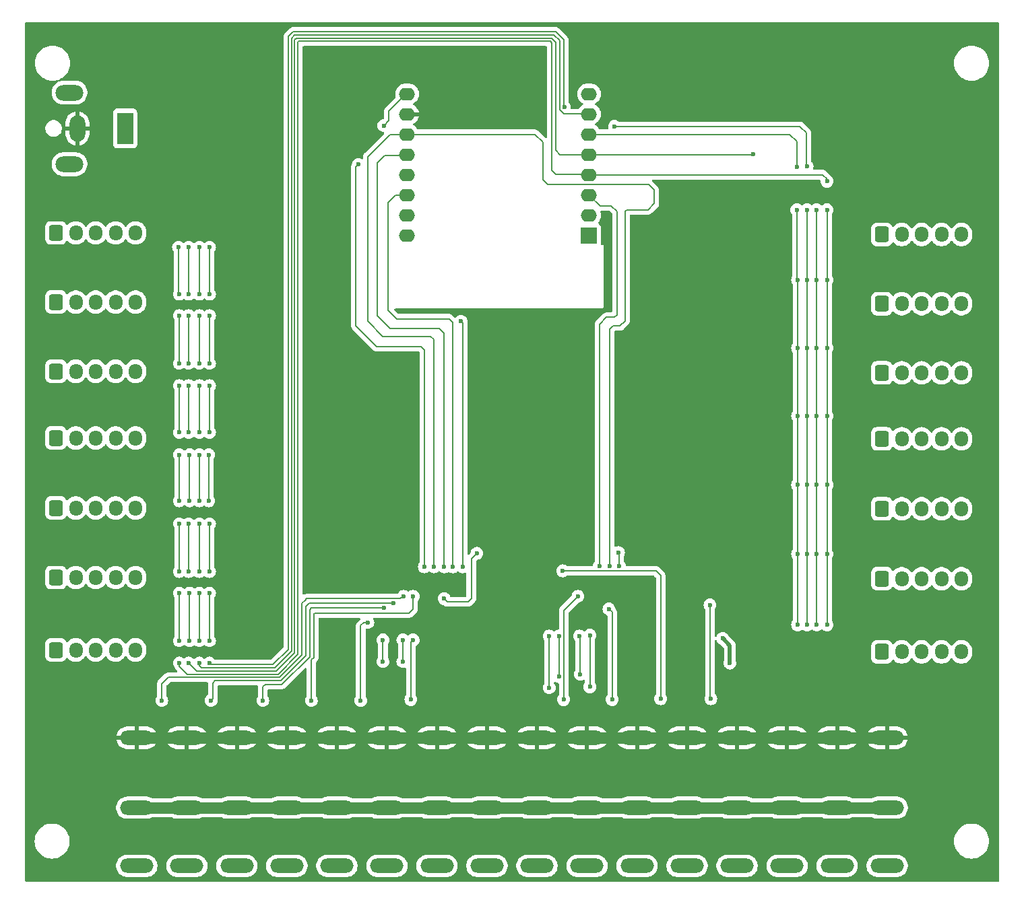
<source format=gbr>
%TF.GenerationSoftware,KiCad,Pcbnew,8.0.5*%
%TF.CreationDate,2024-12-18T14:45:34+08:00*%
%TF.ProjectId,hardware,68617264-7761-4726-952e-6b696361645f,rev?*%
%TF.SameCoordinates,Original*%
%TF.FileFunction,Copper,L2,Bot*%
%TF.FilePolarity,Positive*%
%FSLAX46Y46*%
G04 Gerber Fmt 4.6, Leading zero omitted, Abs format (unit mm)*
G04 Created by KiCad (PCBNEW 8.0.5) date 2024-12-18 14:45:34*
%MOMM*%
%LPD*%
G01*
G04 APERTURE LIST*
G04 Aperture macros list*
%AMRoundRect*
0 Rectangle with rounded corners*
0 $1 Rounding radius*
0 $2 $3 $4 $5 $6 $7 $8 $9 X,Y pos of 4 corners*
0 Add a 4 corners polygon primitive as box body*
4,1,4,$2,$3,$4,$5,$6,$7,$8,$9,$2,$3,0*
0 Add four circle primitives for the rounded corners*
1,1,$1+$1,$2,$3*
1,1,$1+$1,$4,$5*
1,1,$1+$1,$6,$7*
1,1,$1+$1,$8,$9*
0 Add four rect primitives between the rounded corners*
20,1,$1+$1,$2,$3,$4,$5,0*
20,1,$1+$1,$4,$5,$6,$7,0*
20,1,$1+$1,$6,$7,$8,$9,0*
20,1,$1+$1,$8,$9,$2,$3,0*%
G04 Aperture macros list end*
%TA.AperFunction,ComponentPad*%
%ADD10RoundRect,0.250000X-0.600000X-0.725000X0.600000X-0.725000X0.600000X0.725000X-0.600000X0.725000X0*%
%TD*%
%TA.AperFunction,ComponentPad*%
%ADD11O,1.700000X1.950000*%
%TD*%
%TA.AperFunction,ComponentPad*%
%ADD12R,2.000000X4.000000*%
%TD*%
%TA.AperFunction,ComponentPad*%
%ADD13O,2.000000X3.300000*%
%TD*%
%TA.AperFunction,ComponentPad*%
%ADD14O,3.500000X2.000000*%
%TD*%
%TA.AperFunction,ComponentPad*%
%ADD15R,2.000000X2.000000*%
%TD*%
%TA.AperFunction,ComponentPad*%
%ADD16O,2.000000X1.600000*%
%TD*%
%TA.AperFunction,ComponentPad*%
%ADD17O,4.200000X1.800000*%
%TD*%
%TA.AperFunction,ViaPad*%
%ADD18C,0.600000*%
%TD*%
%TA.AperFunction,Conductor*%
%ADD19C,0.200000*%
%TD*%
%TA.AperFunction,Conductor*%
%ADD20C,0.500000*%
%TD*%
%TA.AperFunction,Conductor*%
%ADD21C,1.400000*%
%TD*%
G04 APERTURE END LIST*
D10*
%TO.P,M14,1*%
%TO.N,BLUE14*%
X266100000Y-123200000D03*
D11*
%TO.P,M14,2*%
%TO.N,PINK14*%
X268600000Y-123200000D03*
%TO.P,M14,3,-*%
%TO.N,YELLOW14*%
X271100000Y-123200000D03*
%TO.P,M14,4*%
%TO.N,ORANGE14*%
X273600000Y-123200000D03*
%TO.P,M14,5*%
%TO.N,RED*%
X276100000Y-123200000D03*
%TD*%
D10*
%TO.P,M13,1*%
%TO.N,BLUE13*%
X266100000Y-114000000D03*
D11*
%TO.P,M13,2*%
%TO.N,PINK13*%
X268600000Y-114000000D03*
%TO.P,M13,3,-*%
%TO.N,YELLOW13*%
X271100000Y-114000000D03*
%TO.P,M13,4*%
%TO.N,ORANGE13*%
X273600000Y-114000000D03*
%TO.P,M13,5*%
%TO.N,RED*%
X276100000Y-114000000D03*
%TD*%
D10*
%TO.P,M12,1*%
%TO.N,BLUE12*%
X266100000Y-105200000D03*
D11*
%TO.P,M12,2*%
%TO.N,PINK12*%
X268600000Y-105200000D03*
%TO.P,M12,3,-*%
%TO.N,YELLOW12*%
X271100000Y-105200000D03*
%TO.P,M12,4*%
%TO.N,ORANGE12*%
X273600000Y-105200000D03*
%TO.P,M12,5*%
%TO.N,RED*%
X276100000Y-105200000D03*
%TD*%
D10*
%TO.P,M11,1*%
%TO.N,BLUE11*%
X266100000Y-96400000D03*
D11*
%TO.P,M11,2*%
%TO.N,PINK11*%
X268600000Y-96400000D03*
%TO.P,M11,3,-*%
%TO.N,YELLOW11*%
X271100000Y-96400000D03*
%TO.P,M11,4*%
%TO.N,ORANGE11*%
X273600000Y-96400000D03*
%TO.P,M11,5*%
%TO.N,RED*%
X276100000Y-96400000D03*
%TD*%
D10*
%TO.P,M10,1*%
%TO.N,BLUE10*%
X266100000Y-88100000D03*
D11*
%TO.P,M10,2*%
%TO.N,PINK10*%
X268600000Y-88100000D03*
%TO.P,M10,3,-*%
%TO.N,YELLOW10*%
X271100000Y-88100000D03*
%TO.P,M10,4*%
%TO.N,ORANGE10*%
X273600000Y-88100000D03*
%TO.P,M10,5*%
%TO.N,RED*%
X276100000Y-88100000D03*
%TD*%
D10*
%TO.P,M9,1*%
%TO.N,BLUE9*%
X266100000Y-79400000D03*
D11*
%TO.P,M9,2*%
%TO.N,PINK9*%
X268600000Y-79400000D03*
%TO.P,M9,3,-*%
%TO.N,YELLOW9*%
X271100000Y-79400000D03*
%TO.P,M9,4*%
%TO.N,ORANGE9*%
X273600000Y-79400000D03*
%TO.P,M9,5*%
%TO.N,RED*%
X276100000Y-79400000D03*
%TD*%
D10*
%TO.P,M8,1*%
%TO.N,BLUE8*%
X266100000Y-70700000D03*
D11*
%TO.P,M8,2*%
%TO.N,PINK8*%
X268600000Y-70700000D03*
%TO.P,M8,3,-*%
%TO.N,YELLOW8*%
X271100000Y-70700000D03*
%TO.P,M8,4*%
%TO.N,ORANGE8*%
X273600000Y-70700000D03*
%TO.P,M8,5*%
%TO.N,RED*%
X276100000Y-70700000D03*
%TD*%
%TO.P,M7,5*%
%TO.N,RED*%
X172300000Y-122950000D03*
%TO.P,M7,4*%
%TO.N,ORANGE7*%
X169800000Y-122950000D03*
%TO.P,M7,3,-*%
%TO.N,YELLOW7*%
X167300000Y-122950000D03*
%TO.P,M7,2*%
%TO.N,PINK7*%
X164800000Y-122950000D03*
D10*
%TO.P,M7,1*%
%TO.N,BLUE7*%
X162300000Y-122950000D03*
%TD*%
D11*
%TO.P,M6,5*%
%TO.N,RED*%
X172300000Y-113850000D03*
%TO.P,M6,4*%
%TO.N,ORANGE6*%
X169800000Y-113850000D03*
%TO.P,M6,3,-*%
%TO.N,YELLOW6*%
X167300000Y-113850000D03*
%TO.P,M6,2*%
%TO.N,PINK6*%
X164800000Y-113850000D03*
D10*
%TO.P,M6,1*%
%TO.N,BLUE6*%
X162300000Y-113850000D03*
%TD*%
D11*
%TO.P,M5,5*%
%TO.N,RED*%
X172300000Y-105100000D03*
%TO.P,M5,4*%
%TO.N,ORANGE5*%
X169800000Y-105100000D03*
%TO.P,M5,3,-*%
%TO.N,YELLOW5*%
X167300000Y-105100000D03*
%TO.P,M5,2*%
%TO.N,PINK5*%
X164800000Y-105100000D03*
D10*
%TO.P,M5,1*%
%TO.N,BLUE5*%
X162300000Y-105100000D03*
%TD*%
D11*
%TO.P,M4,5*%
%TO.N,RED*%
X172300000Y-96300000D03*
%TO.P,M4,4*%
%TO.N,ORANGE4*%
X169800000Y-96300000D03*
%TO.P,M4,3,-*%
%TO.N,YELLOW4*%
X167300000Y-96300000D03*
%TO.P,M4,2*%
%TO.N,PINK4*%
X164800000Y-96300000D03*
D10*
%TO.P,M4,1*%
%TO.N,BLUE4*%
X162300000Y-96300000D03*
%TD*%
D11*
%TO.P,M3,5*%
%TO.N,RED*%
X172300000Y-87900000D03*
%TO.P,M3,4*%
%TO.N,ORANGE3*%
X169800000Y-87900000D03*
%TO.P,M3,3,-*%
%TO.N,YELLOW3*%
X167300000Y-87900000D03*
%TO.P,M3,2*%
%TO.N,PINK3*%
X164800000Y-87900000D03*
D10*
%TO.P,M3,1*%
%TO.N,BLUE3*%
X162300000Y-87900000D03*
%TD*%
%TO.P,M2,1*%
%TO.N,BLUE2*%
X162300000Y-79200000D03*
D11*
%TO.P,M2,2*%
%TO.N,PINK2*%
X164800000Y-79200000D03*
%TO.P,M2,3,-*%
%TO.N,YELLOW2*%
X167300000Y-79200000D03*
%TO.P,M2,4*%
%TO.N,ORANGE2*%
X169800000Y-79200000D03*
%TO.P,M2,5*%
%TO.N,RED*%
X172300000Y-79200000D03*
%TD*%
%TO.P,M1,5*%
%TO.N,RED*%
X172300000Y-70500000D03*
%TO.P,M1,4*%
%TO.N,ORANGE1*%
X169800000Y-70500000D03*
%TO.P,M1,3,-*%
%TO.N,YELLOW1*%
X167300000Y-70500000D03*
%TO.P,M1,2*%
%TO.N,PINK1*%
X164800000Y-70500000D03*
D10*
%TO.P,M1,1*%
%TO.N,BLUE1*%
X162300000Y-70500000D03*
%TD*%
D12*
%TO.P,J2,1*%
%TO.N,RED*%
X171000000Y-57350000D03*
D13*
%TO.P,J2,2*%
%TO.N,GND*%
X165000000Y-57350000D03*
D14*
%TO.P,J2,MP*%
%TO.N,N/C*%
X164000000Y-52850000D03*
X164000000Y-61850000D03*
%TD*%
D15*
%TO.P,U1,1,~{RST}*%
%TO.N,unconnected-(U1-~{RST}-Pad1)*%
X229290000Y-70800000D03*
D16*
%TO.P,U1,2,A0*%
%TO.N,unconnected-(U1-A0-Pad2)*%
X229290000Y-68260000D03*
%TO.P,U1,3,D0*%
%TO.N,A*%
X229290000Y-65720000D03*
%TO.P,U1,4,SCK/D5*%
%TO.N,IN1*%
X229290000Y-63180000D03*
%TO.P,U1,5,MISO/D6*%
%TO.N,IN2*%
X229290000Y-60640000D03*
%TO.P,U1,6,MOSI/D7*%
%TO.N,IN4*%
X229290000Y-58100000D03*
%TO.P,U1,7,CS/D8*%
%TO.N,IN3*%
X229290000Y-55560000D03*
%TO.P,U1,8,3V3*%
%TO.N,unconnected-(U1-3V3-Pad8)*%
X229290000Y-53020000D03*
%TO.P,U1,9,5V*%
%TO.N,RED*%
X206430000Y-53020000D03*
%TO.P,U1,10,GND*%
%TO.N,GND*%
X206430000Y-55560000D03*
%TO.P,U1,11,D4*%
%TO.N,B*%
X206430000Y-58100000D03*
%TO.P,U1,12,D3*%
%TO.N,C*%
X206430000Y-60640000D03*
%TO.P,U1,13,SDA/D2*%
%TO.N,MUX2COM*%
X206430000Y-63180000D03*
%TO.P,U1,14,SCL/D1*%
%TO.N,MUX1COM*%
X206430000Y-65720000D03*
%TO.P,U1,15,RX*%
%TO.N,unconnected-(U1-RX-Pad15)*%
X206430000Y-68260000D03*
%TO.P,U1,16,TX*%
%TO.N,unconnected-(U1-TX-Pad16)*%
X206430000Y-70800000D03*
%TD*%
D17*
%TO.P,SW6,1,A*%
%TO.N,GND*%
X203893340Y-134000000D03*
%TO.P,SW6,2,B*%
%TO.N,SW6*%
X203893340Y-150100000D03*
%TO.P,SW6,3,C*%
%TO.N,RED*%
X203893340Y-142800000D03*
%TD*%
%TO.P,SW11,1,A*%
%TO.N,GND*%
X235326670Y-134000000D03*
%TO.P,SW11,2,B*%
%TO.N,SW11*%
X235326670Y-150100000D03*
%TO.P,SW11,3,C*%
%TO.N,RED*%
X235326670Y-142800000D03*
%TD*%
%TO.P,SW12,1,A*%
%TO.N,GND*%
X241613336Y-134000000D03*
%TO.P,SW12,2,B*%
%TO.N,SW12*%
X241613336Y-150100000D03*
%TO.P,SW12,3,C*%
%TO.N,RED*%
X241613336Y-142800000D03*
%TD*%
%TO.P,SW14,1,A*%
%TO.N,GND*%
X254186668Y-134000000D03*
%TO.P,SW14,2,B*%
%TO.N,SW14*%
X254186668Y-150100000D03*
%TO.P,SW14,3,C*%
%TO.N,RED*%
X254186668Y-142800000D03*
%TD*%
%TO.P,SW7,1,A*%
%TO.N,GND*%
X210180006Y-134000000D03*
%TO.P,SW7,2,B*%
%TO.N,SW7*%
X210180006Y-150100000D03*
%TO.P,SW7,3,C*%
%TO.N,RED*%
X210180006Y-142800000D03*
%TD*%
%TO.P,SW4,1,A*%
%TO.N,GND*%
X191320008Y-134000000D03*
%TO.P,SW4,2,B*%
%TO.N,SW4*%
X191320008Y-150100000D03*
%TO.P,SW4,3,C*%
%TO.N,RED*%
X191320008Y-142800000D03*
%TD*%
%TO.P,SW15,1,A*%
%TO.N,GND*%
X260473334Y-134000000D03*
%TO.P,SW15,2,B*%
%TO.N,SW15*%
X260473334Y-150100000D03*
%TO.P,SW15,3,C*%
%TO.N,RED*%
X260473334Y-142800000D03*
%TD*%
%TO.P,SW10,1,A*%
%TO.N,GND*%
X229040004Y-134000000D03*
%TO.P,SW10,2,B*%
%TO.N,SW10*%
X229040004Y-150100000D03*
%TO.P,SW10,3,C*%
%TO.N,RED*%
X229040004Y-142800000D03*
%TD*%
%TO.P,SW8,1,A*%
%TO.N,GND*%
X216466672Y-134000000D03*
%TO.P,SW8,2,B*%
%TO.N,SW8*%
X216466672Y-150100000D03*
%TO.P,SW8,3,C*%
%TO.N,RED*%
X216466672Y-142800000D03*
%TD*%
%TO.P,SW9,1,A*%
%TO.N,GND*%
X222753338Y-134000000D03*
%TO.P,SW9,2,B*%
%TO.N,SW9*%
X222753338Y-150100000D03*
%TO.P,SW9,3,C*%
%TO.N,RED*%
X222753338Y-142800000D03*
%TD*%
%TO.P,SW16,1,A*%
%TO.N,GND*%
X266760000Y-134000000D03*
%TO.P,SW16,2,B*%
%TO.N,SW16*%
X266760000Y-150100000D03*
%TO.P,SW16,3,C*%
%TO.N,RED*%
X266760000Y-142800000D03*
%TD*%
%TO.P,SW2,1,A*%
%TO.N,GND*%
X178746676Y-134000000D03*
%TO.P,SW2,2,B*%
%TO.N,SW2*%
X178746676Y-150100000D03*
%TO.P,SW2,3,C*%
%TO.N,RED*%
X178746676Y-142800000D03*
%TD*%
%TO.P,SW5,1,A*%
%TO.N,GND*%
X197606674Y-134000000D03*
%TO.P,SW5,2,B*%
%TO.N,SW5*%
X197606674Y-150100000D03*
%TO.P,SW5,3,C*%
%TO.N,RED*%
X197606674Y-142800000D03*
%TD*%
%TO.P,SW13,1,A*%
%TO.N,GND*%
X247900002Y-134000000D03*
%TO.P,SW13,2,B*%
%TO.N,SW13*%
X247900002Y-150100000D03*
%TO.P,SW13,3,C*%
%TO.N,RED*%
X247900002Y-142800000D03*
%TD*%
%TO.P,SW1,1,A*%
%TO.N,GND*%
X172460010Y-134000000D03*
%TO.P,SW1,2,B*%
%TO.N,SW1*%
X172460010Y-150100000D03*
%TO.P,SW1,3,C*%
%TO.N,RED*%
X172460010Y-142800000D03*
%TD*%
%TO.P,SW3,1,A*%
%TO.N,GND*%
X185033342Y-134000000D03*
%TO.P,SW3,2,B*%
%TO.N,SW3*%
X185033342Y-150100000D03*
%TO.P,SW3,3,C*%
%TO.N,RED*%
X185033342Y-142800000D03*
%TD*%
D18*
%TO.N,RED*%
X203500000Y-57000000D03*
%TO.N,C*%
X211100000Y-116500000D03*
X215200000Y-110800000D03*
X233000000Y-110700000D03*
%TO.N,A*%
X200300000Y-61900000D03*
%TO.N,IN4*%
X255500000Y-119800000D03*
X255500000Y-110900000D03*
X255500000Y-102200000D03*
X255500000Y-93500000D03*
X255500000Y-85000000D03*
%TO.N,IN3*%
X232500000Y-57100000D03*
X256700000Y-62100000D03*
%TO.N,IN4*%
X255500000Y-76400000D03*
X255400000Y-67600000D03*
%TO.N,IN1*%
X259200000Y-64000000D03*
%TO.N,IN2*%
X249900000Y-60600000D03*
%TO.N,IN4*%
X226200000Y-54700000D03*
%TO.N,MUX2COM*%
X213200000Y-81600000D03*
%TO.N,A*%
X230600000Y-112400000D03*
%TO.N,B*%
X231900000Y-112400000D03*
%TO.N,C*%
X233100000Y-112400000D03*
%TO.N,MUX2COM*%
X213400000Y-112500000D03*
%TO.N,SW16*%
X228100000Y-121200000D03*
X228200000Y-126000000D03*
%TO.N,SW15*%
X225500000Y-126300000D03*
X225500000Y-121200000D03*
%TO.N,SW14*%
X229400000Y-121100000D03*
X229400000Y-127600000D03*
%TO.N,SW13*%
X224300000Y-121200000D03*
X224300000Y-127700000D03*
%TO.N,SW12*%
X244600000Y-129100000D03*
X244500000Y-117300000D03*
%TO.N,SW11*%
X238300000Y-129100000D03*
X226000000Y-113000000D03*
%TO.N,SW10*%
X232200000Y-129200000D03*
X231800000Y-117800000D03*
%TO.N,SW9*%
X226100000Y-129200000D03*
X227900000Y-116200000D03*
%TO.N,A*%
X208600000Y-112500000D03*
%TO.N,B*%
X209800000Y-112500000D03*
%TO.N,C*%
X211100000Y-112500000D03*
%TO.N,MUX1COM*%
X212200000Y-112500000D03*
%TO.N,SW8*%
X205900000Y-121700000D03*
X205900000Y-124400000D03*
%TO.N,SW7*%
X203400000Y-121700000D03*
X203400000Y-124400000D03*
%TO.N,SW6*%
X207200000Y-121700000D03*
X206900000Y-129200000D03*
%TO.N,SW5*%
X201500000Y-119500000D03*
X200600000Y-129300000D03*
%TO.N,SW4*%
X194400000Y-129300000D03*
X207200000Y-116200000D03*
%TO.N,SW3*%
X203500000Y-117700000D03*
X188300000Y-129300000D03*
%TO.N,SW2*%
X204700000Y-117100000D03*
X181800000Y-129300000D03*
%TO.N,SW1*%
X206000000Y-116200000D03*
%TO.N,IN1*%
X177800000Y-124600000D03*
%TO.N,IN2*%
X179000000Y-124600000D03*
%TO.N,IN3*%
X180300000Y-124600000D03*
%TO.N,SW1*%
X175600000Y-129300000D03*
%TO.N,RED*%
X247000000Y-124600000D03*
X246100000Y-121500000D03*
%TO.N,IN3*%
X256700000Y-119800000D03*
X256700000Y-110900000D03*
X256700000Y-102200000D03*
X256700000Y-93500000D03*
X256700000Y-85000000D03*
X256700000Y-76400000D03*
X256700000Y-67600000D03*
%TO.N,IN2*%
X257900000Y-119800000D03*
X257900000Y-110900000D03*
X257900000Y-102200000D03*
X257900000Y-93500000D03*
X257900000Y-85000000D03*
X257900000Y-76400000D03*
X257900000Y-67600000D03*
%TO.N,IN1*%
X259200000Y-119800000D03*
X259200000Y-110900000D03*
X259200000Y-102200000D03*
X259200000Y-93500000D03*
X259200000Y-85000000D03*
X259200000Y-76400000D03*
X259200000Y-67600000D03*
%TO.N,IN4*%
X181600000Y-124600000D03*
X181600000Y-121800000D03*
X181600000Y-115800000D03*
%TO.N,IN3*%
X180300000Y-121800000D03*
X180300000Y-115800000D03*
%TO.N,IN2*%
X179100000Y-121800000D03*
X179100000Y-115800000D03*
%TO.N,IN1*%
X177800000Y-121800000D03*
X177800000Y-115800000D03*
%TO.N,IN4*%
X181600000Y-113100000D03*
X181600000Y-107100000D03*
%TO.N,IN3*%
X180300000Y-113100000D03*
X180300000Y-107100000D03*
%TO.N,IN2*%
X179000000Y-113100000D03*
X179000000Y-107100000D03*
%TO.N,IN1*%
X177800000Y-113100000D03*
X177800000Y-107100000D03*
%TO.N,IN4*%
X181500000Y-104200000D03*
X181500000Y-98400000D03*
%TO.N,IN3*%
X180300000Y-104200000D03*
X180300000Y-98400000D03*
%TO.N,IN2*%
X179100000Y-104200000D03*
X179100000Y-98400000D03*
%TO.N,IN1*%
X177800000Y-104200000D03*
X177800000Y-98400000D03*
%TO.N,IN4*%
X181600000Y-95600000D03*
X181600000Y-89700000D03*
%TO.N,IN3*%
X180300000Y-89700000D03*
X180300000Y-95600000D03*
%TO.N,IN2*%
X179000000Y-95600000D03*
X179000000Y-89700000D03*
%TO.N,IN1*%
X177800000Y-95600000D03*
X177800000Y-89700000D03*
%TO.N,IN4*%
X181600000Y-86900000D03*
X181600000Y-80900000D03*
%TO.N,IN3*%
X180300000Y-86900000D03*
X180300000Y-80900000D03*
%TO.N,IN2*%
X179000000Y-86900000D03*
X179000000Y-80900000D03*
%TO.N,IN1*%
X177800000Y-86900000D03*
X177800000Y-80900000D03*
X177800000Y-78200000D03*
X177700000Y-72300000D03*
%TO.N,IN2*%
X179000000Y-78200000D03*
X179000000Y-72300000D03*
%TO.N,IN3*%
X180300000Y-72300000D03*
X180300000Y-78200000D03*
%TO.N,IN4*%
X181600000Y-78200000D03*
X181600000Y-72300000D03*
X255400000Y-62200000D03*
%TD*%
D19*
%TO.N,RED*%
X204100000Y-56400000D02*
X204100000Y-55200000D01*
X203500000Y-57000000D02*
X204100000Y-56400000D01*
X204100000Y-55200000D02*
X206280000Y-53020000D01*
X206280000Y-53020000D02*
X206430000Y-53020000D01*
%TO.N,B*%
X209800000Y-112500000D02*
X209800000Y-83900000D01*
X204300000Y-58100000D02*
X206430000Y-58100000D01*
X209400000Y-83500000D02*
X203400000Y-83500000D01*
X203400000Y-83500000D02*
X201500000Y-81600000D01*
X209800000Y-83900000D02*
X209400000Y-83500000D01*
X201500000Y-81600000D02*
X201500000Y-60900000D01*
X201500000Y-60900000D02*
X204300000Y-58100000D01*
%TO.N,C*%
X211500000Y-116900000D02*
X211100000Y-116500000D01*
X214100000Y-116900000D02*
X211500000Y-116900000D01*
X214500000Y-111500000D02*
X214500000Y-116500000D01*
X215200000Y-110800000D02*
X214500000Y-111500000D01*
X233100000Y-110800000D02*
X233000000Y-110700000D01*
X233100000Y-112400000D02*
X233100000Y-110800000D01*
X214500000Y-116500000D02*
X214100000Y-116900000D01*
%TO.N,B*%
X231900000Y-112400000D02*
X231900000Y-82600000D01*
X231900000Y-82600000D02*
X232300000Y-82200000D01*
X232300000Y-82200000D02*
X233200000Y-82200000D01*
X233200000Y-82200000D02*
X233800000Y-81600000D01*
X233800000Y-81600000D02*
X233800000Y-67800000D01*
X237500000Y-65100000D02*
X236800000Y-64400000D01*
X233800000Y-67800000D02*
X234000000Y-67600000D01*
X223500000Y-59100000D02*
X222500000Y-58100000D01*
X237500000Y-66800000D02*
X237500000Y-65100000D01*
X234000000Y-67600000D02*
X236700000Y-67600000D01*
X236700000Y-67600000D02*
X237500000Y-66800000D01*
X236800000Y-64400000D02*
X224100000Y-64400000D01*
X224100000Y-64400000D02*
X223500000Y-63800000D01*
X223500000Y-63800000D02*
X223500000Y-59100000D01*
X222500000Y-58100000D02*
X206430000Y-58100000D01*
%TO.N,A*%
X202600000Y-84800000D02*
X200000000Y-82200000D01*
X200000000Y-82200000D02*
X200000000Y-62200000D01*
X200000000Y-62200000D02*
X200300000Y-61900000D01*
X208600000Y-85200000D02*
X208200000Y-84800000D01*
X208200000Y-84800000D02*
X202600000Y-84800000D01*
X208600000Y-111000000D02*
X208600000Y-85200000D01*
%TO.N,MUX1COM*%
X212200000Y-112500000D02*
X212200000Y-81800000D01*
X212200000Y-81800000D02*
X211700000Y-81300000D01*
X211700000Y-81300000D02*
X205100000Y-81300000D01*
X205100000Y-81300000D02*
X204000000Y-80200000D01*
X204000000Y-80200000D02*
X204000000Y-66700000D01*
X204000000Y-66700000D02*
X204980000Y-65720000D01*
X204980000Y-65720000D02*
X206430000Y-65720000D01*
%TO.N,C*%
X211100000Y-112500000D02*
X211100000Y-83100000D01*
X211100000Y-83100000D02*
X210500000Y-82500000D01*
X206270000Y-60800000D02*
X206430000Y-60640000D01*
X210500000Y-82500000D02*
X204300000Y-82500000D01*
X204300000Y-82500000D02*
X202700000Y-80900000D01*
X202700000Y-80900000D02*
X202700000Y-61700000D01*
X202700000Y-61700000D02*
X203600000Y-60800000D01*
X203600000Y-60800000D02*
X206270000Y-60800000D01*
%TO.N,B*%
X206830000Y-58500000D02*
X206430000Y-58100000D01*
%TO.N,A*%
X230600000Y-112400000D02*
X230600000Y-82000000D01*
X230600000Y-82000000D02*
X231500000Y-81100000D01*
X230670000Y-67100000D02*
X229290000Y-65720000D01*
X232800000Y-80800000D02*
X232800000Y-67800000D01*
X231500000Y-81100000D02*
X232500000Y-81100000D01*
X232500000Y-81100000D02*
X232800000Y-80800000D01*
X232800000Y-67800000D02*
X232100000Y-67100000D01*
X232100000Y-67100000D02*
X230670000Y-67100000D01*
%TO.N,IN4*%
X255500000Y-110900000D02*
X255500000Y-119800000D01*
X255500000Y-102200000D02*
X255500000Y-110900000D01*
X255500000Y-93500000D02*
X255500000Y-102200000D01*
X255500000Y-85000000D02*
X255500000Y-93500000D01*
X255500000Y-76400000D02*
X255500000Y-85000000D01*
X255400000Y-62200000D02*
X255400000Y-59000000D01*
X255400000Y-59000000D02*
X254500000Y-58100000D01*
X254500000Y-58100000D02*
X229290000Y-58100000D01*
%TO.N,IN3*%
X256600000Y-62000000D02*
X256700000Y-62100000D01*
X256600000Y-57900000D02*
X256600000Y-62000000D01*
X232500000Y-57100000D02*
X255800000Y-57100000D01*
X255800000Y-57100000D02*
X256600000Y-57900000D01*
%TO.N,IN4*%
X255400000Y-76300000D02*
X255500000Y-76400000D01*
X255400000Y-67600000D02*
X255400000Y-76300000D01*
%TO.N,IN1*%
X259200000Y-63700000D02*
X259200000Y-64000000D01*
X229290000Y-63180000D02*
X258680000Y-63180000D01*
X258680000Y-63180000D02*
X259200000Y-63700000D01*
%TO.N,IN2*%
X249860000Y-60640000D02*
X249900000Y-60600000D01*
X229290000Y-60640000D02*
X249860000Y-60640000D01*
%TO.N,IN1*%
X192700000Y-123500000D02*
X192700000Y-46500000D01*
X192700000Y-46500000D02*
X192800000Y-46400000D01*
X190200000Y-126000000D02*
X192700000Y-123500000D01*
X177800000Y-125000000D02*
X178800000Y-126000000D01*
X177800000Y-124600000D02*
X177800000Y-125000000D01*
X178800000Y-126000000D02*
X190200000Y-126000000D01*
X192800000Y-46400000D02*
X224400000Y-46400000D01*
X224400000Y-46400000D02*
X224600000Y-46600000D01*
X229210000Y-63100000D02*
X229290000Y-63180000D01*
X224600000Y-62600000D02*
X225100000Y-63100000D01*
X224600000Y-46600000D02*
X224600000Y-62600000D01*
X225100000Y-63100000D02*
X229210000Y-63100000D01*
%TO.N,IN2*%
X192300000Y-123300000D02*
X192300000Y-46200000D01*
X180000000Y-125600000D02*
X190000000Y-125600000D01*
X179000000Y-124600000D02*
X180000000Y-125600000D01*
X190000000Y-125600000D02*
X192300000Y-123300000D01*
X192300000Y-46200000D02*
X192500000Y-46000000D01*
X192500000Y-46000000D02*
X224600000Y-46000000D01*
X224600000Y-46000000D02*
X225100000Y-46500000D01*
X225100000Y-46500000D02*
X225100000Y-60100000D01*
X225100000Y-60100000D02*
X225640000Y-60640000D01*
X225640000Y-60640000D02*
X229290000Y-60640000D01*
%TO.N,IN3*%
X180300000Y-124900000D02*
X180600000Y-125200000D01*
X180300000Y-124600000D02*
X180300000Y-124900000D01*
X191900000Y-123100000D02*
X191900000Y-46000000D01*
X225600000Y-55000000D02*
X226100000Y-55500000D01*
X180600000Y-125200000D02*
X189800000Y-125200000D01*
X189800000Y-125200000D02*
X191900000Y-123100000D01*
X224900000Y-45600000D02*
X225600000Y-46300000D01*
X229230000Y-55500000D02*
X229290000Y-55560000D01*
X226100000Y-55500000D02*
X229230000Y-55500000D01*
X191900000Y-46000000D02*
X192300000Y-45600000D01*
X225600000Y-46300000D02*
X225600000Y-55000000D01*
X192300000Y-45600000D02*
X224900000Y-45600000D01*
%TO.N,IN4*%
X192100000Y-45200000D02*
X225100000Y-45200000D01*
X226100000Y-46200000D02*
X226100000Y-54600000D01*
X192000000Y-45300000D02*
X192100000Y-45200000D01*
X226100000Y-54600000D02*
X226200000Y-54700000D01*
X225100000Y-45200000D02*
X226100000Y-46200000D01*
X181600000Y-124600000D02*
X181800000Y-124800000D01*
X181800000Y-124800000D02*
X189600000Y-124800000D01*
X191500000Y-122900000D02*
X191500000Y-45800000D01*
X189600000Y-124800000D02*
X191500000Y-122900000D01*
X191500000Y-45800000D02*
X192000000Y-45300000D01*
%TO.N,MUX2COM*%
X213400000Y-81800000D02*
X213200000Y-81600000D01*
X213400000Y-112500000D02*
X213400000Y-81800000D01*
%TO.N,SW11*%
X238300000Y-113600000D02*
X238300000Y-129100000D01*
X237700000Y-113000000D02*
X238300000Y-113600000D01*
X226000000Y-113000000D02*
X237700000Y-113000000D01*
%TO.N,SW16*%
X228200000Y-121300000D02*
X228100000Y-121200000D01*
X228200000Y-126000000D02*
X228200000Y-121300000D01*
%TO.N,SW15*%
X225500000Y-126300000D02*
X225500000Y-121200000D01*
%TO.N,SW14*%
X229400000Y-127600000D02*
X229400000Y-121100000D01*
%TO.N,SW13*%
X224300000Y-127700000D02*
X224300000Y-121200000D01*
%TO.N,SW12*%
X244500000Y-129000000D02*
X244600000Y-129100000D01*
X244500000Y-117300000D02*
X244500000Y-129000000D01*
%TO.N,SW10*%
X232200000Y-129200000D02*
X232200000Y-118200000D01*
X232200000Y-118200000D02*
X231800000Y-117800000D01*
%TO.N,SW9*%
X226100000Y-129200000D02*
X226100000Y-118000000D01*
X226100000Y-118000000D02*
X227900000Y-116200000D01*
%TO.N,A*%
X208600000Y-112500000D02*
X208600000Y-111000000D01*
%TO.N,SW4*%
X194400000Y-129300000D02*
X194400000Y-124200000D01*
X206700000Y-118300000D02*
X207200000Y-117800000D01*
X194700000Y-123900000D02*
X194700000Y-118400000D01*
X194800000Y-118300000D02*
X206700000Y-118300000D01*
X194400000Y-124200000D02*
X194700000Y-123900000D01*
X194700000Y-118400000D02*
X194800000Y-118300000D01*
X207200000Y-117800000D02*
X207200000Y-116200000D01*
%TO.N,SW2*%
X181800000Y-129300000D02*
X182000000Y-129100000D01*
X182000000Y-129100000D02*
X182000000Y-127100000D01*
X182000000Y-127100000D02*
X182300000Y-126800000D01*
X182300000Y-126800000D02*
X190565686Y-126800000D01*
X190565686Y-126800000D02*
X193700000Y-123665686D01*
X193700000Y-117500000D02*
X194100000Y-117100000D01*
X193700000Y-123665686D02*
X193700000Y-117500000D01*
X194100000Y-117100000D02*
X204700000Y-117100000D01*
%TO.N,SW3*%
X190700000Y-127300000D02*
X194200000Y-123800000D01*
X188600000Y-127300000D02*
X190700000Y-127300000D01*
X188300000Y-129300000D02*
X188300000Y-127600000D01*
X194200000Y-123800000D02*
X194200000Y-117900000D01*
X188300000Y-127600000D02*
X188600000Y-127300000D01*
X194200000Y-117900000D02*
X194400000Y-117700000D01*
X194400000Y-117700000D02*
X203500000Y-117700000D01*
%TO.N,SW6*%
X207200000Y-121700000D02*
X206900000Y-122000000D01*
X206900000Y-122000000D02*
X206900000Y-129200000D01*
%TO.N,SW8*%
X205900000Y-124400000D02*
X205900000Y-121700000D01*
%TO.N,SW7*%
X203400000Y-124400000D02*
X203400000Y-121700000D01*
%TO.N,SW5*%
X201000000Y-119500000D02*
X201500000Y-119500000D01*
X200600000Y-129300000D02*
X200600000Y-119900000D01*
X200600000Y-119900000D02*
X201000000Y-119500000D01*
%TO.N,SW1*%
X205900000Y-116200000D02*
X206000000Y-116200000D01*
X193800000Y-116500000D02*
X205600000Y-116500000D01*
X205600000Y-116500000D02*
X205900000Y-116200000D01*
X175600000Y-129300000D02*
X175600000Y-127200000D01*
X190400000Y-126400000D02*
X193200000Y-123600000D01*
X193200000Y-117100000D02*
X193600000Y-116700000D01*
X176400000Y-126400000D02*
X190400000Y-126400000D01*
X175600000Y-127200000D02*
X176400000Y-126400000D01*
X193200000Y-123600000D02*
X193200000Y-117100000D01*
X193600000Y-116700000D02*
X193800000Y-116500000D01*
D20*
%TO.N,RED*%
X247000000Y-124600000D02*
X247000000Y-122400000D01*
X247000000Y-122400000D02*
X246100000Y-121500000D01*
D21*
%TO.N,GND*%
X260473334Y-134000000D02*
X266760000Y-134000000D01*
X254186668Y-134000000D02*
X260473334Y-134000000D01*
X247900002Y-134000000D02*
X254186668Y-134000000D01*
X241613336Y-134000000D02*
X247900002Y-134000000D01*
X235326670Y-134000000D02*
X241613336Y-134000000D01*
X229040004Y-134000000D02*
X235326670Y-134000000D01*
X222753338Y-134000000D02*
X229040004Y-134000000D01*
X216466672Y-134000000D02*
X222753338Y-134000000D01*
X210180006Y-134000000D02*
X216466672Y-134000000D01*
X203893340Y-134000000D02*
X210180006Y-134000000D01*
X197606674Y-134000000D02*
X203893340Y-134000000D01*
X191320008Y-134000000D02*
X197606674Y-134000000D01*
X185033342Y-134000000D02*
X191320008Y-134000000D01*
X178746676Y-134000000D02*
X185033342Y-134000000D01*
%TO.N,RED*%
X260473334Y-142800000D02*
X266760000Y-142800000D01*
X254186668Y-142800000D02*
X260473334Y-142800000D01*
X247900002Y-142800000D02*
X254186668Y-142800000D01*
X241613336Y-142800000D02*
X247900002Y-142800000D01*
X235326670Y-142800000D02*
X241613336Y-142800000D01*
X229040004Y-142800000D02*
X235326670Y-142800000D01*
X222753338Y-142800000D02*
X229040004Y-142800000D01*
X216466672Y-142800000D02*
X222753338Y-142800000D01*
X210180006Y-142800000D02*
X216466672Y-142800000D01*
X203893340Y-142800000D02*
X210180006Y-142800000D01*
X197606674Y-142800000D02*
X203893340Y-142800000D01*
X191320008Y-142800000D02*
X197606674Y-142800000D01*
X185033342Y-142800000D02*
X191320008Y-142800000D01*
X178746676Y-142800000D02*
X185033342Y-142800000D01*
X172460010Y-142800000D02*
X178746676Y-142800000D01*
%TO.N,GND*%
X172460010Y-134000000D02*
X178746676Y-134000000D01*
D19*
%TO.N,IN3*%
X256700000Y-110900000D02*
X256700000Y-119800000D01*
X256700000Y-102200000D02*
X256700000Y-110900000D01*
X256700000Y-93500000D02*
X256700000Y-102200000D01*
X256700000Y-85000000D02*
X256700000Y-93500000D01*
X256700000Y-76400000D02*
X256700000Y-85000000D01*
X256700000Y-67600000D02*
X256700000Y-76400000D01*
%TO.N,IN2*%
X257900000Y-110900000D02*
X257900000Y-119800000D01*
X257900000Y-102200000D02*
X257900000Y-110900000D01*
X257900000Y-98600000D02*
X257900000Y-102200000D01*
X257900000Y-93500000D02*
X257900000Y-98600000D01*
X257900000Y-85000000D02*
X257900000Y-93500000D01*
X257900000Y-76400000D02*
X257900000Y-85000000D01*
X257900000Y-67600000D02*
X257900000Y-76400000D01*
%TO.N,IN1*%
X259200000Y-110900000D02*
X259200000Y-119800000D01*
X259200000Y-102200000D02*
X259200000Y-110900000D01*
X259200000Y-93500000D02*
X259200000Y-102200000D01*
X259200000Y-76400000D02*
X259200000Y-85000000D01*
X259200000Y-67600000D02*
X259200000Y-76400000D01*
%TO.N,IN4*%
X181600000Y-115800000D02*
X181600000Y-121800000D01*
%TO.N,IN3*%
X180300000Y-115800000D02*
X180300000Y-121800000D01*
%TO.N,IN2*%
X179100000Y-115800000D02*
X179100000Y-121800000D01*
%TO.N,IN1*%
X177800000Y-115800000D02*
X177800000Y-121800000D01*
%TO.N,IN4*%
X181600000Y-107100000D02*
X181600000Y-113100000D01*
%TO.N,IN3*%
X180300000Y-107100000D02*
X180300000Y-113100000D01*
%TO.N,IN2*%
X179000000Y-107100000D02*
X179000000Y-113100000D01*
%TO.N,IN1*%
X177800000Y-107100000D02*
X177800000Y-113100000D01*
%TO.N,IN4*%
X181500000Y-98400000D02*
X181500000Y-104200000D01*
%TO.N,IN3*%
X180300000Y-98400000D02*
X180300000Y-104200000D01*
%TO.N,IN2*%
X179100000Y-98400000D02*
X179100000Y-104200000D01*
%TO.N,IN1*%
X177800000Y-98400000D02*
X177800000Y-104200000D01*
%TO.N,IN4*%
X181600000Y-89700000D02*
X181600000Y-95600000D01*
%TO.N,IN3*%
X180300000Y-89700000D02*
X180300000Y-95600000D01*
%TO.N,IN2*%
X179000000Y-89700000D02*
X179000000Y-95600000D01*
%TO.N,IN1*%
X177800000Y-89700000D02*
X177800000Y-95600000D01*
%TO.N,IN4*%
X181600000Y-80900000D02*
X181600000Y-86900000D01*
%TO.N,IN3*%
X180300000Y-80900000D02*
X180300000Y-86900000D01*
%TO.N,IN2*%
X179000000Y-80900000D02*
X179000000Y-86900000D01*
%TO.N,IN1*%
X177800000Y-80900000D02*
X177800000Y-86900000D01*
X177700000Y-72300000D02*
X177700000Y-78100000D01*
X177700000Y-78100000D02*
X177800000Y-78200000D01*
%TO.N,IN2*%
X179000000Y-72300000D02*
X179000000Y-78200000D01*
%TO.N,IN3*%
X180300000Y-72300000D02*
X180300000Y-78200000D01*
%TO.N,IN4*%
X181600000Y-72300000D02*
X181600000Y-78200000D01*
%TO.N,GND*%
X206620000Y-55750000D02*
X206430000Y-55560000D01*
%TO.N,IN1*%
X259200000Y-88400000D02*
X259200000Y-93500000D01*
X259200000Y-85000000D02*
X259200000Y-88400000D01*
%TD*%
%TA.AperFunction,Conductor*%
%TO.N,GND*%
G36*
X280782539Y-44009211D02*
G01*
X280828294Y-44062015D01*
X280839500Y-44113526D01*
X280839500Y-151978683D01*
X280819815Y-152045722D01*
X280767011Y-152091477D01*
X280715500Y-152102683D01*
X158558121Y-152102683D01*
X158491082Y-152082998D01*
X158445327Y-152030194D01*
X158434121Y-151978683D01*
X158434121Y-149989778D01*
X169859510Y-149989778D01*
X169859510Y-150210221D01*
X169893995Y-150427952D01*
X169962113Y-150637603D01*
X169962114Y-150637606D01*
X170062197Y-150834025D01*
X170191762Y-151012358D01*
X170191766Y-151012363D01*
X170347646Y-151168243D01*
X170347651Y-151168247D01*
X170503202Y-151281260D01*
X170525988Y-151297815D01*
X170654385Y-151363237D01*
X170722403Y-151397895D01*
X170722406Y-151397896D01*
X170827231Y-151431955D01*
X170932059Y-151466015D01*
X171149788Y-151500500D01*
X171149789Y-151500500D01*
X173770231Y-151500500D01*
X173770232Y-151500500D01*
X173987961Y-151466015D01*
X174197616Y-151397895D01*
X174394032Y-151297815D01*
X174572375Y-151168242D01*
X174728252Y-151012365D01*
X174857825Y-150834022D01*
X174957905Y-150637606D01*
X175026025Y-150427951D01*
X175060510Y-150210222D01*
X175060510Y-149989778D01*
X176146176Y-149989778D01*
X176146176Y-150210221D01*
X176180661Y-150427952D01*
X176248779Y-150637603D01*
X176248780Y-150637606D01*
X176348863Y-150834025D01*
X176478428Y-151012358D01*
X176478432Y-151012363D01*
X176634312Y-151168243D01*
X176634317Y-151168247D01*
X176789868Y-151281260D01*
X176812654Y-151297815D01*
X176941051Y-151363237D01*
X177009069Y-151397895D01*
X177009072Y-151397896D01*
X177113897Y-151431955D01*
X177218725Y-151466015D01*
X177436454Y-151500500D01*
X177436455Y-151500500D01*
X180056897Y-151500500D01*
X180056898Y-151500500D01*
X180274627Y-151466015D01*
X180484282Y-151397895D01*
X180680698Y-151297815D01*
X180859041Y-151168242D01*
X181014918Y-151012365D01*
X181144491Y-150834022D01*
X181244571Y-150637606D01*
X181312691Y-150427951D01*
X181347176Y-150210222D01*
X181347176Y-149989778D01*
X182432842Y-149989778D01*
X182432842Y-150210221D01*
X182467327Y-150427952D01*
X182535445Y-150637603D01*
X182535446Y-150637606D01*
X182635529Y-150834025D01*
X182765094Y-151012358D01*
X182765098Y-151012363D01*
X182920978Y-151168243D01*
X182920983Y-151168247D01*
X183076534Y-151281260D01*
X183099320Y-151297815D01*
X183227717Y-151363237D01*
X183295735Y-151397895D01*
X183295738Y-151397896D01*
X183400563Y-151431955D01*
X183505391Y-151466015D01*
X183723120Y-151500500D01*
X183723121Y-151500500D01*
X186343563Y-151500500D01*
X186343564Y-151500500D01*
X186561293Y-151466015D01*
X186770948Y-151397895D01*
X186967364Y-151297815D01*
X187145707Y-151168242D01*
X187301584Y-151012365D01*
X187431157Y-150834022D01*
X187531237Y-150637606D01*
X187599357Y-150427951D01*
X187633842Y-150210222D01*
X187633842Y-149989778D01*
X188719508Y-149989778D01*
X188719508Y-150210221D01*
X188753993Y-150427952D01*
X188822111Y-150637603D01*
X188822112Y-150637606D01*
X188922195Y-150834025D01*
X189051760Y-151012358D01*
X189051764Y-151012363D01*
X189207644Y-151168243D01*
X189207649Y-151168247D01*
X189363200Y-151281260D01*
X189385986Y-151297815D01*
X189514383Y-151363237D01*
X189582401Y-151397895D01*
X189582404Y-151397896D01*
X189687229Y-151431955D01*
X189792057Y-151466015D01*
X190009786Y-151500500D01*
X190009787Y-151500500D01*
X192630229Y-151500500D01*
X192630230Y-151500500D01*
X192847959Y-151466015D01*
X193057614Y-151397895D01*
X193254030Y-151297815D01*
X193432373Y-151168242D01*
X193588250Y-151012365D01*
X193717823Y-150834022D01*
X193817903Y-150637606D01*
X193886023Y-150427951D01*
X193920508Y-150210222D01*
X193920508Y-149989778D01*
X195006174Y-149989778D01*
X195006174Y-150210221D01*
X195040659Y-150427952D01*
X195108777Y-150637603D01*
X195108778Y-150637606D01*
X195208861Y-150834025D01*
X195338426Y-151012358D01*
X195338430Y-151012363D01*
X195494310Y-151168243D01*
X195494315Y-151168247D01*
X195649866Y-151281260D01*
X195672652Y-151297815D01*
X195801049Y-151363237D01*
X195869067Y-151397895D01*
X195869070Y-151397896D01*
X195973895Y-151431955D01*
X196078723Y-151466015D01*
X196296452Y-151500500D01*
X196296453Y-151500500D01*
X198916895Y-151500500D01*
X198916896Y-151500500D01*
X199134625Y-151466015D01*
X199344280Y-151397895D01*
X199540696Y-151297815D01*
X199719039Y-151168242D01*
X199874916Y-151012365D01*
X200004489Y-150834022D01*
X200104569Y-150637606D01*
X200172689Y-150427951D01*
X200207174Y-150210222D01*
X200207174Y-149989778D01*
X201292840Y-149989778D01*
X201292840Y-150210221D01*
X201327325Y-150427952D01*
X201395443Y-150637603D01*
X201395444Y-150637606D01*
X201495527Y-150834025D01*
X201625092Y-151012358D01*
X201625096Y-151012363D01*
X201780976Y-151168243D01*
X201780981Y-151168247D01*
X201936532Y-151281260D01*
X201959318Y-151297815D01*
X202087715Y-151363237D01*
X202155733Y-151397895D01*
X202155736Y-151397896D01*
X202260561Y-151431955D01*
X202365389Y-151466015D01*
X202583118Y-151500500D01*
X202583119Y-151500500D01*
X205203561Y-151500500D01*
X205203562Y-151500500D01*
X205421291Y-151466015D01*
X205630946Y-151397895D01*
X205827362Y-151297815D01*
X206005705Y-151168242D01*
X206161582Y-151012365D01*
X206291155Y-150834022D01*
X206391235Y-150637606D01*
X206459355Y-150427951D01*
X206493840Y-150210222D01*
X206493840Y-149989778D01*
X207579506Y-149989778D01*
X207579506Y-150210221D01*
X207613991Y-150427952D01*
X207682109Y-150637603D01*
X207682110Y-150637606D01*
X207782193Y-150834025D01*
X207911758Y-151012358D01*
X207911762Y-151012363D01*
X208067642Y-151168243D01*
X208067647Y-151168247D01*
X208223198Y-151281260D01*
X208245984Y-151297815D01*
X208374381Y-151363237D01*
X208442399Y-151397895D01*
X208442402Y-151397896D01*
X208547227Y-151431955D01*
X208652055Y-151466015D01*
X208869784Y-151500500D01*
X208869785Y-151500500D01*
X211490227Y-151500500D01*
X211490228Y-151500500D01*
X211707957Y-151466015D01*
X211917612Y-151397895D01*
X212114028Y-151297815D01*
X212292371Y-151168242D01*
X212448248Y-151012365D01*
X212577821Y-150834022D01*
X212677901Y-150637606D01*
X212746021Y-150427951D01*
X212780506Y-150210222D01*
X212780506Y-149989778D01*
X213866172Y-149989778D01*
X213866172Y-150210221D01*
X213900657Y-150427952D01*
X213968775Y-150637603D01*
X213968776Y-150637606D01*
X214068859Y-150834025D01*
X214198424Y-151012358D01*
X214198428Y-151012363D01*
X214354308Y-151168243D01*
X214354313Y-151168247D01*
X214509864Y-151281260D01*
X214532650Y-151297815D01*
X214661047Y-151363237D01*
X214729065Y-151397895D01*
X214729068Y-151397896D01*
X214833893Y-151431955D01*
X214938721Y-151466015D01*
X215156450Y-151500500D01*
X215156451Y-151500500D01*
X217776893Y-151500500D01*
X217776894Y-151500500D01*
X217994623Y-151466015D01*
X218204278Y-151397895D01*
X218400694Y-151297815D01*
X218579037Y-151168242D01*
X218734914Y-151012365D01*
X218864487Y-150834022D01*
X218964567Y-150637606D01*
X219032687Y-150427951D01*
X219067172Y-150210222D01*
X219067172Y-149989778D01*
X220152838Y-149989778D01*
X220152838Y-150210221D01*
X220187323Y-150427952D01*
X220255441Y-150637603D01*
X220255442Y-150637606D01*
X220355525Y-150834025D01*
X220485090Y-151012358D01*
X220485094Y-151012363D01*
X220640974Y-151168243D01*
X220640979Y-151168247D01*
X220796530Y-151281260D01*
X220819316Y-151297815D01*
X220947713Y-151363237D01*
X221015731Y-151397895D01*
X221015734Y-151397896D01*
X221120559Y-151431955D01*
X221225387Y-151466015D01*
X221443116Y-151500500D01*
X221443117Y-151500500D01*
X224063559Y-151500500D01*
X224063560Y-151500500D01*
X224281289Y-151466015D01*
X224490944Y-151397895D01*
X224687360Y-151297815D01*
X224865703Y-151168242D01*
X225021580Y-151012365D01*
X225151153Y-150834022D01*
X225251233Y-150637606D01*
X225319353Y-150427951D01*
X225353838Y-150210222D01*
X225353838Y-149989778D01*
X226439504Y-149989778D01*
X226439504Y-150210221D01*
X226473989Y-150427952D01*
X226542107Y-150637603D01*
X226542108Y-150637606D01*
X226642191Y-150834025D01*
X226771756Y-151012358D01*
X226771760Y-151012363D01*
X226927640Y-151168243D01*
X226927645Y-151168247D01*
X227083196Y-151281260D01*
X227105982Y-151297815D01*
X227234379Y-151363237D01*
X227302397Y-151397895D01*
X227302400Y-151397896D01*
X227407225Y-151431955D01*
X227512053Y-151466015D01*
X227729782Y-151500500D01*
X227729783Y-151500500D01*
X230350225Y-151500500D01*
X230350226Y-151500500D01*
X230567955Y-151466015D01*
X230777610Y-151397895D01*
X230974026Y-151297815D01*
X231152369Y-151168242D01*
X231308246Y-151012365D01*
X231437819Y-150834022D01*
X231537899Y-150637606D01*
X231606019Y-150427951D01*
X231640504Y-150210222D01*
X231640504Y-149989778D01*
X232726170Y-149989778D01*
X232726170Y-150210221D01*
X232760655Y-150427952D01*
X232828773Y-150637603D01*
X232828774Y-150637606D01*
X232928857Y-150834025D01*
X233058422Y-151012358D01*
X233058426Y-151012363D01*
X233214306Y-151168243D01*
X233214311Y-151168247D01*
X233369862Y-151281260D01*
X233392648Y-151297815D01*
X233521045Y-151363237D01*
X233589063Y-151397895D01*
X233589066Y-151397896D01*
X233693891Y-151431955D01*
X233798719Y-151466015D01*
X234016448Y-151500500D01*
X234016449Y-151500500D01*
X236636891Y-151500500D01*
X236636892Y-151500500D01*
X236854621Y-151466015D01*
X237064276Y-151397895D01*
X237260692Y-151297815D01*
X237439035Y-151168242D01*
X237594912Y-151012365D01*
X237724485Y-150834022D01*
X237824565Y-150637606D01*
X237892685Y-150427951D01*
X237927170Y-150210222D01*
X237927170Y-149989778D01*
X239012836Y-149989778D01*
X239012836Y-150210221D01*
X239047321Y-150427952D01*
X239115439Y-150637603D01*
X239115440Y-150637606D01*
X239215523Y-150834025D01*
X239345088Y-151012358D01*
X239345092Y-151012363D01*
X239500972Y-151168243D01*
X239500977Y-151168247D01*
X239656528Y-151281260D01*
X239679314Y-151297815D01*
X239807711Y-151363237D01*
X239875729Y-151397895D01*
X239875732Y-151397896D01*
X239980557Y-151431955D01*
X240085385Y-151466015D01*
X240303114Y-151500500D01*
X240303115Y-151500500D01*
X242923557Y-151500500D01*
X242923558Y-151500500D01*
X243141287Y-151466015D01*
X243350942Y-151397895D01*
X243547358Y-151297815D01*
X243725701Y-151168242D01*
X243881578Y-151012365D01*
X244011151Y-150834022D01*
X244111231Y-150637606D01*
X244179351Y-150427951D01*
X244213836Y-150210222D01*
X244213836Y-149989778D01*
X245299502Y-149989778D01*
X245299502Y-150210221D01*
X245333987Y-150427952D01*
X245402105Y-150637603D01*
X245402106Y-150637606D01*
X245502189Y-150834025D01*
X245631754Y-151012358D01*
X245631758Y-151012363D01*
X245787638Y-151168243D01*
X245787643Y-151168247D01*
X245943194Y-151281260D01*
X245965980Y-151297815D01*
X246094377Y-151363237D01*
X246162395Y-151397895D01*
X246162398Y-151397896D01*
X246267223Y-151431955D01*
X246372051Y-151466015D01*
X246589780Y-151500500D01*
X246589781Y-151500500D01*
X249210223Y-151500500D01*
X249210224Y-151500500D01*
X249427953Y-151466015D01*
X249637608Y-151397895D01*
X249834024Y-151297815D01*
X250012367Y-151168242D01*
X250168244Y-151012365D01*
X250297817Y-150834022D01*
X250397897Y-150637606D01*
X250466017Y-150427951D01*
X250500502Y-150210222D01*
X250500502Y-149989778D01*
X251586168Y-149989778D01*
X251586168Y-150210221D01*
X251620653Y-150427952D01*
X251688771Y-150637603D01*
X251688772Y-150637606D01*
X251788855Y-150834025D01*
X251918420Y-151012358D01*
X251918424Y-151012363D01*
X252074304Y-151168243D01*
X252074309Y-151168247D01*
X252229860Y-151281260D01*
X252252646Y-151297815D01*
X252381043Y-151363237D01*
X252449061Y-151397895D01*
X252449064Y-151397896D01*
X252553889Y-151431955D01*
X252658717Y-151466015D01*
X252876446Y-151500500D01*
X252876447Y-151500500D01*
X255496889Y-151500500D01*
X255496890Y-151500500D01*
X255714619Y-151466015D01*
X255924274Y-151397895D01*
X256120690Y-151297815D01*
X256299033Y-151168242D01*
X256454910Y-151012365D01*
X256584483Y-150834022D01*
X256684563Y-150637606D01*
X256752683Y-150427951D01*
X256787168Y-150210222D01*
X256787168Y-149989778D01*
X257872834Y-149989778D01*
X257872834Y-150210221D01*
X257907319Y-150427952D01*
X257975437Y-150637603D01*
X257975438Y-150637606D01*
X258075521Y-150834025D01*
X258205086Y-151012358D01*
X258205090Y-151012363D01*
X258360970Y-151168243D01*
X258360975Y-151168247D01*
X258516526Y-151281260D01*
X258539312Y-151297815D01*
X258667709Y-151363237D01*
X258735727Y-151397895D01*
X258735730Y-151397896D01*
X258840555Y-151431955D01*
X258945383Y-151466015D01*
X259163112Y-151500500D01*
X259163113Y-151500500D01*
X261783555Y-151500500D01*
X261783556Y-151500500D01*
X262001285Y-151466015D01*
X262210940Y-151397895D01*
X262407356Y-151297815D01*
X262585699Y-151168242D01*
X262741576Y-151012365D01*
X262871149Y-150834022D01*
X262971229Y-150637606D01*
X263039349Y-150427951D01*
X263073834Y-150210222D01*
X263073834Y-149989778D01*
X264159500Y-149989778D01*
X264159500Y-150210221D01*
X264193985Y-150427952D01*
X264262103Y-150637603D01*
X264262104Y-150637606D01*
X264362187Y-150834025D01*
X264491752Y-151012358D01*
X264491756Y-151012363D01*
X264647636Y-151168243D01*
X264647641Y-151168247D01*
X264803192Y-151281260D01*
X264825978Y-151297815D01*
X264954375Y-151363237D01*
X265022393Y-151397895D01*
X265022396Y-151397896D01*
X265127221Y-151431955D01*
X265232049Y-151466015D01*
X265449778Y-151500500D01*
X265449779Y-151500500D01*
X268070221Y-151500500D01*
X268070222Y-151500500D01*
X268287951Y-151466015D01*
X268497606Y-151397895D01*
X268694022Y-151297815D01*
X268872365Y-151168242D01*
X269028242Y-151012365D01*
X269157815Y-150834022D01*
X269257895Y-150637606D01*
X269326015Y-150427951D01*
X269360500Y-150210222D01*
X269360500Y-149989778D01*
X269326015Y-149772049D01*
X269257895Y-149562394D01*
X269257895Y-149562393D01*
X269223237Y-149494375D01*
X269157815Y-149365978D01*
X269041019Y-149205221D01*
X269028247Y-149187641D01*
X269028243Y-149187636D01*
X268872363Y-149031756D01*
X268872358Y-149031752D01*
X268694025Y-148902187D01*
X268694024Y-148902186D01*
X268694022Y-148902185D01*
X268631096Y-148870122D01*
X268497606Y-148802104D01*
X268497603Y-148802103D01*
X268287952Y-148733985D01*
X268179086Y-148716742D01*
X268070222Y-148699500D01*
X265449778Y-148699500D01*
X265377201Y-148710995D01*
X265232047Y-148733985D01*
X265022396Y-148802103D01*
X265022393Y-148802104D01*
X264825974Y-148902187D01*
X264647641Y-149031752D01*
X264647636Y-149031756D01*
X264491756Y-149187636D01*
X264491752Y-149187641D01*
X264362187Y-149365974D01*
X264262104Y-149562393D01*
X264262103Y-149562396D01*
X264193985Y-149772047D01*
X264159500Y-149989778D01*
X263073834Y-149989778D01*
X263039349Y-149772049D01*
X262971229Y-149562394D01*
X262971229Y-149562393D01*
X262936571Y-149494375D01*
X262871149Y-149365978D01*
X262754353Y-149205221D01*
X262741581Y-149187641D01*
X262741577Y-149187636D01*
X262585697Y-149031756D01*
X262585692Y-149031752D01*
X262407359Y-148902187D01*
X262407358Y-148902186D01*
X262407356Y-148902185D01*
X262344430Y-148870122D01*
X262210940Y-148802104D01*
X262210937Y-148802103D01*
X262001286Y-148733985D01*
X261892420Y-148716742D01*
X261783556Y-148699500D01*
X259163112Y-148699500D01*
X259090535Y-148710995D01*
X258945381Y-148733985D01*
X258735730Y-148802103D01*
X258735727Y-148802104D01*
X258539308Y-148902187D01*
X258360975Y-149031752D01*
X258360970Y-149031756D01*
X258205090Y-149187636D01*
X258205086Y-149187641D01*
X258075521Y-149365974D01*
X257975438Y-149562393D01*
X257975437Y-149562396D01*
X257907319Y-149772047D01*
X257872834Y-149989778D01*
X256787168Y-149989778D01*
X256752683Y-149772049D01*
X256684563Y-149562394D01*
X256684563Y-149562393D01*
X256649905Y-149494375D01*
X256584483Y-149365978D01*
X256467687Y-149205221D01*
X256454915Y-149187641D01*
X256454911Y-149187636D01*
X256299031Y-149031756D01*
X256299026Y-149031752D01*
X256120693Y-148902187D01*
X256120692Y-148902186D01*
X256120690Y-148902185D01*
X256057764Y-148870122D01*
X255924274Y-148802104D01*
X255924271Y-148802103D01*
X255714620Y-148733985D01*
X255605754Y-148716742D01*
X255496890Y-148699500D01*
X252876446Y-148699500D01*
X252803869Y-148710995D01*
X252658715Y-148733985D01*
X252449064Y-148802103D01*
X252449061Y-148802104D01*
X252252642Y-148902187D01*
X252074309Y-149031752D01*
X252074304Y-149031756D01*
X251918424Y-149187636D01*
X251918420Y-149187641D01*
X251788855Y-149365974D01*
X251688772Y-149562393D01*
X251688771Y-149562396D01*
X251620653Y-149772047D01*
X251586168Y-149989778D01*
X250500502Y-149989778D01*
X250466017Y-149772049D01*
X250397897Y-149562394D01*
X250397897Y-149562393D01*
X250363239Y-149494375D01*
X250297817Y-149365978D01*
X250181021Y-149205221D01*
X250168249Y-149187641D01*
X250168245Y-149187636D01*
X250012365Y-149031756D01*
X250012360Y-149031752D01*
X249834027Y-148902187D01*
X249834026Y-148902186D01*
X249834024Y-148902185D01*
X249771098Y-148870122D01*
X249637608Y-148802104D01*
X249637605Y-148802103D01*
X249427954Y-148733985D01*
X249319088Y-148716742D01*
X249210224Y-148699500D01*
X246589780Y-148699500D01*
X246517203Y-148710995D01*
X246372049Y-148733985D01*
X246162398Y-148802103D01*
X246162395Y-148802104D01*
X245965976Y-148902187D01*
X245787643Y-149031752D01*
X245787638Y-149031756D01*
X245631758Y-149187636D01*
X245631754Y-149187641D01*
X245502189Y-149365974D01*
X245402106Y-149562393D01*
X245402105Y-149562396D01*
X245333987Y-149772047D01*
X245299502Y-149989778D01*
X244213836Y-149989778D01*
X244179351Y-149772049D01*
X244111231Y-149562394D01*
X244111231Y-149562393D01*
X244076573Y-149494375D01*
X244011151Y-149365978D01*
X243894355Y-149205221D01*
X243881583Y-149187641D01*
X243881579Y-149187636D01*
X243725699Y-149031756D01*
X243725694Y-149031752D01*
X243547361Y-148902187D01*
X243547360Y-148902186D01*
X243547358Y-148902185D01*
X243484432Y-148870122D01*
X243350942Y-148802104D01*
X243350939Y-148802103D01*
X243141288Y-148733985D01*
X243032422Y-148716742D01*
X242923558Y-148699500D01*
X240303114Y-148699500D01*
X240230537Y-148710995D01*
X240085383Y-148733985D01*
X239875732Y-148802103D01*
X239875729Y-148802104D01*
X239679310Y-148902187D01*
X239500977Y-149031752D01*
X239500972Y-149031756D01*
X239345092Y-149187636D01*
X239345088Y-149187641D01*
X239215523Y-149365974D01*
X239115440Y-149562393D01*
X239115439Y-149562396D01*
X239047321Y-149772047D01*
X239012836Y-149989778D01*
X237927170Y-149989778D01*
X237892685Y-149772049D01*
X237824565Y-149562394D01*
X237824565Y-149562393D01*
X237789907Y-149494375D01*
X237724485Y-149365978D01*
X237607689Y-149205221D01*
X237594917Y-149187641D01*
X237594913Y-149187636D01*
X237439033Y-149031756D01*
X237439028Y-149031752D01*
X237260695Y-148902187D01*
X237260694Y-148902186D01*
X237260692Y-148902185D01*
X237197766Y-148870122D01*
X237064276Y-148802104D01*
X237064273Y-148802103D01*
X236854622Y-148733985D01*
X236745756Y-148716742D01*
X236636892Y-148699500D01*
X234016448Y-148699500D01*
X233943871Y-148710995D01*
X233798717Y-148733985D01*
X233589066Y-148802103D01*
X233589063Y-148802104D01*
X233392644Y-148902187D01*
X233214311Y-149031752D01*
X233214306Y-149031756D01*
X233058426Y-149187636D01*
X233058422Y-149187641D01*
X232928857Y-149365974D01*
X232828774Y-149562393D01*
X232828773Y-149562396D01*
X232760655Y-149772047D01*
X232726170Y-149989778D01*
X231640504Y-149989778D01*
X231606019Y-149772049D01*
X231537899Y-149562394D01*
X231537899Y-149562393D01*
X231503241Y-149494375D01*
X231437819Y-149365978D01*
X231321023Y-149205221D01*
X231308251Y-149187641D01*
X231308247Y-149187636D01*
X231152367Y-149031756D01*
X231152362Y-149031752D01*
X230974029Y-148902187D01*
X230974028Y-148902186D01*
X230974026Y-148902185D01*
X230911100Y-148870122D01*
X230777610Y-148802104D01*
X230777607Y-148802103D01*
X230567956Y-148733985D01*
X230459090Y-148716742D01*
X230350226Y-148699500D01*
X227729782Y-148699500D01*
X227657205Y-148710995D01*
X227512051Y-148733985D01*
X227302400Y-148802103D01*
X227302397Y-148802104D01*
X227105978Y-148902187D01*
X226927645Y-149031752D01*
X226927640Y-149031756D01*
X226771760Y-149187636D01*
X226771756Y-149187641D01*
X226642191Y-149365974D01*
X226542108Y-149562393D01*
X226542107Y-149562396D01*
X226473989Y-149772047D01*
X226439504Y-149989778D01*
X225353838Y-149989778D01*
X225319353Y-149772049D01*
X225251233Y-149562394D01*
X225251233Y-149562393D01*
X225216575Y-149494375D01*
X225151153Y-149365978D01*
X225034357Y-149205221D01*
X225021585Y-149187641D01*
X225021581Y-149187636D01*
X224865701Y-149031756D01*
X224865696Y-149031752D01*
X224687363Y-148902187D01*
X224687362Y-148902186D01*
X224687360Y-148902185D01*
X224624434Y-148870122D01*
X224490944Y-148802104D01*
X224490941Y-148802103D01*
X224281290Y-148733985D01*
X224172424Y-148716742D01*
X224063560Y-148699500D01*
X221443116Y-148699500D01*
X221370539Y-148710995D01*
X221225385Y-148733985D01*
X221015734Y-148802103D01*
X221015731Y-148802104D01*
X220819312Y-148902187D01*
X220640979Y-149031752D01*
X220640974Y-149031756D01*
X220485094Y-149187636D01*
X220485090Y-149187641D01*
X220355525Y-149365974D01*
X220255442Y-149562393D01*
X220255441Y-149562396D01*
X220187323Y-149772047D01*
X220152838Y-149989778D01*
X219067172Y-149989778D01*
X219032687Y-149772049D01*
X218964567Y-149562394D01*
X218964567Y-149562393D01*
X218929909Y-149494375D01*
X218864487Y-149365978D01*
X218747691Y-149205221D01*
X218734919Y-149187641D01*
X218734915Y-149187636D01*
X218579035Y-149031756D01*
X218579030Y-149031752D01*
X218400697Y-148902187D01*
X218400696Y-148902186D01*
X218400694Y-148902185D01*
X218337768Y-148870122D01*
X218204278Y-148802104D01*
X218204275Y-148802103D01*
X217994624Y-148733985D01*
X217885758Y-148716742D01*
X217776894Y-148699500D01*
X215156450Y-148699500D01*
X215083873Y-148710995D01*
X214938719Y-148733985D01*
X214729068Y-148802103D01*
X214729065Y-148802104D01*
X214532646Y-148902187D01*
X214354313Y-149031752D01*
X214354308Y-149031756D01*
X214198428Y-149187636D01*
X214198424Y-149187641D01*
X214068859Y-149365974D01*
X213968776Y-149562393D01*
X213968775Y-149562396D01*
X213900657Y-149772047D01*
X213866172Y-149989778D01*
X212780506Y-149989778D01*
X212746021Y-149772049D01*
X212677901Y-149562394D01*
X212677901Y-149562393D01*
X212643243Y-149494375D01*
X212577821Y-149365978D01*
X212461025Y-149205221D01*
X212448253Y-149187641D01*
X212448249Y-149187636D01*
X212292369Y-149031756D01*
X212292364Y-149031752D01*
X212114031Y-148902187D01*
X212114030Y-148902186D01*
X212114028Y-148902185D01*
X212051102Y-148870122D01*
X211917612Y-148802104D01*
X211917609Y-148802103D01*
X211707958Y-148733985D01*
X211599092Y-148716742D01*
X211490228Y-148699500D01*
X208869784Y-148699500D01*
X208797207Y-148710995D01*
X208652053Y-148733985D01*
X208442402Y-148802103D01*
X208442399Y-148802104D01*
X208245980Y-148902187D01*
X208067647Y-149031752D01*
X208067642Y-149031756D01*
X207911762Y-149187636D01*
X207911758Y-149187641D01*
X207782193Y-149365974D01*
X207682110Y-149562393D01*
X207682109Y-149562396D01*
X207613991Y-149772047D01*
X207579506Y-149989778D01*
X206493840Y-149989778D01*
X206459355Y-149772049D01*
X206391235Y-149562394D01*
X206391235Y-149562393D01*
X206356577Y-149494375D01*
X206291155Y-149365978D01*
X206174359Y-149205221D01*
X206161587Y-149187641D01*
X206161583Y-149187636D01*
X206005703Y-149031756D01*
X206005698Y-149031752D01*
X205827365Y-148902187D01*
X205827364Y-148902186D01*
X205827362Y-148902185D01*
X205764436Y-148870122D01*
X205630946Y-148802104D01*
X205630943Y-148802103D01*
X205421292Y-148733985D01*
X205312426Y-148716742D01*
X205203562Y-148699500D01*
X202583118Y-148699500D01*
X202510541Y-148710995D01*
X202365387Y-148733985D01*
X202155736Y-148802103D01*
X202155733Y-148802104D01*
X201959314Y-148902187D01*
X201780981Y-149031752D01*
X201780976Y-149031756D01*
X201625096Y-149187636D01*
X201625092Y-149187641D01*
X201495527Y-149365974D01*
X201395444Y-149562393D01*
X201395443Y-149562396D01*
X201327325Y-149772047D01*
X201292840Y-149989778D01*
X200207174Y-149989778D01*
X200172689Y-149772049D01*
X200104569Y-149562394D01*
X200104569Y-149562393D01*
X200069911Y-149494375D01*
X200004489Y-149365978D01*
X199887693Y-149205221D01*
X199874921Y-149187641D01*
X199874917Y-149187636D01*
X199719037Y-149031756D01*
X199719032Y-149031752D01*
X199540699Y-148902187D01*
X199540698Y-148902186D01*
X199540696Y-148902185D01*
X199477770Y-148870122D01*
X199344280Y-148802104D01*
X199344277Y-148802103D01*
X199134626Y-148733985D01*
X199025760Y-148716742D01*
X198916896Y-148699500D01*
X196296452Y-148699500D01*
X196223875Y-148710995D01*
X196078721Y-148733985D01*
X195869070Y-148802103D01*
X195869067Y-148802104D01*
X195672648Y-148902187D01*
X195494315Y-149031752D01*
X195494310Y-149031756D01*
X195338430Y-149187636D01*
X195338426Y-149187641D01*
X195208861Y-149365974D01*
X195108778Y-149562393D01*
X195108777Y-149562396D01*
X195040659Y-149772047D01*
X195006174Y-149989778D01*
X193920508Y-149989778D01*
X193886023Y-149772049D01*
X193817903Y-149562394D01*
X193817903Y-149562393D01*
X193783245Y-149494375D01*
X193717823Y-149365978D01*
X193601027Y-149205221D01*
X193588255Y-149187641D01*
X193588251Y-149187636D01*
X193432371Y-149031756D01*
X193432366Y-149031752D01*
X193254033Y-148902187D01*
X193254032Y-148902186D01*
X193254030Y-148902185D01*
X193191104Y-148870122D01*
X193057614Y-148802104D01*
X193057611Y-148802103D01*
X192847960Y-148733985D01*
X192739094Y-148716742D01*
X192630230Y-148699500D01*
X190009786Y-148699500D01*
X189937209Y-148710995D01*
X189792055Y-148733985D01*
X189582404Y-148802103D01*
X189582401Y-148802104D01*
X189385982Y-148902187D01*
X189207649Y-149031752D01*
X189207644Y-149031756D01*
X189051764Y-149187636D01*
X189051760Y-149187641D01*
X188922195Y-149365974D01*
X188822112Y-149562393D01*
X188822111Y-149562396D01*
X188753993Y-149772047D01*
X188719508Y-149989778D01*
X187633842Y-149989778D01*
X187599357Y-149772049D01*
X187531237Y-149562394D01*
X187531237Y-149562393D01*
X187496579Y-149494375D01*
X187431157Y-149365978D01*
X187314361Y-149205221D01*
X187301589Y-149187641D01*
X187301585Y-149187636D01*
X187145705Y-149031756D01*
X187145700Y-149031752D01*
X186967367Y-148902187D01*
X186967366Y-148902186D01*
X186967364Y-148902185D01*
X186904438Y-148870122D01*
X186770948Y-148802104D01*
X186770945Y-148802103D01*
X186561294Y-148733985D01*
X186452428Y-148716742D01*
X186343564Y-148699500D01*
X183723120Y-148699500D01*
X183650543Y-148710995D01*
X183505389Y-148733985D01*
X183295738Y-148802103D01*
X183295735Y-148802104D01*
X183099316Y-148902187D01*
X182920983Y-149031752D01*
X182920978Y-149031756D01*
X182765098Y-149187636D01*
X182765094Y-149187641D01*
X182635529Y-149365974D01*
X182535446Y-149562393D01*
X182535445Y-149562396D01*
X182467327Y-149772047D01*
X182432842Y-149989778D01*
X181347176Y-149989778D01*
X181312691Y-149772049D01*
X181244571Y-149562394D01*
X181244571Y-149562393D01*
X181209913Y-149494375D01*
X181144491Y-149365978D01*
X181027695Y-149205221D01*
X181014923Y-149187641D01*
X181014919Y-149187636D01*
X180859039Y-149031756D01*
X180859034Y-149031752D01*
X180680701Y-148902187D01*
X180680700Y-148902186D01*
X180680698Y-148902185D01*
X180617772Y-148870122D01*
X180484282Y-148802104D01*
X180484279Y-148802103D01*
X180274628Y-148733985D01*
X180165762Y-148716742D01*
X180056898Y-148699500D01*
X177436454Y-148699500D01*
X177363877Y-148710995D01*
X177218723Y-148733985D01*
X177009072Y-148802103D01*
X177009069Y-148802104D01*
X176812650Y-148902187D01*
X176634317Y-149031752D01*
X176634312Y-149031756D01*
X176478432Y-149187636D01*
X176478428Y-149187641D01*
X176348863Y-149365974D01*
X176248780Y-149562393D01*
X176248779Y-149562396D01*
X176180661Y-149772047D01*
X176146176Y-149989778D01*
X175060510Y-149989778D01*
X175026025Y-149772049D01*
X174957905Y-149562394D01*
X174957905Y-149562393D01*
X174923247Y-149494375D01*
X174857825Y-149365978D01*
X174741029Y-149205221D01*
X174728257Y-149187641D01*
X174728253Y-149187636D01*
X174572373Y-149031756D01*
X174572368Y-149031752D01*
X174394035Y-148902187D01*
X174394034Y-148902186D01*
X174394032Y-148902185D01*
X174331106Y-148870122D01*
X174197616Y-148802104D01*
X174197613Y-148802103D01*
X173987962Y-148733985D01*
X173879096Y-148716742D01*
X173770232Y-148699500D01*
X171149788Y-148699500D01*
X171077211Y-148710995D01*
X170932057Y-148733985D01*
X170722406Y-148802103D01*
X170722403Y-148802104D01*
X170525984Y-148902187D01*
X170347651Y-149031752D01*
X170347646Y-149031756D01*
X170191766Y-149187636D01*
X170191762Y-149187641D01*
X170062197Y-149365974D01*
X169962114Y-149562393D01*
X169962113Y-149562396D01*
X169893995Y-149772047D01*
X169859510Y-149989778D01*
X158434121Y-149989778D01*
X158434121Y-147000000D01*
X159617378Y-147000000D01*
X159636244Y-147287837D01*
X159636246Y-147287849D01*
X159692517Y-147570745D01*
X159692521Y-147570760D01*
X159785242Y-147843905D01*
X159912819Y-148102606D01*
X159912823Y-148102613D01*
X160073078Y-148342452D01*
X160263272Y-148559327D01*
X160480147Y-148749521D01*
X160558845Y-148802105D01*
X160719989Y-148909778D01*
X160978698Y-149037359D01*
X161251847Y-149130081D01*
X161534761Y-149186356D01*
X161822600Y-149205222D01*
X162110439Y-149186356D01*
X162393353Y-149130081D01*
X162666502Y-149037359D01*
X162925211Y-148909778D01*
X163165054Y-148749520D01*
X163381927Y-148559327D01*
X163572120Y-148342454D01*
X163732378Y-148102611D01*
X163859959Y-147843902D01*
X163952681Y-147570753D01*
X164008956Y-147287839D01*
X164027822Y-147000000D01*
X275167378Y-147000000D01*
X275186244Y-147287837D01*
X275186246Y-147287849D01*
X275242517Y-147570745D01*
X275242521Y-147570760D01*
X275335242Y-147843905D01*
X275462819Y-148102606D01*
X275462823Y-148102613D01*
X275623078Y-148342452D01*
X275813272Y-148559327D01*
X276030147Y-148749521D01*
X276108845Y-148802105D01*
X276269989Y-148909778D01*
X276528698Y-149037359D01*
X276801847Y-149130081D01*
X277084761Y-149186356D01*
X277372600Y-149205222D01*
X277660439Y-149186356D01*
X277943353Y-149130081D01*
X278216502Y-149037359D01*
X278475211Y-148909778D01*
X278715054Y-148749520D01*
X278931927Y-148559327D01*
X279122120Y-148342454D01*
X279282378Y-148102611D01*
X279409959Y-147843902D01*
X279502681Y-147570753D01*
X279558956Y-147287839D01*
X279577822Y-147000000D01*
X279558956Y-146712161D01*
X279502681Y-146429247D01*
X279409959Y-146156098D01*
X279282378Y-145897389D01*
X279122120Y-145657546D01*
X278931927Y-145440672D01*
X278715052Y-145250478D01*
X278475213Y-145090223D01*
X278475206Y-145090219D01*
X278216505Y-144962642D01*
X277943360Y-144869921D01*
X277943354Y-144869919D01*
X277943353Y-144869919D01*
X277943351Y-144869918D01*
X277943345Y-144869917D01*
X277660449Y-144813646D01*
X277660439Y-144813644D01*
X277372600Y-144794778D01*
X277084761Y-144813644D01*
X277084755Y-144813645D01*
X277084750Y-144813646D01*
X276801854Y-144869917D01*
X276801839Y-144869921D01*
X276528694Y-144962642D01*
X276269993Y-145090219D01*
X276269986Y-145090223D01*
X276030147Y-145250478D01*
X275813272Y-145440672D01*
X275623078Y-145657547D01*
X275462823Y-145897386D01*
X275462819Y-145897393D01*
X275335242Y-146156094D01*
X275242521Y-146429239D01*
X275242517Y-146429254D01*
X275186246Y-146712150D01*
X275186244Y-146712162D01*
X275167378Y-147000000D01*
X164027822Y-147000000D01*
X164008956Y-146712161D01*
X163952681Y-146429247D01*
X163859959Y-146156098D01*
X163732378Y-145897389D01*
X163572120Y-145657546D01*
X163381927Y-145440672D01*
X163165052Y-145250478D01*
X162925213Y-145090223D01*
X162925206Y-145090219D01*
X162666505Y-144962642D01*
X162393360Y-144869921D01*
X162393354Y-144869919D01*
X162393353Y-144869919D01*
X162393351Y-144869918D01*
X162393345Y-144869917D01*
X162110449Y-144813646D01*
X162110439Y-144813644D01*
X161822600Y-144794778D01*
X161534761Y-144813644D01*
X161534755Y-144813645D01*
X161534750Y-144813646D01*
X161251854Y-144869917D01*
X161251839Y-144869921D01*
X160978694Y-144962642D01*
X160719993Y-145090219D01*
X160719986Y-145090223D01*
X160480147Y-145250478D01*
X160263272Y-145440672D01*
X160073078Y-145657547D01*
X159912823Y-145897386D01*
X159912819Y-145897393D01*
X159785242Y-146156094D01*
X159692521Y-146429239D01*
X159692517Y-146429254D01*
X159636246Y-146712150D01*
X159636244Y-146712162D01*
X159617378Y-147000000D01*
X158434121Y-147000000D01*
X158434121Y-142689778D01*
X169859510Y-142689778D01*
X169859510Y-142910221D01*
X169893995Y-143127952D01*
X169962113Y-143337603D01*
X169962114Y-143337606D01*
X170062197Y-143534025D01*
X170191762Y-143712358D01*
X170191766Y-143712363D01*
X170347646Y-143868243D01*
X170347651Y-143868247D01*
X170503202Y-143981260D01*
X170525988Y-143997815D01*
X170654385Y-144063237D01*
X170722403Y-144097895D01*
X170722406Y-144097896D01*
X170827231Y-144131955D01*
X170932059Y-144166015D01*
X171149788Y-144200500D01*
X171149789Y-144200500D01*
X173770231Y-144200500D01*
X173770232Y-144200500D01*
X173987961Y-144166015D01*
X174197616Y-144097895D01*
X174362238Y-144014015D01*
X174418533Y-144000500D01*
X176788153Y-144000500D01*
X176844448Y-144014015D01*
X177009069Y-144097895D01*
X177009072Y-144097896D01*
X177113897Y-144131955D01*
X177218725Y-144166015D01*
X177436454Y-144200500D01*
X177436455Y-144200500D01*
X180056897Y-144200500D01*
X180056898Y-144200500D01*
X180274627Y-144166015D01*
X180484282Y-144097895D01*
X180648904Y-144014015D01*
X180705199Y-144000500D01*
X183074819Y-144000500D01*
X183131114Y-144014015D01*
X183295735Y-144097895D01*
X183295738Y-144097896D01*
X183400563Y-144131955D01*
X183505391Y-144166015D01*
X183723120Y-144200500D01*
X183723121Y-144200500D01*
X186343563Y-144200500D01*
X186343564Y-144200500D01*
X186561293Y-144166015D01*
X186770948Y-144097895D01*
X186935570Y-144014015D01*
X186991865Y-144000500D01*
X189361485Y-144000500D01*
X189417780Y-144014015D01*
X189582401Y-144097895D01*
X189582404Y-144097896D01*
X189687229Y-144131955D01*
X189792057Y-144166015D01*
X190009786Y-144200500D01*
X190009787Y-144200500D01*
X192630229Y-144200500D01*
X192630230Y-144200500D01*
X192847959Y-144166015D01*
X193057614Y-144097895D01*
X193222236Y-144014015D01*
X193278531Y-144000500D01*
X195648151Y-144000500D01*
X195704446Y-144014015D01*
X195869067Y-144097895D01*
X195869070Y-144097896D01*
X195973895Y-144131955D01*
X196078723Y-144166015D01*
X196296452Y-144200500D01*
X196296453Y-144200500D01*
X198916895Y-144200500D01*
X198916896Y-144200500D01*
X199134625Y-144166015D01*
X199344280Y-144097895D01*
X199508902Y-144014015D01*
X199565197Y-144000500D01*
X201934817Y-144000500D01*
X201991112Y-144014015D01*
X202155733Y-144097895D01*
X202155736Y-144097896D01*
X202260561Y-144131955D01*
X202365389Y-144166015D01*
X202583118Y-144200500D01*
X202583119Y-144200500D01*
X205203561Y-144200500D01*
X205203562Y-144200500D01*
X205421291Y-144166015D01*
X205630946Y-144097895D01*
X205795568Y-144014015D01*
X205851863Y-144000500D01*
X208221483Y-144000500D01*
X208277778Y-144014015D01*
X208442399Y-144097895D01*
X208442402Y-144097896D01*
X208547227Y-144131955D01*
X208652055Y-144166015D01*
X208869784Y-144200500D01*
X208869785Y-144200500D01*
X211490227Y-144200500D01*
X211490228Y-144200500D01*
X211707957Y-144166015D01*
X211917612Y-144097895D01*
X212082234Y-144014015D01*
X212138529Y-144000500D01*
X214508149Y-144000500D01*
X214564444Y-144014015D01*
X214729065Y-144097895D01*
X214729068Y-144097896D01*
X214833893Y-144131955D01*
X214938721Y-144166015D01*
X215156450Y-144200500D01*
X215156451Y-144200500D01*
X217776893Y-144200500D01*
X217776894Y-144200500D01*
X217994623Y-144166015D01*
X218204278Y-144097895D01*
X218368900Y-144014015D01*
X218425195Y-144000500D01*
X220794815Y-144000500D01*
X220851110Y-144014015D01*
X221015731Y-144097895D01*
X221015734Y-144097896D01*
X221120559Y-144131955D01*
X221225387Y-144166015D01*
X221443116Y-144200500D01*
X221443117Y-144200500D01*
X224063559Y-144200500D01*
X224063560Y-144200500D01*
X224281289Y-144166015D01*
X224490944Y-144097895D01*
X224655566Y-144014015D01*
X224711861Y-144000500D01*
X227081481Y-144000500D01*
X227137776Y-144014015D01*
X227302397Y-144097895D01*
X227302400Y-144097896D01*
X227407225Y-144131955D01*
X227512053Y-144166015D01*
X227729782Y-144200500D01*
X227729783Y-144200500D01*
X230350225Y-144200500D01*
X230350226Y-144200500D01*
X230567955Y-144166015D01*
X230777610Y-144097895D01*
X230942232Y-144014015D01*
X230998527Y-144000500D01*
X233368147Y-144000500D01*
X233424442Y-144014015D01*
X233589063Y-144097895D01*
X233589066Y-144097896D01*
X233693891Y-144131955D01*
X233798719Y-144166015D01*
X234016448Y-144200500D01*
X234016449Y-144200500D01*
X236636891Y-144200500D01*
X236636892Y-144200500D01*
X236854621Y-144166015D01*
X237064276Y-144097895D01*
X237228898Y-144014015D01*
X237285193Y-144000500D01*
X239654813Y-144000500D01*
X239711108Y-144014015D01*
X239875729Y-144097895D01*
X239875732Y-144097896D01*
X239980557Y-144131955D01*
X240085385Y-144166015D01*
X240303114Y-144200500D01*
X240303115Y-144200500D01*
X242923557Y-144200500D01*
X242923558Y-144200500D01*
X243141287Y-144166015D01*
X243350942Y-144097895D01*
X243515564Y-144014015D01*
X243571859Y-144000500D01*
X245941479Y-144000500D01*
X245997774Y-144014015D01*
X246162395Y-144097895D01*
X246162398Y-144097896D01*
X246267223Y-144131955D01*
X246372051Y-144166015D01*
X246589780Y-144200500D01*
X246589781Y-144200500D01*
X249210223Y-144200500D01*
X249210224Y-144200500D01*
X249427953Y-144166015D01*
X249637608Y-144097895D01*
X249802230Y-144014015D01*
X249858525Y-144000500D01*
X252228145Y-144000500D01*
X252284440Y-144014015D01*
X252449061Y-144097895D01*
X252449064Y-144097896D01*
X252553889Y-144131955D01*
X252658717Y-144166015D01*
X252876446Y-144200500D01*
X252876447Y-144200500D01*
X255496889Y-144200500D01*
X255496890Y-144200500D01*
X255714619Y-144166015D01*
X255924274Y-144097895D01*
X256088896Y-144014015D01*
X256145191Y-144000500D01*
X258514811Y-144000500D01*
X258571106Y-144014015D01*
X258735727Y-144097895D01*
X258735730Y-144097896D01*
X258840555Y-144131955D01*
X258945383Y-144166015D01*
X259163112Y-144200500D01*
X259163113Y-144200500D01*
X261783555Y-144200500D01*
X261783556Y-144200500D01*
X262001285Y-144166015D01*
X262210940Y-144097895D01*
X262375562Y-144014015D01*
X262431857Y-144000500D01*
X264801477Y-144000500D01*
X264857772Y-144014015D01*
X265022393Y-144097895D01*
X265022396Y-144097896D01*
X265127221Y-144131955D01*
X265232049Y-144166015D01*
X265449778Y-144200500D01*
X265449779Y-144200500D01*
X268070221Y-144200500D01*
X268070222Y-144200500D01*
X268287951Y-144166015D01*
X268497606Y-144097895D01*
X268694022Y-143997815D01*
X268872365Y-143868242D01*
X269028242Y-143712365D01*
X269157815Y-143534022D01*
X269257895Y-143337606D01*
X269326015Y-143127951D01*
X269360500Y-142910222D01*
X269360500Y-142689778D01*
X269326015Y-142472049D01*
X269257895Y-142262394D01*
X269257895Y-142262393D01*
X269223237Y-142194375D01*
X269157815Y-142065978D01*
X269141260Y-142043192D01*
X269028247Y-141887641D01*
X269028243Y-141887636D01*
X268872363Y-141731756D01*
X268872358Y-141731752D01*
X268694025Y-141602187D01*
X268694024Y-141602186D01*
X268694022Y-141602185D01*
X268631096Y-141570122D01*
X268497606Y-141502104D01*
X268497603Y-141502103D01*
X268287952Y-141433985D01*
X268179086Y-141416742D01*
X268070222Y-141399500D01*
X265449778Y-141399500D01*
X265377201Y-141410995D01*
X265232047Y-141433985D01*
X265022396Y-141502103D01*
X265022393Y-141502104D01*
X264857772Y-141585985D01*
X264801477Y-141599500D01*
X262431857Y-141599500D01*
X262375562Y-141585985D01*
X262210940Y-141502104D01*
X262210937Y-141502103D01*
X262001286Y-141433985D01*
X261892420Y-141416742D01*
X261783556Y-141399500D01*
X259163112Y-141399500D01*
X259090535Y-141410995D01*
X258945381Y-141433985D01*
X258735730Y-141502103D01*
X258735727Y-141502104D01*
X258571106Y-141585985D01*
X258514811Y-141599500D01*
X256145191Y-141599500D01*
X256088896Y-141585985D01*
X255924274Y-141502104D01*
X255924271Y-141502103D01*
X255714620Y-141433985D01*
X255605754Y-141416742D01*
X255496890Y-141399500D01*
X252876446Y-141399500D01*
X252803869Y-141410995D01*
X252658715Y-141433985D01*
X252449064Y-141502103D01*
X252449061Y-141502104D01*
X252284440Y-141585985D01*
X252228145Y-141599500D01*
X249858525Y-141599500D01*
X249802230Y-141585985D01*
X249637608Y-141502104D01*
X249637605Y-141502103D01*
X249427954Y-141433985D01*
X249319088Y-141416742D01*
X249210224Y-141399500D01*
X246589780Y-141399500D01*
X246517203Y-141410995D01*
X246372049Y-141433985D01*
X246162398Y-141502103D01*
X246162395Y-141502104D01*
X245997774Y-141585985D01*
X245941479Y-141599500D01*
X243571859Y-141599500D01*
X243515564Y-141585985D01*
X243350942Y-141502104D01*
X243350939Y-141502103D01*
X243141288Y-141433985D01*
X243032422Y-141416742D01*
X242923558Y-141399500D01*
X240303114Y-141399500D01*
X240230537Y-141410995D01*
X240085383Y-141433985D01*
X239875732Y-141502103D01*
X239875729Y-141502104D01*
X239711108Y-141585985D01*
X239654813Y-141599500D01*
X237285193Y-141599500D01*
X237228898Y-141585985D01*
X237064276Y-141502104D01*
X237064273Y-141502103D01*
X236854622Y-141433985D01*
X236745756Y-141416742D01*
X236636892Y-141399500D01*
X234016448Y-141399500D01*
X233943871Y-141410995D01*
X233798717Y-141433985D01*
X233589066Y-141502103D01*
X233589063Y-141502104D01*
X233424442Y-141585985D01*
X233368147Y-141599500D01*
X230998527Y-141599500D01*
X230942232Y-141585985D01*
X230777610Y-141502104D01*
X230777607Y-141502103D01*
X230567956Y-141433985D01*
X230459090Y-141416742D01*
X230350226Y-141399500D01*
X227729782Y-141399500D01*
X227657205Y-141410995D01*
X227512051Y-141433985D01*
X227302400Y-141502103D01*
X227302397Y-141502104D01*
X227137776Y-141585985D01*
X227081481Y-141599500D01*
X224711861Y-141599500D01*
X224655566Y-141585985D01*
X224490944Y-141502104D01*
X224490941Y-141502103D01*
X224281290Y-141433985D01*
X224172424Y-141416742D01*
X224063560Y-141399500D01*
X221443116Y-141399500D01*
X221370539Y-141410995D01*
X221225385Y-141433985D01*
X221015734Y-141502103D01*
X221015731Y-141502104D01*
X220851110Y-141585985D01*
X220794815Y-141599500D01*
X218425195Y-141599500D01*
X218368900Y-141585985D01*
X218204278Y-141502104D01*
X218204275Y-141502103D01*
X217994624Y-141433985D01*
X217885758Y-141416742D01*
X217776894Y-141399500D01*
X215156450Y-141399500D01*
X215083873Y-141410995D01*
X214938719Y-141433985D01*
X214729068Y-141502103D01*
X214729065Y-141502104D01*
X214564444Y-141585985D01*
X214508149Y-141599500D01*
X212138529Y-141599500D01*
X212082234Y-141585985D01*
X211917612Y-141502104D01*
X211917609Y-141502103D01*
X211707958Y-141433985D01*
X211599092Y-141416742D01*
X211490228Y-141399500D01*
X208869784Y-141399500D01*
X208797207Y-141410995D01*
X208652053Y-141433985D01*
X208442402Y-141502103D01*
X208442399Y-141502104D01*
X208277778Y-141585985D01*
X208221483Y-141599500D01*
X205851863Y-141599500D01*
X205795568Y-141585985D01*
X205630946Y-141502104D01*
X205630943Y-141502103D01*
X205421292Y-141433985D01*
X205312426Y-141416742D01*
X205203562Y-141399500D01*
X202583118Y-141399500D01*
X202510541Y-141410995D01*
X202365387Y-141433985D01*
X202155736Y-141502103D01*
X202155733Y-141502104D01*
X201991112Y-141585985D01*
X201934817Y-141599500D01*
X199565197Y-141599500D01*
X199508902Y-141585985D01*
X199344280Y-141502104D01*
X199344277Y-141502103D01*
X199134626Y-141433985D01*
X199025760Y-141416742D01*
X198916896Y-141399500D01*
X196296452Y-141399500D01*
X196223875Y-141410995D01*
X196078721Y-141433985D01*
X195869070Y-141502103D01*
X195869067Y-141502104D01*
X195704446Y-141585985D01*
X195648151Y-141599500D01*
X193278531Y-141599500D01*
X193222236Y-141585985D01*
X193057614Y-141502104D01*
X193057611Y-141502103D01*
X192847960Y-141433985D01*
X192739094Y-141416742D01*
X192630230Y-141399500D01*
X190009786Y-141399500D01*
X189937209Y-141410995D01*
X189792055Y-141433985D01*
X189582404Y-141502103D01*
X189582401Y-141502104D01*
X189417780Y-141585985D01*
X189361485Y-141599500D01*
X186991865Y-141599500D01*
X186935570Y-141585985D01*
X186770948Y-141502104D01*
X186770945Y-141502103D01*
X186561294Y-141433985D01*
X186452428Y-141416742D01*
X186343564Y-141399500D01*
X183723120Y-141399500D01*
X183650543Y-141410995D01*
X183505389Y-141433985D01*
X183295738Y-141502103D01*
X183295735Y-141502104D01*
X183131114Y-141585985D01*
X183074819Y-141599500D01*
X180705199Y-141599500D01*
X180648904Y-141585985D01*
X180484282Y-141502104D01*
X180484279Y-141502103D01*
X180274628Y-141433985D01*
X180165762Y-141416742D01*
X180056898Y-141399500D01*
X177436454Y-141399500D01*
X177363877Y-141410995D01*
X177218723Y-141433985D01*
X177009072Y-141502103D01*
X177009069Y-141502104D01*
X176844448Y-141585985D01*
X176788153Y-141599500D01*
X174418533Y-141599500D01*
X174362238Y-141585985D01*
X174197616Y-141502104D01*
X174197613Y-141502103D01*
X173987962Y-141433985D01*
X173879096Y-141416742D01*
X173770232Y-141399500D01*
X171149788Y-141399500D01*
X171077211Y-141410995D01*
X170932057Y-141433985D01*
X170722406Y-141502103D01*
X170722403Y-141502104D01*
X170525984Y-141602187D01*
X170347651Y-141731752D01*
X170347646Y-141731756D01*
X170191766Y-141887636D01*
X170191762Y-141887641D01*
X170062197Y-142065974D01*
X169962114Y-142262393D01*
X169962113Y-142262396D01*
X169893995Y-142472047D01*
X169859510Y-142689778D01*
X158434121Y-142689778D01*
X158434121Y-133750000D01*
X169882155Y-133750000D01*
X170865035Y-133750000D01*
X170829940Y-133785095D01*
X170783862Y-133864905D01*
X170760010Y-133953922D01*
X170760010Y-134046078D01*
X170783862Y-134135095D01*
X170829940Y-134214905D01*
X170865035Y-134250000D01*
X169882155Y-134250000D01*
X169894483Y-134327835D01*
X169894483Y-134327838D01*
X169962577Y-134537410D01*
X170062623Y-134733760D01*
X170192152Y-134912041D01*
X170347968Y-135067857D01*
X170526249Y-135197386D01*
X170722599Y-135297432D01*
X170932174Y-135365526D01*
X171149829Y-135400000D01*
X172210010Y-135400000D01*
X172210010Y-134350000D01*
X172710010Y-134350000D01*
X172710010Y-135400000D01*
X173770191Y-135400000D01*
X173987845Y-135365526D01*
X174197420Y-135297432D01*
X174393770Y-135197386D01*
X174572051Y-135067857D01*
X174727867Y-134912041D01*
X174857396Y-134733760D01*
X174957442Y-134537410D01*
X175025536Y-134327838D01*
X175025536Y-134327835D01*
X175037865Y-134250000D01*
X174054985Y-134250000D01*
X174090080Y-134214905D01*
X174136158Y-134135095D01*
X174160010Y-134046078D01*
X174160010Y-133953922D01*
X174136158Y-133864905D01*
X174090080Y-133785095D01*
X174054985Y-133750000D01*
X175037865Y-133750000D01*
X176168821Y-133750000D01*
X177151701Y-133750000D01*
X177116606Y-133785095D01*
X177070528Y-133864905D01*
X177046676Y-133953922D01*
X177046676Y-134046078D01*
X177070528Y-134135095D01*
X177116606Y-134214905D01*
X177151701Y-134250000D01*
X176168821Y-134250000D01*
X176181149Y-134327835D01*
X176181149Y-134327838D01*
X176249243Y-134537410D01*
X176349289Y-134733760D01*
X176478818Y-134912041D01*
X176634634Y-135067857D01*
X176812915Y-135197386D01*
X177009265Y-135297432D01*
X177218840Y-135365526D01*
X177436495Y-135400000D01*
X178496676Y-135400000D01*
X178496676Y-134350000D01*
X178996676Y-134350000D01*
X178996676Y-135400000D01*
X180056857Y-135400000D01*
X180274511Y-135365526D01*
X180484086Y-135297432D01*
X180680436Y-135197386D01*
X180858717Y-135067857D01*
X181014533Y-134912041D01*
X181144062Y-134733760D01*
X181244108Y-134537410D01*
X181312202Y-134327838D01*
X181312202Y-134327835D01*
X181324531Y-134250000D01*
X180341651Y-134250000D01*
X180376746Y-134214905D01*
X180422824Y-134135095D01*
X180446676Y-134046078D01*
X180446676Y-133953922D01*
X180422824Y-133864905D01*
X180376746Y-133785095D01*
X180341651Y-133750000D01*
X181324531Y-133750000D01*
X182455487Y-133750000D01*
X183438367Y-133750000D01*
X183403272Y-133785095D01*
X183357194Y-133864905D01*
X183333342Y-133953922D01*
X183333342Y-134046078D01*
X183357194Y-134135095D01*
X183403272Y-134214905D01*
X183438367Y-134250000D01*
X182455487Y-134250000D01*
X182467815Y-134327835D01*
X182467815Y-134327838D01*
X182535909Y-134537410D01*
X182635955Y-134733760D01*
X182765484Y-134912041D01*
X182921300Y-135067857D01*
X183099581Y-135197386D01*
X183295931Y-135297432D01*
X183505506Y-135365526D01*
X183723161Y-135400000D01*
X184783342Y-135400000D01*
X184783342Y-134350000D01*
X185283342Y-134350000D01*
X185283342Y-135400000D01*
X186343523Y-135400000D01*
X186561177Y-135365526D01*
X186770752Y-135297432D01*
X186967102Y-135197386D01*
X187145383Y-135067857D01*
X187301199Y-134912041D01*
X187430728Y-134733760D01*
X187530774Y-134537410D01*
X187598868Y-134327838D01*
X187598868Y-134327835D01*
X187611197Y-134250000D01*
X186628317Y-134250000D01*
X186663412Y-134214905D01*
X186709490Y-134135095D01*
X186733342Y-134046078D01*
X186733342Y-133953922D01*
X186709490Y-133864905D01*
X186663412Y-133785095D01*
X186628317Y-133750000D01*
X187611197Y-133750000D01*
X188742153Y-133750000D01*
X189725033Y-133750000D01*
X189689938Y-133785095D01*
X189643860Y-133864905D01*
X189620008Y-133953922D01*
X189620008Y-134046078D01*
X189643860Y-134135095D01*
X189689938Y-134214905D01*
X189725033Y-134250000D01*
X188742153Y-134250000D01*
X188754481Y-134327835D01*
X188754481Y-134327838D01*
X188822575Y-134537410D01*
X188922621Y-134733760D01*
X189052150Y-134912041D01*
X189207966Y-135067857D01*
X189386247Y-135197386D01*
X189582597Y-135297432D01*
X189792172Y-135365526D01*
X190009827Y-135400000D01*
X191070008Y-135400000D01*
X191070008Y-134350000D01*
X191570008Y-134350000D01*
X191570008Y-135400000D01*
X192630189Y-135400000D01*
X192847843Y-135365526D01*
X193057418Y-135297432D01*
X193253768Y-135197386D01*
X193432049Y-135067857D01*
X193587865Y-134912041D01*
X193717394Y-134733760D01*
X193817440Y-134537410D01*
X193885534Y-134327838D01*
X193885534Y-134327835D01*
X193897863Y-134250000D01*
X192914983Y-134250000D01*
X192950078Y-134214905D01*
X192996156Y-134135095D01*
X193020008Y-134046078D01*
X193020008Y-133953922D01*
X192996156Y-133864905D01*
X192950078Y-133785095D01*
X192914983Y-133750000D01*
X193897863Y-133750000D01*
X195028819Y-133750000D01*
X196011699Y-133750000D01*
X195976604Y-133785095D01*
X195930526Y-133864905D01*
X195906674Y-133953922D01*
X195906674Y-134046078D01*
X195930526Y-134135095D01*
X195976604Y-134214905D01*
X196011699Y-134250000D01*
X195028819Y-134250000D01*
X195041147Y-134327835D01*
X195041147Y-134327838D01*
X195109241Y-134537410D01*
X195209287Y-134733760D01*
X195338816Y-134912041D01*
X195494632Y-135067857D01*
X195672913Y-135197386D01*
X195869263Y-135297432D01*
X196078838Y-135365526D01*
X196296493Y-135400000D01*
X197356674Y-135400000D01*
X197356674Y-134350000D01*
X197856674Y-134350000D01*
X197856674Y-135400000D01*
X198916855Y-135400000D01*
X199134509Y-135365526D01*
X199344084Y-135297432D01*
X199540434Y-135197386D01*
X199718715Y-135067857D01*
X199874531Y-134912041D01*
X200004060Y-134733760D01*
X200104106Y-134537410D01*
X200172200Y-134327838D01*
X200172200Y-134327835D01*
X200184529Y-134250000D01*
X199201649Y-134250000D01*
X199236744Y-134214905D01*
X199282822Y-134135095D01*
X199306674Y-134046078D01*
X199306674Y-133953922D01*
X199282822Y-133864905D01*
X199236744Y-133785095D01*
X199201649Y-133750000D01*
X200184529Y-133750000D01*
X201315485Y-133750000D01*
X202298365Y-133750000D01*
X202263270Y-133785095D01*
X202217192Y-133864905D01*
X202193340Y-133953922D01*
X202193340Y-134046078D01*
X202217192Y-134135095D01*
X202263270Y-134214905D01*
X202298365Y-134250000D01*
X201315485Y-134250000D01*
X201327813Y-134327835D01*
X201327813Y-134327838D01*
X201395907Y-134537410D01*
X201495953Y-134733760D01*
X201625482Y-134912041D01*
X201781298Y-135067857D01*
X201959579Y-135197386D01*
X202155929Y-135297432D01*
X202365504Y-135365526D01*
X202583159Y-135400000D01*
X203643340Y-135400000D01*
X203643340Y-134350000D01*
X204143340Y-134350000D01*
X204143340Y-135400000D01*
X205203521Y-135400000D01*
X205421175Y-135365526D01*
X205630750Y-135297432D01*
X205827100Y-135197386D01*
X206005381Y-135067857D01*
X206161197Y-134912041D01*
X206290726Y-134733760D01*
X206390772Y-134537410D01*
X206458866Y-134327838D01*
X206458866Y-134327835D01*
X206471195Y-134250000D01*
X205488315Y-134250000D01*
X205523410Y-134214905D01*
X205569488Y-134135095D01*
X205593340Y-134046078D01*
X205593340Y-133953922D01*
X205569488Y-133864905D01*
X205523410Y-133785095D01*
X205488315Y-133750000D01*
X206471195Y-133750000D01*
X207602151Y-133750000D01*
X208585031Y-133750000D01*
X208549936Y-133785095D01*
X208503858Y-133864905D01*
X208480006Y-133953922D01*
X208480006Y-134046078D01*
X208503858Y-134135095D01*
X208549936Y-134214905D01*
X208585031Y-134250000D01*
X207602151Y-134250000D01*
X207614479Y-134327835D01*
X207614479Y-134327838D01*
X207682573Y-134537410D01*
X207782619Y-134733760D01*
X207912148Y-134912041D01*
X208067964Y-135067857D01*
X208246245Y-135197386D01*
X208442595Y-135297432D01*
X208652170Y-135365526D01*
X208869825Y-135400000D01*
X209930006Y-135400000D01*
X209930006Y-134350000D01*
X210430006Y-134350000D01*
X210430006Y-135400000D01*
X211490187Y-135400000D01*
X211707841Y-135365526D01*
X211917416Y-135297432D01*
X212113766Y-135197386D01*
X212292047Y-135067857D01*
X212447863Y-134912041D01*
X212577392Y-134733760D01*
X212677438Y-134537410D01*
X212745532Y-134327838D01*
X212745532Y-134327835D01*
X212757861Y-134250000D01*
X211774981Y-134250000D01*
X211810076Y-134214905D01*
X211856154Y-134135095D01*
X211880006Y-134046078D01*
X211880006Y-133953922D01*
X211856154Y-133864905D01*
X211810076Y-133785095D01*
X211774981Y-133750000D01*
X212757861Y-133750000D01*
X213888817Y-133750000D01*
X214871697Y-133750000D01*
X214836602Y-133785095D01*
X214790524Y-133864905D01*
X214766672Y-133953922D01*
X214766672Y-134046078D01*
X214790524Y-134135095D01*
X214836602Y-134214905D01*
X214871697Y-134250000D01*
X213888817Y-134250000D01*
X213901145Y-134327835D01*
X213901145Y-134327838D01*
X213969239Y-134537410D01*
X214069285Y-134733760D01*
X214198814Y-134912041D01*
X214354630Y-135067857D01*
X214532911Y-135197386D01*
X214729261Y-135297432D01*
X214938836Y-135365526D01*
X215156491Y-135400000D01*
X216216672Y-135400000D01*
X216216672Y-134350000D01*
X216716672Y-134350000D01*
X216716672Y-135400000D01*
X217776853Y-135400000D01*
X217994507Y-135365526D01*
X218204082Y-135297432D01*
X218400432Y-135197386D01*
X218578713Y-135067857D01*
X218734529Y-134912041D01*
X218864058Y-134733760D01*
X218964104Y-134537410D01*
X219032198Y-134327838D01*
X219032198Y-134327835D01*
X219044527Y-134250000D01*
X218061647Y-134250000D01*
X218096742Y-134214905D01*
X218142820Y-134135095D01*
X218166672Y-134046078D01*
X218166672Y-133953922D01*
X218142820Y-133864905D01*
X218096742Y-133785095D01*
X218061647Y-133750000D01*
X219044527Y-133750000D01*
X220175483Y-133750000D01*
X221158363Y-133750000D01*
X221123268Y-133785095D01*
X221077190Y-133864905D01*
X221053338Y-133953922D01*
X221053338Y-134046078D01*
X221077190Y-134135095D01*
X221123268Y-134214905D01*
X221158363Y-134250000D01*
X220175483Y-134250000D01*
X220187811Y-134327835D01*
X220187811Y-134327838D01*
X220255905Y-134537410D01*
X220355951Y-134733760D01*
X220485480Y-134912041D01*
X220641296Y-135067857D01*
X220819577Y-135197386D01*
X221015927Y-135297432D01*
X221225502Y-135365526D01*
X221443157Y-135400000D01*
X222503338Y-135400000D01*
X222503338Y-134350000D01*
X223003338Y-134350000D01*
X223003338Y-135400000D01*
X224063519Y-135400000D01*
X224281173Y-135365526D01*
X224490748Y-135297432D01*
X224687098Y-135197386D01*
X224865379Y-135067857D01*
X225021195Y-134912041D01*
X225150724Y-134733760D01*
X225250770Y-134537410D01*
X225318864Y-134327838D01*
X225318864Y-134327835D01*
X225331193Y-134250000D01*
X224348313Y-134250000D01*
X224383408Y-134214905D01*
X224429486Y-134135095D01*
X224453338Y-134046078D01*
X224453338Y-133953922D01*
X224429486Y-133864905D01*
X224383408Y-133785095D01*
X224348313Y-133750000D01*
X225331193Y-133750000D01*
X226462149Y-133750000D01*
X227445029Y-133750000D01*
X227409934Y-133785095D01*
X227363856Y-133864905D01*
X227340004Y-133953922D01*
X227340004Y-134046078D01*
X227363856Y-134135095D01*
X227409934Y-134214905D01*
X227445029Y-134250000D01*
X226462149Y-134250000D01*
X226474477Y-134327835D01*
X226474477Y-134327838D01*
X226542571Y-134537410D01*
X226642617Y-134733760D01*
X226772146Y-134912041D01*
X226927962Y-135067857D01*
X227106243Y-135197386D01*
X227302593Y-135297432D01*
X227512168Y-135365526D01*
X227729823Y-135400000D01*
X228790004Y-135400000D01*
X228790004Y-134350000D01*
X229290004Y-134350000D01*
X229290004Y-135400000D01*
X230350185Y-135400000D01*
X230567839Y-135365526D01*
X230777414Y-135297432D01*
X230973764Y-135197386D01*
X231152045Y-135067857D01*
X231307861Y-134912041D01*
X231437390Y-134733760D01*
X231537436Y-134537410D01*
X231605530Y-134327838D01*
X231605530Y-134327835D01*
X231617859Y-134250000D01*
X230634979Y-134250000D01*
X230670074Y-134214905D01*
X230716152Y-134135095D01*
X230740004Y-134046078D01*
X230740004Y-133953922D01*
X230716152Y-133864905D01*
X230670074Y-133785095D01*
X230634979Y-133750000D01*
X231617859Y-133750000D01*
X232748815Y-133750000D01*
X233731695Y-133750000D01*
X233696600Y-133785095D01*
X233650522Y-133864905D01*
X233626670Y-133953922D01*
X233626670Y-134046078D01*
X233650522Y-134135095D01*
X233696600Y-134214905D01*
X233731695Y-134250000D01*
X232748815Y-134250000D01*
X232761143Y-134327835D01*
X232761143Y-134327838D01*
X232829237Y-134537410D01*
X232929283Y-134733760D01*
X233058812Y-134912041D01*
X233214628Y-135067857D01*
X233392909Y-135197386D01*
X233589259Y-135297432D01*
X233798834Y-135365526D01*
X234016489Y-135400000D01*
X235076670Y-135400000D01*
X235076670Y-134350000D01*
X235576670Y-134350000D01*
X235576670Y-135400000D01*
X236636851Y-135400000D01*
X236854505Y-135365526D01*
X237064080Y-135297432D01*
X237260430Y-135197386D01*
X237438711Y-135067857D01*
X237594527Y-134912041D01*
X237724056Y-134733760D01*
X237824102Y-134537410D01*
X237892196Y-134327838D01*
X237892196Y-134327835D01*
X237904525Y-134250000D01*
X236921645Y-134250000D01*
X236956740Y-134214905D01*
X237002818Y-134135095D01*
X237026670Y-134046078D01*
X237026670Y-133953922D01*
X237002818Y-133864905D01*
X236956740Y-133785095D01*
X236921645Y-133750000D01*
X237904525Y-133750000D01*
X239035481Y-133750000D01*
X240018361Y-133750000D01*
X239983266Y-133785095D01*
X239937188Y-133864905D01*
X239913336Y-133953922D01*
X239913336Y-134046078D01*
X239937188Y-134135095D01*
X239983266Y-134214905D01*
X240018361Y-134250000D01*
X239035481Y-134250000D01*
X239047809Y-134327835D01*
X239047809Y-134327838D01*
X239115903Y-134537410D01*
X239215949Y-134733760D01*
X239345478Y-134912041D01*
X239501294Y-135067857D01*
X239679575Y-135197386D01*
X239875925Y-135297432D01*
X240085500Y-135365526D01*
X240303155Y-135400000D01*
X241363336Y-135400000D01*
X241363336Y-134350000D01*
X241863336Y-134350000D01*
X241863336Y-135400000D01*
X242923517Y-135400000D01*
X243141171Y-135365526D01*
X243350746Y-135297432D01*
X243547096Y-135197386D01*
X243725377Y-135067857D01*
X243881193Y-134912041D01*
X244010722Y-134733760D01*
X244110768Y-134537410D01*
X244178862Y-134327838D01*
X244178862Y-134327835D01*
X244191191Y-134250000D01*
X243208311Y-134250000D01*
X243243406Y-134214905D01*
X243289484Y-134135095D01*
X243313336Y-134046078D01*
X243313336Y-133953922D01*
X243289484Y-133864905D01*
X243243406Y-133785095D01*
X243208311Y-133750000D01*
X244191191Y-133750000D01*
X245322147Y-133750000D01*
X246305027Y-133750000D01*
X246269932Y-133785095D01*
X246223854Y-133864905D01*
X246200002Y-133953922D01*
X246200002Y-134046078D01*
X246223854Y-134135095D01*
X246269932Y-134214905D01*
X246305027Y-134250000D01*
X245322147Y-134250000D01*
X245334475Y-134327835D01*
X245334475Y-134327838D01*
X245402569Y-134537410D01*
X245502615Y-134733760D01*
X245632144Y-134912041D01*
X245787960Y-135067857D01*
X245966241Y-135197386D01*
X246162591Y-135297432D01*
X246372166Y-135365526D01*
X246589821Y-135400000D01*
X247650002Y-135400000D01*
X247650002Y-134350000D01*
X248150002Y-134350000D01*
X248150002Y-135400000D01*
X249210183Y-135400000D01*
X249427837Y-135365526D01*
X249637412Y-135297432D01*
X249833762Y-135197386D01*
X250012043Y-135067857D01*
X250167859Y-134912041D01*
X250297388Y-134733760D01*
X250397434Y-134537410D01*
X250465528Y-134327838D01*
X250465528Y-134327835D01*
X250477857Y-134250000D01*
X249494977Y-134250000D01*
X249530072Y-134214905D01*
X249576150Y-134135095D01*
X249600002Y-134046078D01*
X249600002Y-133953922D01*
X249576150Y-133864905D01*
X249530072Y-133785095D01*
X249494977Y-133750000D01*
X250477857Y-133750000D01*
X251608813Y-133750000D01*
X252591693Y-133750000D01*
X252556598Y-133785095D01*
X252510520Y-133864905D01*
X252486668Y-133953922D01*
X252486668Y-134046078D01*
X252510520Y-134135095D01*
X252556598Y-134214905D01*
X252591693Y-134250000D01*
X251608813Y-134250000D01*
X251621141Y-134327835D01*
X251621141Y-134327838D01*
X251689235Y-134537410D01*
X251789281Y-134733760D01*
X251918810Y-134912041D01*
X252074626Y-135067857D01*
X252252907Y-135197386D01*
X252449257Y-135297432D01*
X252658832Y-135365526D01*
X252876487Y-135400000D01*
X253936668Y-135400000D01*
X253936668Y-134350000D01*
X254436668Y-134350000D01*
X254436668Y-135400000D01*
X255496849Y-135400000D01*
X255714503Y-135365526D01*
X255924078Y-135297432D01*
X256120428Y-135197386D01*
X256298709Y-135067857D01*
X256454525Y-134912041D01*
X256584054Y-134733760D01*
X256684100Y-134537410D01*
X256752194Y-134327838D01*
X256752194Y-134327835D01*
X256764523Y-134250000D01*
X255781643Y-134250000D01*
X255816738Y-134214905D01*
X255862816Y-134135095D01*
X255886668Y-134046078D01*
X255886668Y-133953922D01*
X255862816Y-133864905D01*
X255816738Y-133785095D01*
X255781643Y-133750000D01*
X256764523Y-133750000D01*
X257895479Y-133750000D01*
X258878359Y-133750000D01*
X258843264Y-133785095D01*
X258797186Y-133864905D01*
X258773334Y-133953922D01*
X258773334Y-134046078D01*
X258797186Y-134135095D01*
X258843264Y-134214905D01*
X258878359Y-134250000D01*
X257895479Y-134250000D01*
X257907807Y-134327835D01*
X257907807Y-134327838D01*
X257975901Y-134537410D01*
X258075947Y-134733760D01*
X258205476Y-134912041D01*
X258361292Y-135067857D01*
X258539573Y-135197386D01*
X258735923Y-135297432D01*
X258945498Y-135365526D01*
X259163153Y-135400000D01*
X260223334Y-135400000D01*
X260223334Y-134350000D01*
X260723334Y-134350000D01*
X260723334Y-135400000D01*
X261783515Y-135400000D01*
X262001169Y-135365526D01*
X262210744Y-135297432D01*
X262407094Y-135197386D01*
X262585375Y-135067857D01*
X262741191Y-134912041D01*
X262870720Y-134733760D01*
X262970766Y-134537410D01*
X263038860Y-134327838D01*
X263038860Y-134327835D01*
X263051189Y-134250000D01*
X262068309Y-134250000D01*
X262103404Y-134214905D01*
X262149482Y-134135095D01*
X262173334Y-134046078D01*
X262173334Y-133953922D01*
X262149482Y-133864905D01*
X262103404Y-133785095D01*
X262068309Y-133750000D01*
X263051189Y-133750000D01*
X264182145Y-133750000D01*
X265165025Y-133750000D01*
X265129930Y-133785095D01*
X265083852Y-133864905D01*
X265060000Y-133953922D01*
X265060000Y-134046078D01*
X265083852Y-134135095D01*
X265129930Y-134214905D01*
X265165025Y-134250000D01*
X264182145Y-134250000D01*
X264194473Y-134327835D01*
X264194473Y-134327838D01*
X264262567Y-134537410D01*
X264362613Y-134733760D01*
X264492142Y-134912041D01*
X264647958Y-135067857D01*
X264826239Y-135197386D01*
X265022589Y-135297432D01*
X265232164Y-135365526D01*
X265449819Y-135400000D01*
X266510000Y-135400000D01*
X266510000Y-134350000D01*
X267010000Y-134350000D01*
X267010000Y-135400000D01*
X268070181Y-135400000D01*
X268287835Y-135365526D01*
X268497410Y-135297432D01*
X268693760Y-135197386D01*
X268872041Y-135067857D01*
X269027857Y-134912041D01*
X269157386Y-134733760D01*
X269257432Y-134537410D01*
X269325526Y-134327838D01*
X269325526Y-134327835D01*
X269337855Y-134250000D01*
X268354975Y-134250000D01*
X268390070Y-134214905D01*
X268436148Y-134135095D01*
X268460000Y-134046078D01*
X268460000Y-133953922D01*
X268436148Y-133864905D01*
X268390070Y-133785095D01*
X268354975Y-133750000D01*
X269337855Y-133750000D01*
X269325526Y-133672164D01*
X269325526Y-133672161D01*
X269257432Y-133462589D01*
X269157386Y-133266239D01*
X269027857Y-133087958D01*
X268872041Y-132932142D01*
X268693760Y-132802613D01*
X268497410Y-132702567D01*
X268287835Y-132634473D01*
X268070181Y-132600000D01*
X267010000Y-132600000D01*
X267010000Y-133650000D01*
X266510000Y-133650000D01*
X266510000Y-132600000D01*
X265449819Y-132600000D01*
X265232164Y-132634473D01*
X265022589Y-132702567D01*
X264826239Y-132802613D01*
X264647958Y-132932142D01*
X264492142Y-133087958D01*
X264362613Y-133266239D01*
X264262567Y-133462589D01*
X264194473Y-133672161D01*
X264194473Y-133672164D01*
X264182145Y-133750000D01*
X263051189Y-133750000D01*
X263038860Y-133672164D01*
X263038860Y-133672161D01*
X262970766Y-133462589D01*
X262870720Y-133266239D01*
X262741191Y-133087958D01*
X262585375Y-132932142D01*
X262407094Y-132802613D01*
X262210744Y-132702567D01*
X262001169Y-132634473D01*
X261783515Y-132600000D01*
X260723334Y-132600000D01*
X260723334Y-133650000D01*
X260223334Y-133650000D01*
X260223334Y-132600000D01*
X259163153Y-132600000D01*
X258945498Y-132634473D01*
X258735923Y-132702567D01*
X258539573Y-132802613D01*
X258361292Y-132932142D01*
X258205476Y-133087958D01*
X258075947Y-133266239D01*
X257975901Y-133462589D01*
X257907807Y-133672161D01*
X257907807Y-133672164D01*
X257895479Y-133750000D01*
X256764523Y-133750000D01*
X256752194Y-133672164D01*
X256752194Y-133672161D01*
X256684100Y-133462589D01*
X256584054Y-133266239D01*
X256454525Y-133087958D01*
X256298709Y-132932142D01*
X256120428Y-132802613D01*
X255924078Y-132702567D01*
X255714503Y-132634473D01*
X255496849Y-132600000D01*
X254436668Y-132600000D01*
X254436668Y-133650000D01*
X253936668Y-133650000D01*
X253936668Y-132600000D01*
X252876487Y-132600000D01*
X252658832Y-132634473D01*
X252449257Y-132702567D01*
X252252907Y-132802613D01*
X252074626Y-132932142D01*
X251918810Y-133087958D01*
X251789281Y-133266239D01*
X251689235Y-133462589D01*
X251621141Y-133672161D01*
X251621141Y-133672164D01*
X251608813Y-133750000D01*
X250477857Y-133750000D01*
X250465528Y-133672164D01*
X250465528Y-133672161D01*
X250397434Y-133462589D01*
X250297388Y-133266239D01*
X250167859Y-133087958D01*
X250012043Y-132932142D01*
X249833762Y-132802613D01*
X249637412Y-132702567D01*
X249427837Y-132634473D01*
X249210183Y-132600000D01*
X248150002Y-132600000D01*
X248150002Y-133650000D01*
X247650002Y-133650000D01*
X247650002Y-132600000D01*
X246589821Y-132600000D01*
X246372166Y-132634473D01*
X246162591Y-132702567D01*
X245966241Y-132802613D01*
X245787960Y-132932142D01*
X245632144Y-133087958D01*
X245502615Y-133266239D01*
X245402569Y-133462589D01*
X245334475Y-133672161D01*
X245334475Y-133672164D01*
X245322147Y-133750000D01*
X244191191Y-133750000D01*
X244178862Y-133672164D01*
X244178862Y-133672161D01*
X244110768Y-133462589D01*
X244010722Y-133266239D01*
X243881193Y-133087958D01*
X243725377Y-132932142D01*
X243547096Y-132802613D01*
X243350746Y-132702567D01*
X243141171Y-132634473D01*
X242923517Y-132600000D01*
X241863336Y-132600000D01*
X241863336Y-133650000D01*
X241363336Y-133650000D01*
X241363336Y-132600000D01*
X240303155Y-132600000D01*
X240085500Y-132634473D01*
X239875925Y-132702567D01*
X239679575Y-132802613D01*
X239501294Y-132932142D01*
X239345478Y-133087958D01*
X239215949Y-133266239D01*
X239115903Y-133462589D01*
X239047809Y-133672161D01*
X239047809Y-133672164D01*
X239035481Y-133750000D01*
X237904525Y-133750000D01*
X237892196Y-133672164D01*
X237892196Y-133672161D01*
X237824102Y-133462589D01*
X237724056Y-133266239D01*
X237594527Y-133087958D01*
X237438711Y-132932142D01*
X237260430Y-132802613D01*
X237064080Y-132702567D01*
X236854505Y-132634473D01*
X236636851Y-132600000D01*
X235576670Y-132600000D01*
X235576670Y-133650000D01*
X235076670Y-133650000D01*
X235076670Y-132600000D01*
X234016489Y-132600000D01*
X233798834Y-132634473D01*
X233589259Y-132702567D01*
X233392909Y-132802613D01*
X233214628Y-132932142D01*
X233058812Y-133087958D01*
X232929283Y-133266239D01*
X232829237Y-133462589D01*
X232761143Y-133672161D01*
X232761143Y-133672164D01*
X232748815Y-133750000D01*
X231617859Y-133750000D01*
X231605530Y-133672164D01*
X231605530Y-133672161D01*
X231537436Y-133462589D01*
X231437390Y-133266239D01*
X231307861Y-133087958D01*
X231152045Y-132932142D01*
X230973764Y-132802613D01*
X230777414Y-132702567D01*
X230567839Y-132634473D01*
X230350185Y-132600000D01*
X229290004Y-132600000D01*
X229290004Y-133650000D01*
X228790004Y-133650000D01*
X228790004Y-132600000D01*
X227729823Y-132600000D01*
X227512168Y-132634473D01*
X227302593Y-132702567D01*
X227106243Y-132802613D01*
X226927962Y-132932142D01*
X226772146Y-133087958D01*
X226642617Y-133266239D01*
X226542571Y-133462589D01*
X226474477Y-133672161D01*
X226474477Y-133672164D01*
X226462149Y-133750000D01*
X225331193Y-133750000D01*
X225318864Y-133672164D01*
X225318864Y-133672161D01*
X225250770Y-133462589D01*
X225150724Y-133266239D01*
X225021195Y-133087958D01*
X224865379Y-132932142D01*
X224687098Y-132802613D01*
X224490748Y-132702567D01*
X224281173Y-132634473D01*
X224063519Y-132600000D01*
X223003338Y-132600000D01*
X223003338Y-133650000D01*
X222503338Y-133650000D01*
X222503338Y-132600000D01*
X221443157Y-132600000D01*
X221225502Y-132634473D01*
X221015927Y-132702567D01*
X220819577Y-132802613D01*
X220641296Y-132932142D01*
X220485480Y-133087958D01*
X220355951Y-133266239D01*
X220255905Y-133462589D01*
X220187811Y-133672161D01*
X220187811Y-133672164D01*
X220175483Y-133750000D01*
X219044527Y-133750000D01*
X219032198Y-133672164D01*
X219032198Y-133672161D01*
X218964104Y-133462589D01*
X218864058Y-133266239D01*
X218734529Y-133087958D01*
X218578713Y-132932142D01*
X218400432Y-132802613D01*
X218204082Y-132702567D01*
X217994507Y-132634473D01*
X217776853Y-132600000D01*
X216716672Y-132600000D01*
X216716672Y-133650000D01*
X216216672Y-133650000D01*
X216216672Y-132600000D01*
X215156491Y-132600000D01*
X214938836Y-132634473D01*
X214729261Y-132702567D01*
X214532911Y-132802613D01*
X214354630Y-132932142D01*
X214198814Y-133087958D01*
X214069285Y-133266239D01*
X213969239Y-133462589D01*
X213901145Y-133672161D01*
X213901145Y-133672164D01*
X213888817Y-133750000D01*
X212757861Y-133750000D01*
X212745532Y-133672164D01*
X212745532Y-133672161D01*
X212677438Y-133462589D01*
X212577392Y-133266239D01*
X212447863Y-133087958D01*
X212292047Y-132932142D01*
X212113766Y-132802613D01*
X211917416Y-132702567D01*
X211707841Y-132634473D01*
X211490187Y-132600000D01*
X210430006Y-132600000D01*
X210430006Y-133650000D01*
X209930006Y-133650000D01*
X209930006Y-132600000D01*
X208869825Y-132600000D01*
X208652170Y-132634473D01*
X208442595Y-132702567D01*
X208246245Y-132802613D01*
X208067964Y-132932142D01*
X207912148Y-133087958D01*
X207782619Y-133266239D01*
X207682573Y-133462589D01*
X207614479Y-133672161D01*
X207614479Y-133672164D01*
X207602151Y-133750000D01*
X206471195Y-133750000D01*
X206458866Y-133672164D01*
X206458866Y-133672161D01*
X206390772Y-133462589D01*
X206290726Y-133266239D01*
X206161197Y-133087958D01*
X206005381Y-132932142D01*
X205827100Y-132802613D01*
X205630750Y-132702567D01*
X205421175Y-132634473D01*
X205203521Y-132600000D01*
X204143340Y-132600000D01*
X204143340Y-133650000D01*
X203643340Y-133650000D01*
X203643340Y-132600000D01*
X202583159Y-132600000D01*
X202365504Y-132634473D01*
X202155929Y-132702567D01*
X201959579Y-132802613D01*
X201781298Y-132932142D01*
X201625482Y-133087958D01*
X201495953Y-133266239D01*
X201395907Y-133462589D01*
X201327813Y-133672161D01*
X201327813Y-133672164D01*
X201315485Y-133750000D01*
X200184529Y-133750000D01*
X200172200Y-133672164D01*
X200172200Y-133672161D01*
X200104106Y-133462589D01*
X200004060Y-133266239D01*
X199874531Y-133087958D01*
X199718715Y-132932142D01*
X199540434Y-132802613D01*
X199344084Y-132702567D01*
X199134509Y-132634473D01*
X198916855Y-132600000D01*
X197856674Y-132600000D01*
X197856674Y-133650000D01*
X197356674Y-133650000D01*
X197356674Y-132600000D01*
X196296493Y-132600000D01*
X196078838Y-132634473D01*
X195869263Y-132702567D01*
X195672913Y-132802613D01*
X195494632Y-132932142D01*
X195338816Y-133087958D01*
X195209287Y-133266239D01*
X195109241Y-133462589D01*
X195041147Y-133672161D01*
X195041147Y-133672164D01*
X195028819Y-133750000D01*
X193897863Y-133750000D01*
X193885534Y-133672164D01*
X193885534Y-133672161D01*
X193817440Y-133462589D01*
X193717394Y-133266239D01*
X193587865Y-133087958D01*
X193432049Y-132932142D01*
X193253768Y-132802613D01*
X193057418Y-132702567D01*
X192847843Y-132634473D01*
X192630189Y-132600000D01*
X191570008Y-132600000D01*
X191570008Y-133650000D01*
X191070008Y-133650000D01*
X191070008Y-132600000D01*
X190009827Y-132600000D01*
X189792172Y-132634473D01*
X189582597Y-132702567D01*
X189386247Y-132802613D01*
X189207966Y-132932142D01*
X189052150Y-133087958D01*
X188922621Y-133266239D01*
X188822575Y-133462589D01*
X188754481Y-133672161D01*
X188754481Y-133672164D01*
X188742153Y-133750000D01*
X187611197Y-133750000D01*
X187598868Y-133672164D01*
X187598868Y-133672161D01*
X187530774Y-133462589D01*
X187430728Y-133266239D01*
X187301199Y-133087958D01*
X187145383Y-132932142D01*
X186967102Y-132802613D01*
X186770752Y-132702567D01*
X186561177Y-132634473D01*
X186343523Y-132600000D01*
X185283342Y-132600000D01*
X185283342Y-133650000D01*
X184783342Y-133650000D01*
X184783342Y-132600000D01*
X183723161Y-132600000D01*
X183505506Y-132634473D01*
X183295931Y-132702567D01*
X183099581Y-132802613D01*
X182921300Y-132932142D01*
X182765484Y-133087958D01*
X182635955Y-133266239D01*
X182535909Y-133462589D01*
X182467815Y-133672161D01*
X182467815Y-133672164D01*
X182455487Y-133750000D01*
X181324531Y-133750000D01*
X181312202Y-133672164D01*
X181312202Y-133672161D01*
X181244108Y-133462589D01*
X181144062Y-133266239D01*
X181014533Y-133087958D01*
X180858717Y-132932142D01*
X180680436Y-132802613D01*
X180484086Y-132702567D01*
X180274511Y-132634473D01*
X180056857Y-132600000D01*
X178996676Y-132600000D01*
X178996676Y-133650000D01*
X178496676Y-133650000D01*
X178496676Y-132600000D01*
X177436495Y-132600000D01*
X177218840Y-132634473D01*
X177009265Y-132702567D01*
X176812915Y-132802613D01*
X176634634Y-132932142D01*
X176478818Y-133087958D01*
X176349289Y-133266239D01*
X176249243Y-133462589D01*
X176181149Y-133672161D01*
X176181149Y-133672164D01*
X176168821Y-133750000D01*
X175037865Y-133750000D01*
X175025536Y-133672164D01*
X175025536Y-133672161D01*
X174957442Y-133462589D01*
X174857396Y-133266239D01*
X174727867Y-133087958D01*
X174572051Y-132932142D01*
X174393770Y-132802613D01*
X174197420Y-132702567D01*
X173987845Y-132634473D01*
X173770191Y-132600000D01*
X172710010Y-132600000D01*
X172710010Y-133650000D01*
X172210010Y-133650000D01*
X172210010Y-132600000D01*
X171149829Y-132600000D01*
X170932174Y-132634473D01*
X170722599Y-132702567D01*
X170526249Y-132802613D01*
X170347968Y-132932142D01*
X170192152Y-133087958D01*
X170062623Y-133266239D01*
X169962577Y-133462589D01*
X169894483Y-133672161D01*
X169894483Y-133672164D01*
X169882155Y-133750000D01*
X158434121Y-133750000D01*
X158434121Y-129299996D01*
X174794435Y-129299996D01*
X174794435Y-129300003D01*
X174814630Y-129479249D01*
X174814631Y-129479254D01*
X174874211Y-129649523D01*
X174924662Y-129729815D01*
X174970184Y-129802262D01*
X175097738Y-129929816D01*
X175250478Y-130025789D01*
X175420745Y-130085368D01*
X175420750Y-130085369D01*
X175599996Y-130105565D01*
X175600000Y-130105565D01*
X175600004Y-130105565D01*
X175779249Y-130085369D01*
X175779252Y-130085368D01*
X175779255Y-130085368D01*
X175949522Y-130025789D01*
X176102262Y-129929816D01*
X176229816Y-129802262D01*
X176325789Y-129649522D01*
X176385368Y-129479255D01*
X176388718Y-129449522D01*
X176405565Y-129300003D01*
X176405565Y-129299996D01*
X176385369Y-129120750D01*
X176385368Y-129120745D01*
X176347788Y-129013347D01*
X176325789Y-128950478D01*
X176307106Y-128920745D01*
X176262955Y-128850478D01*
X176229816Y-128797738D01*
X176229814Y-128797736D01*
X176229813Y-128797734D01*
X176227550Y-128794896D01*
X176226659Y-128792715D01*
X176226111Y-128791842D01*
X176226264Y-128791745D01*
X176201144Y-128730209D01*
X176200500Y-128717587D01*
X176200500Y-127500097D01*
X176220185Y-127433058D01*
X176236819Y-127412416D01*
X176612416Y-127036819D01*
X176673739Y-127003334D01*
X176700097Y-127000500D01*
X181275499Y-127000500D01*
X181342538Y-127020185D01*
X181388293Y-127072989D01*
X181399499Y-127124500D01*
X181399499Y-127189046D01*
X181399500Y-127189059D01*
X181399500Y-128537710D01*
X181379815Y-128604749D01*
X181341472Y-128642704D01*
X181297738Y-128670183D01*
X181170184Y-128797737D01*
X181074211Y-128950476D01*
X181014631Y-129120745D01*
X181014630Y-129120750D01*
X180994435Y-129299996D01*
X180994435Y-129300003D01*
X181014630Y-129479249D01*
X181014631Y-129479254D01*
X181074211Y-129649523D01*
X181124662Y-129729815D01*
X181170184Y-129802262D01*
X181297738Y-129929816D01*
X181450478Y-130025789D01*
X181620745Y-130085368D01*
X181620750Y-130085369D01*
X181799996Y-130105565D01*
X181800000Y-130105565D01*
X181800004Y-130105565D01*
X181979249Y-130085369D01*
X181979252Y-130085368D01*
X181979255Y-130085368D01*
X182149522Y-130025789D01*
X182302262Y-129929816D01*
X182429816Y-129802262D01*
X182525789Y-129649522D01*
X182585368Y-129479255D01*
X182596636Y-129379254D01*
X182605565Y-129300002D01*
X182605565Y-129300000D01*
X182603227Y-129279249D01*
X182597099Y-129224869D01*
X182599925Y-129187184D01*
X182599440Y-129187121D01*
X182600501Y-129179061D01*
X182600501Y-129013347D01*
X182600500Y-129013329D01*
X182600500Y-127524500D01*
X182620185Y-127457461D01*
X182672989Y-127411706D01*
X182724500Y-127400500D01*
X187575499Y-127400500D01*
X187642538Y-127420185D01*
X187688293Y-127472989D01*
X187699499Y-127524500D01*
X187699499Y-127689046D01*
X187699500Y-127689059D01*
X187699500Y-128717587D01*
X187679815Y-128784626D01*
X187672450Y-128794896D01*
X187670186Y-128797734D01*
X187574211Y-128950476D01*
X187514631Y-129120745D01*
X187514630Y-129120750D01*
X187494435Y-129299996D01*
X187494435Y-129300003D01*
X187514630Y-129479249D01*
X187514631Y-129479254D01*
X187574211Y-129649523D01*
X187624662Y-129729815D01*
X187670184Y-129802262D01*
X187797738Y-129929816D01*
X187950478Y-130025789D01*
X188120745Y-130085368D01*
X188120750Y-130085369D01*
X188299996Y-130105565D01*
X188300000Y-130105565D01*
X188300004Y-130105565D01*
X188479249Y-130085369D01*
X188479252Y-130085368D01*
X188479255Y-130085368D01*
X188649522Y-130025789D01*
X188802262Y-129929816D01*
X188929816Y-129802262D01*
X189025789Y-129649522D01*
X189085368Y-129479255D01*
X189088718Y-129449522D01*
X189105565Y-129300003D01*
X189105565Y-129299996D01*
X189085369Y-129120750D01*
X189085368Y-129120745D01*
X189047788Y-129013347D01*
X189025789Y-128950478D01*
X189007106Y-128920745D01*
X188962955Y-128850478D01*
X188929816Y-128797738D01*
X188929814Y-128797736D01*
X188929813Y-128797734D01*
X188927550Y-128794896D01*
X188926659Y-128792715D01*
X188926111Y-128791842D01*
X188926264Y-128791745D01*
X188901144Y-128730209D01*
X188900500Y-128717587D01*
X188900500Y-128024500D01*
X188920185Y-127957461D01*
X188972989Y-127911706D01*
X189024500Y-127900500D01*
X190613331Y-127900500D01*
X190613347Y-127900501D01*
X190620943Y-127900501D01*
X190779054Y-127900501D01*
X190779057Y-127900501D01*
X190931785Y-127859577D01*
X190981904Y-127830639D01*
X191068716Y-127780520D01*
X191180520Y-127668716D01*
X191180520Y-127668714D01*
X191190728Y-127658507D01*
X191190729Y-127658504D01*
X193587821Y-125261413D01*
X193649142Y-125227930D01*
X193718834Y-125232914D01*
X193774767Y-125274786D01*
X193799184Y-125340250D01*
X193799500Y-125349096D01*
X193799500Y-128717587D01*
X193779815Y-128784626D01*
X193772450Y-128794896D01*
X193770186Y-128797734D01*
X193674211Y-128950476D01*
X193614631Y-129120745D01*
X193614630Y-129120750D01*
X193594435Y-129299996D01*
X193594435Y-129300003D01*
X193614630Y-129479249D01*
X193614631Y-129479254D01*
X193674211Y-129649523D01*
X193724662Y-129729815D01*
X193770184Y-129802262D01*
X193897738Y-129929816D01*
X194050478Y-130025789D01*
X194220745Y-130085368D01*
X194220750Y-130085369D01*
X194399996Y-130105565D01*
X194400000Y-130105565D01*
X194400004Y-130105565D01*
X194579249Y-130085369D01*
X194579252Y-130085368D01*
X194579255Y-130085368D01*
X194749522Y-130025789D01*
X194902262Y-129929816D01*
X195029816Y-129802262D01*
X195125789Y-129649522D01*
X195185368Y-129479255D01*
X195188718Y-129449522D01*
X195205565Y-129300003D01*
X195205565Y-129299996D01*
X195185369Y-129120750D01*
X195185368Y-129120745D01*
X195147788Y-129013347D01*
X195125789Y-128950478D01*
X195107106Y-128920745D01*
X195062955Y-128850478D01*
X195029816Y-128797738D01*
X195029814Y-128797736D01*
X195029813Y-128797734D01*
X195027550Y-128794896D01*
X195026659Y-128792715D01*
X195026111Y-128791842D01*
X195026264Y-128791745D01*
X195001144Y-128730209D01*
X195000500Y-128717587D01*
X195000500Y-124500097D01*
X195020185Y-124433058D01*
X195036817Y-124412418D01*
X195058502Y-124390732D01*
X195058507Y-124390728D01*
X195068714Y-124380520D01*
X195068716Y-124380520D01*
X195180520Y-124268716D01*
X195210786Y-124216294D01*
X195234338Y-124175501D01*
X195234339Y-124175499D01*
X195259574Y-124131790D01*
X195259573Y-124131790D01*
X195259577Y-124131785D01*
X195300500Y-123979057D01*
X195300500Y-123820943D01*
X195300500Y-119024500D01*
X195320185Y-118957461D01*
X195372989Y-118911706D01*
X195424500Y-118900500D01*
X200450902Y-118900500D01*
X200517941Y-118920185D01*
X200563696Y-118972989D01*
X200573640Y-119042147D01*
X200544615Y-119105703D01*
X200538583Y-119112181D01*
X200119481Y-119531282D01*
X200119479Y-119531284D01*
X200100092Y-119564864D01*
X200091898Y-119579058D01*
X200040423Y-119668215D01*
X199999499Y-119820943D01*
X199999499Y-119820945D01*
X199999499Y-119989046D01*
X199999500Y-119989059D01*
X199999500Y-128717587D01*
X199979815Y-128784626D01*
X199972450Y-128794896D01*
X199970186Y-128797734D01*
X199874211Y-128950476D01*
X199814631Y-129120745D01*
X199814630Y-129120750D01*
X199794435Y-129299996D01*
X199794435Y-129300003D01*
X199814630Y-129479249D01*
X199814631Y-129479254D01*
X199874211Y-129649523D01*
X199924662Y-129729815D01*
X199970184Y-129802262D01*
X200097738Y-129929816D01*
X200250478Y-130025789D01*
X200420745Y-130085368D01*
X200420750Y-130085369D01*
X200599996Y-130105565D01*
X200600000Y-130105565D01*
X200600004Y-130105565D01*
X200779249Y-130085369D01*
X200779252Y-130085368D01*
X200779255Y-130085368D01*
X200949522Y-130025789D01*
X201102262Y-129929816D01*
X201229816Y-129802262D01*
X201325789Y-129649522D01*
X201385368Y-129479255D01*
X201388718Y-129449522D01*
X201405565Y-129300003D01*
X201405565Y-129299996D01*
X201385369Y-129120750D01*
X201385368Y-129120745D01*
X201347788Y-129013347D01*
X201325789Y-128950478D01*
X201307106Y-128920745D01*
X201262955Y-128850478D01*
X201229816Y-128797738D01*
X201229814Y-128797736D01*
X201229813Y-128797734D01*
X201227550Y-128794896D01*
X201226659Y-128792715D01*
X201226111Y-128791842D01*
X201226264Y-128791745D01*
X201201144Y-128730209D01*
X201200500Y-128717587D01*
X201200500Y-121699996D01*
X202594435Y-121699996D01*
X202594435Y-121700003D01*
X202614630Y-121879249D01*
X202614631Y-121879254D01*
X202674211Y-122049523D01*
X202688462Y-122072203D01*
X202765755Y-122195214D01*
X202770185Y-122202263D01*
X202772445Y-122205097D01*
X202773334Y-122207275D01*
X202773889Y-122208158D01*
X202773734Y-122208255D01*
X202798855Y-122269783D01*
X202799500Y-122282412D01*
X202799500Y-123817587D01*
X202779815Y-123884626D01*
X202772450Y-123894896D01*
X202770186Y-123897734D01*
X202674211Y-124050476D01*
X202614631Y-124220745D01*
X202614630Y-124220750D01*
X202594435Y-124399996D01*
X202594435Y-124400003D01*
X202614630Y-124579249D01*
X202614631Y-124579254D01*
X202674211Y-124749523D01*
X202770184Y-124902262D01*
X202897738Y-125029816D01*
X203050478Y-125125789D01*
X203213669Y-125182892D01*
X203220745Y-125185368D01*
X203220750Y-125185369D01*
X203399996Y-125205565D01*
X203400000Y-125205565D01*
X203400004Y-125205565D01*
X203579249Y-125185369D01*
X203579252Y-125185368D01*
X203579255Y-125185368D01*
X203749522Y-125125789D01*
X203902262Y-125029816D01*
X204029816Y-124902262D01*
X204125789Y-124749522D01*
X204185368Y-124579255D01*
X204185672Y-124576557D01*
X204205565Y-124400003D01*
X204205565Y-124399996D01*
X204185369Y-124220750D01*
X204185368Y-124220745D01*
X204158393Y-124143655D01*
X204125789Y-124050478D01*
X204029816Y-123897738D01*
X204029814Y-123897736D01*
X204029813Y-123897734D01*
X204027550Y-123894896D01*
X204026659Y-123892715D01*
X204026111Y-123891842D01*
X204026264Y-123891745D01*
X204001144Y-123830209D01*
X204000500Y-123817587D01*
X204000500Y-122282412D01*
X204020185Y-122215373D01*
X204027555Y-122205097D01*
X204029810Y-122202267D01*
X204029816Y-122202262D01*
X204125789Y-122049522D01*
X204185368Y-121879255D01*
X204188718Y-121849522D01*
X204205565Y-121700003D01*
X204205565Y-121699996D01*
X205094435Y-121699996D01*
X205094435Y-121700003D01*
X205114630Y-121879249D01*
X205114631Y-121879254D01*
X205174211Y-122049523D01*
X205188462Y-122072203D01*
X205265755Y-122195214D01*
X205270185Y-122202263D01*
X205272445Y-122205097D01*
X205273334Y-122207275D01*
X205273889Y-122208158D01*
X205273734Y-122208255D01*
X205298855Y-122269783D01*
X205299500Y-122282412D01*
X205299500Y-123817587D01*
X205279815Y-123884626D01*
X205272450Y-123894896D01*
X205270186Y-123897734D01*
X205174211Y-124050476D01*
X205114631Y-124220745D01*
X205114630Y-124220750D01*
X205094435Y-124399996D01*
X205094435Y-124400003D01*
X205114630Y-124579249D01*
X205114631Y-124579254D01*
X205174211Y-124749523D01*
X205270184Y-124902262D01*
X205397738Y-125029816D01*
X205550478Y-125125789D01*
X205713669Y-125182892D01*
X205720745Y-125185368D01*
X205720750Y-125185369D01*
X205899996Y-125205565D01*
X205900000Y-125205565D01*
X205900004Y-125205565D01*
X206079249Y-125185369D01*
X206079250Y-125185368D01*
X206079255Y-125185368D01*
X206134545Y-125166020D01*
X206204322Y-125162458D01*
X206264950Y-125197186D01*
X206297178Y-125259179D01*
X206299500Y-125283062D01*
X206299500Y-128617587D01*
X206279815Y-128684626D01*
X206272450Y-128694896D01*
X206270186Y-128697734D01*
X206174211Y-128850476D01*
X206114631Y-129020745D01*
X206114630Y-129020750D01*
X206094435Y-129199996D01*
X206094435Y-129200003D01*
X206114630Y-129379249D01*
X206114631Y-129379254D01*
X206174211Y-129549523D01*
X206237045Y-129649522D01*
X206270184Y-129702262D01*
X206397738Y-129829816D01*
X206550478Y-129925789D01*
X206561984Y-129929815D01*
X206720745Y-129985368D01*
X206720750Y-129985369D01*
X206899996Y-130005565D01*
X206900000Y-130005565D01*
X206900004Y-130005565D01*
X207079249Y-129985369D01*
X207079252Y-129985368D01*
X207079255Y-129985368D01*
X207249522Y-129925789D01*
X207402262Y-129829816D01*
X207529816Y-129702262D01*
X207625789Y-129549522D01*
X207685368Y-129379255D01*
X207685369Y-129379249D01*
X207705565Y-129200003D01*
X207705565Y-129199996D01*
X207685369Y-129020750D01*
X207685368Y-129020745D01*
X207682773Y-129013329D01*
X207625789Y-128850478D01*
X207529816Y-128697738D01*
X207529814Y-128697736D01*
X207529813Y-128697734D01*
X207527550Y-128694896D01*
X207526659Y-128692715D01*
X207526111Y-128691842D01*
X207526264Y-128691745D01*
X207501144Y-128630209D01*
X207500500Y-128617587D01*
X207500500Y-122525123D01*
X207520185Y-122458084D01*
X207558524Y-122420132D01*
X207702262Y-122329816D01*
X207829816Y-122202262D01*
X207925789Y-122049522D01*
X207985368Y-121879255D01*
X207988718Y-121849522D01*
X208005565Y-121700003D01*
X208005565Y-121699996D01*
X207985369Y-121520750D01*
X207985368Y-121520745D01*
X207972860Y-121485000D01*
X207925789Y-121350478D01*
X207907106Y-121320745D01*
X207850219Y-121230209D01*
X207831235Y-121199996D01*
X223494435Y-121199996D01*
X223494435Y-121200003D01*
X223514630Y-121379249D01*
X223514631Y-121379254D01*
X223574211Y-121549523D01*
X223625770Y-121631578D01*
X223668760Y-121699996D01*
X223670185Y-121702263D01*
X223672445Y-121705097D01*
X223673334Y-121707275D01*
X223673889Y-121708158D01*
X223673734Y-121708255D01*
X223698855Y-121769783D01*
X223699500Y-121782412D01*
X223699500Y-127117587D01*
X223679815Y-127184626D01*
X223672450Y-127194896D01*
X223670186Y-127197734D01*
X223574211Y-127350476D01*
X223514631Y-127520745D01*
X223514630Y-127520750D01*
X223494435Y-127699996D01*
X223494435Y-127700003D01*
X223514630Y-127879249D01*
X223514631Y-127879254D01*
X223574211Y-128049523D01*
X223670184Y-128202262D01*
X223797738Y-128329816D01*
X223950478Y-128425789D01*
X224074185Y-128469076D01*
X224120745Y-128485368D01*
X224120750Y-128485369D01*
X224299996Y-128505565D01*
X224300000Y-128505565D01*
X224300004Y-128505565D01*
X224479249Y-128485369D01*
X224479252Y-128485368D01*
X224479255Y-128485368D01*
X224649522Y-128425789D01*
X224802262Y-128329816D01*
X224929816Y-128202262D01*
X225025789Y-128049522D01*
X225085368Y-127879255D01*
X225087585Y-127859577D01*
X225105565Y-127700003D01*
X225105565Y-127699996D01*
X225085369Y-127520750D01*
X225085368Y-127520745D01*
X225063224Y-127457461D01*
X225025789Y-127350478D01*
X224929816Y-127197738D01*
X224929814Y-127197736D01*
X224929813Y-127197734D01*
X224927550Y-127194896D01*
X224926659Y-127192715D01*
X224926111Y-127191842D01*
X224926264Y-127191745D01*
X224901144Y-127130209D01*
X224900500Y-127117587D01*
X224900500Y-127093078D01*
X224920185Y-127026039D01*
X224972989Y-126980284D01*
X225042147Y-126970340D01*
X225090471Y-126988084D01*
X225106458Y-126998129D01*
X225150475Y-127025788D01*
X225150478Y-127025789D01*
X225320745Y-127085368D01*
X225389384Y-127093101D01*
X225453796Y-127120166D01*
X225493352Y-127177760D01*
X225499500Y-127216321D01*
X225499500Y-128617587D01*
X225479815Y-128684626D01*
X225472450Y-128694896D01*
X225470186Y-128697734D01*
X225374211Y-128850476D01*
X225314631Y-129020745D01*
X225314630Y-129020750D01*
X225294435Y-129199996D01*
X225294435Y-129200003D01*
X225314630Y-129379249D01*
X225314631Y-129379254D01*
X225374211Y-129549523D01*
X225437045Y-129649522D01*
X225470184Y-129702262D01*
X225597738Y-129829816D01*
X225750478Y-129925789D01*
X225761984Y-129929815D01*
X225920745Y-129985368D01*
X225920750Y-129985369D01*
X226099996Y-130005565D01*
X226100000Y-130005565D01*
X226100004Y-130005565D01*
X226279249Y-129985369D01*
X226279252Y-129985368D01*
X226279255Y-129985368D01*
X226449522Y-129925789D01*
X226602262Y-129829816D01*
X226729816Y-129702262D01*
X226825789Y-129549522D01*
X226885368Y-129379255D01*
X226885369Y-129379249D01*
X226905565Y-129200003D01*
X226905565Y-129199996D01*
X226885369Y-129020750D01*
X226885368Y-129020745D01*
X226882773Y-129013329D01*
X226825789Y-128850478D01*
X226729816Y-128697738D01*
X226729814Y-128697736D01*
X226729813Y-128697734D01*
X226727550Y-128694896D01*
X226726659Y-128692715D01*
X226726111Y-128691842D01*
X226726264Y-128691745D01*
X226701144Y-128630209D01*
X226700500Y-128617587D01*
X226700500Y-121199996D01*
X227294435Y-121199996D01*
X227294435Y-121200003D01*
X227314630Y-121379249D01*
X227314631Y-121379254D01*
X227374211Y-121549523D01*
X227470184Y-121702262D01*
X227563181Y-121795259D01*
X227596666Y-121856582D01*
X227599500Y-121882940D01*
X227599500Y-125417587D01*
X227579815Y-125484626D01*
X227572450Y-125494896D01*
X227570186Y-125497734D01*
X227474211Y-125650476D01*
X227414631Y-125820745D01*
X227414630Y-125820750D01*
X227394435Y-125999996D01*
X227394435Y-126000003D01*
X227414630Y-126179249D01*
X227414631Y-126179254D01*
X227474211Y-126349523D01*
X227570184Y-126502262D01*
X227697738Y-126629816D01*
X227850478Y-126725789D01*
X228020745Y-126785368D01*
X228020750Y-126785369D01*
X228199996Y-126805565D01*
X228200000Y-126805565D01*
X228200004Y-126805565D01*
X228379249Y-126785369D01*
X228379252Y-126785368D01*
X228379255Y-126785368D01*
X228549522Y-126725789D01*
X228609527Y-126688084D01*
X228676763Y-126669084D01*
X228743599Y-126689451D01*
X228788813Y-126742718D01*
X228799500Y-126793078D01*
X228799500Y-127017587D01*
X228779815Y-127084626D01*
X228772450Y-127094896D01*
X228770186Y-127097734D01*
X228674211Y-127250476D01*
X228614631Y-127420745D01*
X228614630Y-127420750D01*
X228594435Y-127599996D01*
X228594435Y-127600003D01*
X228614630Y-127779249D01*
X228614631Y-127779254D01*
X228674211Y-127949523D01*
X228679199Y-127957461D01*
X228770184Y-128102262D01*
X228897738Y-128229816D01*
X229050478Y-128325789D01*
X229061984Y-128329815D01*
X229220745Y-128385368D01*
X229220750Y-128385369D01*
X229399996Y-128405565D01*
X229400000Y-128405565D01*
X229400004Y-128405565D01*
X229579249Y-128385369D01*
X229579252Y-128385368D01*
X229579255Y-128385368D01*
X229749522Y-128325789D01*
X229902262Y-128229816D01*
X230029816Y-128102262D01*
X230125789Y-127949522D01*
X230185368Y-127779255D01*
X230185369Y-127779249D01*
X230205565Y-127600003D01*
X230205565Y-127599996D01*
X230185369Y-127420750D01*
X230185368Y-127420745D01*
X230178284Y-127400500D01*
X230125789Y-127250478D01*
X230029816Y-127097738D01*
X230029814Y-127097736D01*
X230029813Y-127097734D01*
X230027550Y-127094896D01*
X230026659Y-127092715D01*
X230026111Y-127091842D01*
X230026264Y-127091745D01*
X230001144Y-127030209D01*
X230000500Y-127017587D01*
X230000500Y-121682412D01*
X230020185Y-121615373D01*
X230027555Y-121605097D01*
X230029810Y-121602267D01*
X230029816Y-121602262D01*
X230125789Y-121449522D01*
X230185368Y-121279255D01*
X230186589Y-121268422D01*
X230205565Y-121100003D01*
X230205565Y-121099996D01*
X230185369Y-120920750D01*
X230185368Y-120920745D01*
X230167676Y-120870184D01*
X230125789Y-120750478D01*
X230103265Y-120714632D01*
X230083981Y-120683941D01*
X230029816Y-120597738D01*
X229902262Y-120470184D01*
X229838017Y-120429816D01*
X229749523Y-120374211D01*
X229579254Y-120314631D01*
X229579249Y-120314630D01*
X229400004Y-120294435D01*
X229399996Y-120294435D01*
X229220750Y-120314630D01*
X229220745Y-120314631D01*
X229050476Y-120374211D01*
X228897737Y-120470184D01*
X228787681Y-120580241D01*
X228726358Y-120613726D01*
X228656666Y-120608742D01*
X228612319Y-120580241D01*
X228602262Y-120570184D01*
X228449523Y-120474211D01*
X228279254Y-120414631D01*
X228279249Y-120414630D01*
X228100004Y-120394435D01*
X228099996Y-120394435D01*
X227920750Y-120414630D01*
X227920745Y-120414631D01*
X227750476Y-120474211D01*
X227597737Y-120570184D01*
X227470184Y-120697737D01*
X227374211Y-120850476D01*
X227314631Y-121020745D01*
X227314630Y-121020750D01*
X227294435Y-121199996D01*
X226700500Y-121199996D01*
X226700500Y-118300096D01*
X226720185Y-118233057D01*
X226736814Y-118212420D01*
X227149238Y-117799996D01*
X230994435Y-117799996D01*
X230994435Y-117800003D01*
X231014630Y-117979249D01*
X231014631Y-117979254D01*
X231074211Y-118149523D01*
X231136551Y-118248735D01*
X231170184Y-118302262D01*
X231297738Y-118429816D01*
X231450478Y-118525789D01*
X231516454Y-118548875D01*
X231573230Y-118589597D01*
X231598978Y-118654549D01*
X231599500Y-118665917D01*
X231599500Y-128617587D01*
X231579815Y-128684626D01*
X231572450Y-128694896D01*
X231570186Y-128697734D01*
X231474211Y-128850476D01*
X231414631Y-129020745D01*
X231414630Y-129020750D01*
X231394435Y-129199996D01*
X231394435Y-129200003D01*
X231414630Y-129379249D01*
X231414631Y-129379254D01*
X231474211Y-129549523D01*
X231537045Y-129649522D01*
X231570184Y-129702262D01*
X231697738Y-129829816D01*
X231850478Y-129925789D01*
X231861984Y-129929815D01*
X232020745Y-129985368D01*
X232020750Y-129985369D01*
X232199996Y-130005565D01*
X232200000Y-130005565D01*
X232200004Y-130005565D01*
X232379249Y-129985369D01*
X232379252Y-129985368D01*
X232379255Y-129985368D01*
X232549522Y-129925789D01*
X232702262Y-129829816D01*
X232829816Y-129702262D01*
X232925789Y-129549522D01*
X232985368Y-129379255D01*
X232985369Y-129379249D01*
X233005565Y-129200003D01*
X233005565Y-129199996D01*
X232985369Y-129020750D01*
X232985368Y-129020745D01*
X232982773Y-129013329D01*
X232925789Y-128850478D01*
X232829816Y-128697738D01*
X232829814Y-128697736D01*
X232829813Y-128697734D01*
X232827550Y-128694896D01*
X232826659Y-128692715D01*
X232826111Y-128691842D01*
X232826264Y-128691745D01*
X232801144Y-128630209D01*
X232800500Y-128617587D01*
X232800500Y-118120942D01*
X232796379Y-118105565D01*
X232796378Y-118105561D01*
X232789276Y-118079057D01*
X232776476Y-118031284D01*
X232759577Y-117968216D01*
X232759573Y-117968209D01*
X232680524Y-117831290D01*
X232680518Y-117831282D01*
X232630700Y-117781464D01*
X232597215Y-117720141D01*
X232595163Y-117707684D01*
X232585368Y-117620745D01*
X232525789Y-117450478D01*
X232525188Y-117449522D01*
X232431237Y-117300000D01*
X232429816Y-117297738D01*
X232302262Y-117170184D01*
X232238017Y-117129816D01*
X232149523Y-117074211D01*
X231979254Y-117014631D01*
X231979249Y-117014630D01*
X231800004Y-116994435D01*
X231799996Y-116994435D01*
X231620750Y-117014630D01*
X231620745Y-117014631D01*
X231450476Y-117074211D01*
X231297737Y-117170184D01*
X231170184Y-117297737D01*
X231074211Y-117450476D01*
X231014631Y-117620745D01*
X231014630Y-117620750D01*
X230994435Y-117799996D01*
X227149238Y-117799996D01*
X227918535Y-117030698D01*
X227979856Y-116997215D01*
X227992311Y-116995163D01*
X228079255Y-116985368D01*
X228249522Y-116925789D01*
X228402262Y-116829816D01*
X228529816Y-116702262D01*
X228625789Y-116549522D01*
X228685368Y-116379255D01*
X228685369Y-116379249D01*
X228705565Y-116200003D01*
X228705565Y-116199996D01*
X228685369Y-116020750D01*
X228685368Y-116020745D01*
X228679535Y-116004074D01*
X228625789Y-115850478D01*
X228529816Y-115697738D01*
X228402262Y-115570184D01*
X228249523Y-115474211D01*
X228079254Y-115414631D01*
X228079249Y-115414630D01*
X227900004Y-115394435D01*
X227899996Y-115394435D01*
X227720750Y-115414630D01*
X227720745Y-115414631D01*
X227550476Y-115474211D01*
X227397737Y-115570184D01*
X227270184Y-115697737D01*
X227174210Y-115850478D01*
X227114630Y-116020750D01*
X227104837Y-116107668D01*
X227077770Y-116172082D01*
X227069298Y-116181465D01*
X225731286Y-117519478D01*
X225619481Y-117631282D01*
X225619480Y-117631284D01*
X225579518Y-117700501D01*
X225540423Y-117768215D01*
X225499499Y-117920943D01*
X225499499Y-117920945D01*
X225499499Y-118089046D01*
X225499500Y-118089059D01*
X225499500Y-120283677D01*
X225479815Y-120350716D01*
X225427011Y-120396471D01*
X225389384Y-120406897D01*
X225320750Y-120414630D01*
X225150478Y-120474210D01*
X224997737Y-120570184D01*
X224987681Y-120580241D01*
X224926358Y-120613726D01*
X224856666Y-120608742D01*
X224812319Y-120580241D01*
X224802262Y-120570184D01*
X224649523Y-120474211D01*
X224479254Y-120414631D01*
X224479249Y-120414630D01*
X224300004Y-120394435D01*
X224299996Y-120394435D01*
X224120750Y-120414630D01*
X224120745Y-120414631D01*
X223950476Y-120474211D01*
X223797737Y-120570184D01*
X223670184Y-120697737D01*
X223574211Y-120850476D01*
X223514631Y-121020745D01*
X223514630Y-121020750D01*
X223494435Y-121199996D01*
X207831235Y-121199996D01*
X207829816Y-121197738D01*
X207702262Y-121070184D01*
X207549523Y-120974211D01*
X207379254Y-120914631D01*
X207379249Y-120914630D01*
X207200004Y-120894435D01*
X207199996Y-120894435D01*
X207020750Y-120914630D01*
X207020745Y-120914631D01*
X206850476Y-120974211D01*
X206697737Y-121070184D01*
X206637681Y-121130241D01*
X206576358Y-121163726D01*
X206506666Y-121158742D01*
X206462319Y-121130241D01*
X206402262Y-121070184D01*
X206249523Y-120974211D01*
X206079254Y-120914631D01*
X206079249Y-120914630D01*
X205900004Y-120894435D01*
X205899996Y-120894435D01*
X205720750Y-120914630D01*
X205720745Y-120914631D01*
X205550476Y-120974211D01*
X205397737Y-121070184D01*
X205270184Y-121197737D01*
X205174211Y-121350476D01*
X205114631Y-121520745D01*
X205114630Y-121520750D01*
X205094435Y-121699996D01*
X204205565Y-121699996D01*
X204185369Y-121520750D01*
X204185368Y-121520745D01*
X204172860Y-121485000D01*
X204125789Y-121350478D01*
X204107106Y-121320745D01*
X204050219Y-121230209D01*
X204029816Y-121197738D01*
X203902262Y-121070184D01*
X203749523Y-120974211D01*
X203579254Y-120914631D01*
X203579249Y-120914630D01*
X203400004Y-120894435D01*
X203399996Y-120894435D01*
X203220750Y-120914630D01*
X203220745Y-120914631D01*
X203050476Y-120974211D01*
X202897737Y-121070184D01*
X202770184Y-121197737D01*
X202674211Y-121350476D01*
X202614631Y-121520745D01*
X202614630Y-121520750D01*
X202594435Y-121699996D01*
X201200500Y-121699996D01*
X201200500Y-120410576D01*
X201220185Y-120343537D01*
X201272989Y-120297782D01*
X201338383Y-120287356D01*
X201499996Y-120305565D01*
X201500000Y-120305565D01*
X201500004Y-120305565D01*
X201679249Y-120285369D01*
X201679252Y-120285368D01*
X201679255Y-120285368D01*
X201849522Y-120225789D01*
X202002262Y-120129816D01*
X202129816Y-120002262D01*
X202225789Y-119849522D01*
X202285368Y-119679255D01*
X202291960Y-119620750D01*
X202305565Y-119500003D01*
X202305565Y-119499996D01*
X202285369Y-119320750D01*
X202285368Y-119320745D01*
X202225789Y-119150478D01*
X202213729Y-119131284D01*
X202188085Y-119090472D01*
X202169085Y-119023235D01*
X202189453Y-118956400D01*
X202242721Y-118911186D01*
X202293079Y-118900500D01*
X206613331Y-118900500D01*
X206613347Y-118900501D01*
X206620943Y-118900501D01*
X206779054Y-118900501D01*
X206779057Y-118900501D01*
X206931785Y-118859577D01*
X206981904Y-118830639D01*
X207068716Y-118780520D01*
X207180520Y-118668716D01*
X207180521Y-118668714D01*
X207680520Y-118168716D01*
X207759577Y-118031784D01*
X207800501Y-117879057D01*
X207800501Y-117720942D01*
X207800501Y-117713347D01*
X207800500Y-117713329D01*
X207800500Y-116782412D01*
X207820185Y-116715373D01*
X207827555Y-116705097D01*
X207829810Y-116702267D01*
X207829816Y-116702262D01*
X207925789Y-116549522D01*
X207985368Y-116379255D01*
X207985369Y-116379249D01*
X208005565Y-116200003D01*
X208005565Y-116199996D01*
X207985369Y-116020750D01*
X207985368Y-116020745D01*
X207979535Y-116004074D01*
X207925789Y-115850478D01*
X207829816Y-115697738D01*
X207702262Y-115570184D01*
X207549523Y-115474211D01*
X207379254Y-115414631D01*
X207379249Y-115414630D01*
X207200004Y-115394435D01*
X207199996Y-115394435D01*
X207020750Y-115414630D01*
X207020745Y-115414631D01*
X206850476Y-115474211D01*
X206697737Y-115570184D01*
X206687681Y-115580241D01*
X206626358Y-115613726D01*
X206556666Y-115608742D01*
X206512319Y-115580241D01*
X206502262Y-115570184D01*
X206349523Y-115474211D01*
X206179254Y-115414631D01*
X206179249Y-115414630D01*
X206000004Y-115394435D01*
X205999996Y-115394435D01*
X205820750Y-115414630D01*
X205820745Y-115414631D01*
X205650476Y-115474211D01*
X205497737Y-115570184D01*
X205370184Y-115697737D01*
X205279870Y-115841472D01*
X205227535Y-115887763D01*
X205174876Y-115899500D01*
X193886670Y-115899500D01*
X193886654Y-115899499D01*
X193879058Y-115899499D01*
X193720943Y-115899499D01*
X193620926Y-115926299D01*
X193568215Y-115940423D01*
X193486499Y-115987602D01*
X193418599Y-116004074D01*
X193352572Y-115981221D01*
X193309382Y-115926299D01*
X193300500Y-115880214D01*
X193300500Y-47124500D01*
X193320185Y-47057461D01*
X193372989Y-47011706D01*
X193424500Y-47000500D01*
X223875500Y-47000500D01*
X223942539Y-47020185D01*
X223988294Y-47072989D01*
X223999500Y-47124500D01*
X223999500Y-58450902D01*
X223979815Y-58517941D01*
X223927011Y-58563696D01*
X223857853Y-58573640D01*
X223794297Y-58544615D01*
X223787819Y-58538583D01*
X222987590Y-57738355D01*
X222987588Y-57738352D01*
X222868717Y-57619481D01*
X222868716Y-57619480D01*
X222764960Y-57559577D01*
X222764959Y-57559576D01*
X222731783Y-57540422D01*
X222675881Y-57525443D01*
X222579057Y-57499499D01*
X222420943Y-57499499D01*
X222413347Y-57499499D01*
X222413331Y-57499500D01*
X207859602Y-57499500D01*
X207792563Y-57479815D01*
X207749117Y-57431795D01*
X207742284Y-57418385D01*
X207621971Y-57252786D01*
X207477213Y-57108028D01*
X207311611Y-56987713D01*
X207218369Y-56940203D01*
X207167574Y-56892229D01*
X207150779Y-56824407D01*
X207173317Y-56758273D01*
X207218371Y-56719234D01*
X207311347Y-56671861D01*
X207476894Y-56551582D01*
X207476895Y-56551582D01*
X207621582Y-56406895D01*
X207621582Y-56406894D01*
X207741859Y-56241349D01*
X207834755Y-56059029D01*
X207897990Y-55864413D01*
X207906609Y-55810000D01*
X206863012Y-55810000D01*
X206895925Y-55752993D01*
X206930000Y-55625826D01*
X206930000Y-55494174D01*
X206895925Y-55367007D01*
X206863012Y-55310000D01*
X207906609Y-55310000D01*
X207897990Y-55255586D01*
X207834755Y-55060970D01*
X207741859Y-54878650D01*
X207621582Y-54713105D01*
X207621582Y-54713104D01*
X207476895Y-54568417D01*
X207311349Y-54448140D01*
X207218370Y-54400765D01*
X207167574Y-54352790D01*
X207150779Y-54284969D01*
X207173316Y-54218835D01*
X207218370Y-54179795D01*
X207218920Y-54179515D01*
X207311610Y-54132287D01*
X207349526Y-54104740D01*
X207477213Y-54011971D01*
X207477215Y-54011968D01*
X207477219Y-54011966D01*
X207621966Y-53867219D01*
X207621968Y-53867215D01*
X207621971Y-53867213D01*
X207674732Y-53794590D01*
X207742287Y-53701610D01*
X207835220Y-53519219D01*
X207898477Y-53324534D01*
X207930500Y-53122352D01*
X207930500Y-52917648D01*
X207898477Y-52715466D01*
X207835220Y-52520781D01*
X207835218Y-52520778D01*
X207835218Y-52520776D01*
X207801503Y-52454607D01*
X207742287Y-52338390D01*
X207734556Y-52327749D01*
X207621971Y-52172786D01*
X207477213Y-52028028D01*
X207311613Y-51907715D01*
X207311612Y-51907714D01*
X207311610Y-51907713D01*
X207242475Y-51872487D01*
X207129223Y-51814781D01*
X206934534Y-51751522D01*
X206759995Y-51723878D01*
X206732352Y-51719500D01*
X206127648Y-51719500D01*
X206103329Y-51723351D01*
X205925465Y-51751522D01*
X205730776Y-51814781D01*
X205548386Y-51907715D01*
X205382786Y-52028028D01*
X205238028Y-52172786D01*
X205117715Y-52338386D01*
X205024781Y-52520776D01*
X204961522Y-52715465D01*
X204929500Y-52917648D01*
X204929500Y-53122351D01*
X204961523Y-53324535D01*
X204961523Y-53324538D01*
X204978433Y-53376580D01*
X204980428Y-53446421D01*
X204948183Y-53502579D01*
X203731286Y-54719478D01*
X203619481Y-54831282D01*
X203619479Y-54831284D01*
X203592286Y-54878386D01*
X203580096Y-54899500D01*
X203540423Y-54968215D01*
X203499499Y-55120943D01*
X203499499Y-55120945D01*
X203499499Y-55289046D01*
X203499500Y-55289059D01*
X203499500Y-56083677D01*
X203479815Y-56150716D01*
X203427011Y-56196471D01*
X203389384Y-56206897D01*
X203320750Y-56214630D01*
X203150478Y-56274210D01*
X202997737Y-56370184D01*
X202870184Y-56497737D01*
X202774211Y-56650476D01*
X202714631Y-56820745D01*
X202714630Y-56820750D01*
X202694435Y-56999996D01*
X202694435Y-57000003D01*
X202714630Y-57179249D01*
X202714631Y-57179254D01*
X202774211Y-57349523D01*
X202837045Y-57449522D01*
X202870184Y-57502262D01*
X202997738Y-57629816D01*
X203150478Y-57725789D01*
X203186390Y-57738355D01*
X203320745Y-57785368D01*
X203320750Y-57785369D01*
X203464499Y-57801565D01*
X203528913Y-57828631D01*
X203568468Y-57886226D01*
X203570606Y-57956063D01*
X203538297Y-58012466D01*
X201131286Y-60419478D01*
X201019481Y-60531282D01*
X201019479Y-60531284D01*
X200999499Y-60565891D01*
X200991054Y-60580520D01*
X200940423Y-60668215D01*
X200899499Y-60820943D01*
X200899499Y-60820945D01*
X200899499Y-60989046D01*
X200899500Y-60989059D01*
X200899500Y-61106921D01*
X200879815Y-61173960D01*
X200827011Y-61219715D01*
X200757853Y-61229659D01*
X200709528Y-61211915D01*
X200649523Y-61174211D01*
X200479254Y-61114631D01*
X200479249Y-61114630D01*
X200300004Y-61094435D01*
X200299996Y-61094435D01*
X200120750Y-61114630D01*
X200120745Y-61114631D01*
X199950476Y-61174211D01*
X199797737Y-61270184D01*
X199670184Y-61397737D01*
X199574210Y-61550478D01*
X199514630Y-61720750D01*
X199500877Y-61842811D01*
X199485051Y-61890915D01*
X199480186Y-61899342D01*
X199479807Y-61900000D01*
X199440423Y-61968215D01*
X199399499Y-62120943D01*
X199399499Y-62120945D01*
X199399499Y-62289046D01*
X199399500Y-62289059D01*
X199399500Y-82113330D01*
X199399499Y-82113348D01*
X199399499Y-82279054D01*
X199399498Y-82279054D01*
X199399499Y-82279057D01*
X199440423Y-82431785D01*
X199468560Y-82480519D01*
X199513586Y-82558507D01*
X199519479Y-82568714D01*
X199519481Y-82568717D01*
X199638349Y-82687585D01*
X199638355Y-82687590D01*
X202115139Y-85164374D01*
X202115149Y-85164385D01*
X202119479Y-85168715D01*
X202119480Y-85168716D01*
X202231284Y-85280520D01*
X202318095Y-85330639D01*
X202318097Y-85330641D01*
X202368213Y-85359576D01*
X202368215Y-85359577D01*
X202520942Y-85400500D01*
X202520943Y-85400500D01*
X207875500Y-85400500D01*
X207942539Y-85420185D01*
X207988294Y-85472989D01*
X207999500Y-85524500D01*
X207999500Y-111917587D01*
X207979815Y-111984626D01*
X207972450Y-111994896D01*
X207970186Y-111997734D01*
X207874211Y-112150476D01*
X207814631Y-112320745D01*
X207814630Y-112320750D01*
X207794435Y-112499996D01*
X207794435Y-112500003D01*
X207814630Y-112679249D01*
X207814631Y-112679254D01*
X207874211Y-112849523D01*
X207940904Y-112955663D01*
X207970184Y-113002262D01*
X208097738Y-113129816D01*
X208115972Y-113141273D01*
X208213348Y-113202459D01*
X208250478Y-113225789D01*
X208403258Y-113279249D01*
X208420745Y-113285368D01*
X208420750Y-113285369D01*
X208599996Y-113305565D01*
X208600000Y-113305565D01*
X208600004Y-113305565D01*
X208779249Y-113285369D01*
X208779252Y-113285368D01*
X208779255Y-113285368D01*
X208949522Y-113225789D01*
X209102262Y-113129816D01*
X209112319Y-113119759D01*
X209173642Y-113086274D01*
X209243334Y-113091258D01*
X209287681Y-113119759D01*
X209297738Y-113129816D01*
X209315972Y-113141273D01*
X209413348Y-113202459D01*
X209450478Y-113225789D01*
X209603258Y-113279249D01*
X209620745Y-113285368D01*
X209620750Y-113285369D01*
X209799996Y-113305565D01*
X209800000Y-113305565D01*
X209800004Y-113305565D01*
X209979249Y-113285369D01*
X209979252Y-113285368D01*
X209979255Y-113285368D01*
X210149522Y-113225789D01*
X210302262Y-113129816D01*
X210362319Y-113069759D01*
X210423642Y-113036274D01*
X210493334Y-113041258D01*
X210537681Y-113069759D01*
X210597738Y-113129816D01*
X210615972Y-113141273D01*
X210713348Y-113202459D01*
X210750478Y-113225789D01*
X210903258Y-113279249D01*
X210920745Y-113285368D01*
X210920750Y-113285369D01*
X211099996Y-113305565D01*
X211100000Y-113305565D01*
X211100004Y-113305565D01*
X211279249Y-113285369D01*
X211279252Y-113285368D01*
X211279255Y-113285368D01*
X211449522Y-113225789D01*
X211584029Y-113141272D01*
X211651264Y-113122272D01*
X211715970Y-113141272D01*
X211757201Y-113167179D01*
X211850475Y-113225788D01*
X212020745Y-113285368D01*
X212020750Y-113285369D01*
X212199996Y-113305565D01*
X212200000Y-113305565D01*
X212200004Y-113305565D01*
X212379249Y-113285369D01*
X212379252Y-113285368D01*
X212379255Y-113285368D01*
X212549522Y-113225789D01*
X212702262Y-113129816D01*
X212712319Y-113119759D01*
X212773642Y-113086274D01*
X212843334Y-113091258D01*
X212887681Y-113119759D01*
X212897738Y-113129816D01*
X212915972Y-113141273D01*
X213013348Y-113202459D01*
X213050478Y-113225789D01*
X213203258Y-113279249D01*
X213220745Y-113285368D01*
X213220750Y-113285369D01*
X213399996Y-113305565D01*
X213400000Y-113305565D01*
X213400004Y-113305565D01*
X213579249Y-113285369D01*
X213579251Y-113285368D01*
X213579255Y-113285368D01*
X213579258Y-113285366D01*
X213579262Y-113285366D01*
X213734545Y-113231030D01*
X213804324Y-113227468D01*
X213864951Y-113262196D01*
X213897179Y-113324190D01*
X213899500Y-113348071D01*
X213899500Y-116175500D01*
X213879815Y-116242539D01*
X213827011Y-116288294D01*
X213775500Y-116299500D01*
X211965917Y-116299500D01*
X211898878Y-116279815D01*
X211853123Y-116227011D01*
X211848875Y-116216454D01*
X211825789Y-116150478D01*
X211729815Y-115997737D01*
X211602262Y-115870184D01*
X211449523Y-115774211D01*
X211279254Y-115714631D01*
X211279249Y-115714630D01*
X211100004Y-115694435D01*
X211099996Y-115694435D01*
X210920750Y-115714630D01*
X210920745Y-115714631D01*
X210750476Y-115774211D01*
X210597737Y-115870184D01*
X210470184Y-115997737D01*
X210374211Y-116150476D01*
X210314631Y-116320745D01*
X210314630Y-116320750D01*
X210294435Y-116499996D01*
X210294435Y-116500003D01*
X210314630Y-116679249D01*
X210314631Y-116679254D01*
X210374211Y-116849523D01*
X210468775Y-117000019D01*
X210470184Y-117002262D01*
X210597738Y-117129816D01*
X210661983Y-117170184D01*
X210726333Y-117210618D01*
X210750478Y-117225789D01*
X210920745Y-117285368D01*
X211007668Y-117295161D01*
X211072079Y-117322226D01*
X211081464Y-117330700D01*
X211131284Y-117380520D01*
X211131286Y-117380521D01*
X211131290Y-117380524D01*
X211250798Y-117449521D01*
X211268216Y-117459577D01*
X211380019Y-117489534D01*
X211420942Y-117500500D01*
X211420943Y-117500500D01*
X214013331Y-117500500D01*
X214013347Y-117500501D01*
X214020943Y-117500501D01*
X214179054Y-117500501D01*
X214179057Y-117500501D01*
X214331785Y-117459577D01*
X214381904Y-117430639D01*
X214468716Y-117380520D01*
X214580520Y-117268716D01*
X214580520Y-117268714D01*
X214590728Y-117258507D01*
X214590730Y-117258504D01*
X214858506Y-116990728D01*
X214858511Y-116990724D01*
X214868714Y-116980520D01*
X214868716Y-116980520D01*
X214980520Y-116868716D01*
X215059577Y-116731784D01*
X215093397Y-116605565D01*
X215100500Y-116579058D01*
X215100500Y-116420943D01*
X215100500Y-116420942D01*
X215100500Y-111800097D01*
X215120185Y-111733058D01*
X215136814Y-111712419D01*
X215218535Y-111630698D01*
X215279856Y-111597215D01*
X215292311Y-111595163D01*
X215379255Y-111585368D01*
X215549522Y-111525789D01*
X215702262Y-111429816D01*
X215829816Y-111302262D01*
X215925789Y-111149522D01*
X215985368Y-110979255D01*
X215986178Y-110972068D01*
X216005565Y-110800003D01*
X216005565Y-110799996D01*
X215985369Y-110620750D01*
X215985368Y-110620745D01*
X215925789Y-110450478D01*
X215890864Y-110394896D01*
X215862955Y-110350478D01*
X215829816Y-110297738D01*
X215702262Y-110170184D01*
X215549523Y-110074211D01*
X215379254Y-110014631D01*
X215379249Y-110014630D01*
X215200004Y-109994435D01*
X215199996Y-109994435D01*
X215020750Y-110014630D01*
X215020745Y-110014631D01*
X214850476Y-110074211D01*
X214697737Y-110170184D01*
X214570184Y-110297737D01*
X214474210Y-110450478D01*
X214414630Y-110620750D01*
X214404837Y-110707668D01*
X214377770Y-110772082D01*
X214369299Y-110781465D01*
X214212179Y-110938584D01*
X214150858Y-110972068D01*
X214081167Y-110967084D01*
X214025233Y-110925213D01*
X214000816Y-110859748D01*
X214000500Y-110850902D01*
X214000500Y-81889060D01*
X214000501Y-81889047D01*
X214000501Y-81720940D01*
X213999440Y-81712881D01*
X213999924Y-81712817D01*
X213997099Y-81675129D01*
X214005565Y-81600000D01*
X214005509Y-81599500D01*
X213985369Y-81420750D01*
X213985368Y-81420745D01*
X213978901Y-81402263D01*
X213925789Y-81250478D01*
X213925188Y-81249522D01*
X213829820Y-81097745D01*
X213829816Y-81097738D01*
X213702262Y-80970184D01*
X213590570Y-80900003D01*
X213549523Y-80874211D01*
X213379254Y-80814631D01*
X213379249Y-80814630D01*
X213200004Y-80794435D01*
X213199996Y-80794435D01*
X213020750Y-80814630D01*
X213020745Y-80814631D01*
X212850476Y-80874211D01*
X212697737Y-80970184D01*
X212570182Y-81097739D01*
X212570177Y-81097745D01*
X212566772Y-81103165D01*
X212514435Y-81149453D01*
X212445381Y-81160096D01*
X212381534Y-81131717D01*
X212374102Y-81124867D01*
X212328490Y-81079255D01*
X212180521Y-80931285D01*
X212180520Y-80931284D01*
X212068716Y-80819480D01*
X211964960Y-80759577D01*
X211964959Y-80759576D01*
X211931783Y-80740422D01*
X211875881Y-80725443D01*
X211779057Y-80699499D01*
X211620943Y-80699499D01*
X211613347Y-80699499D01*
X211613331Y-80699500D01*
X205400097Y-80699500D01*
X205333058Y-80679815D01*
X205312416Y-80663181D01*
X204860916Y-80211681D01*
X204827431Y-80150358D01*
X204832415Y-80080666D01*
X204874287Y-80024733D01*
X204939751Y-80000316D01*
X204948597Y-80000000D01*
X231000000Y-80000000D01*
X231150000Y-79850000D01*
X231150000Y-72000000D01*
X230912190Y-72000000D01*
X230845151Y-71980315D01*
X230799396Y-71927511D01*
X230788901Y-71862744D01*
X230789722Y-71855109D01*
X230790500Y-71847873D01*
X230790499Y-69752128D01*
X230784091Y-69692517D01*
X230782299Y-69687713D01*
X230733797Y-69557671D01*
X230733793Y-69557664D01*
X230647547Y-69442455D01*
X230647544Y-69442452D01*
X230532335Y-69356206D01*
X230532330Y-69356203D01*
X230495083Y-69342311D01*
X230439150Y-69300439D01*
X230414733Y-69234975D01*
X230429585Y-69166702D01*
X230450731Y-69138453D01*
X230481966Y-69107219D01*
X230602287Y-68941610D01*
X230695220Y-68759219D01*
X230758477Y-68564534D01*
X230790500Y-68362352D01*
X230790500Y-68157648D01*
X230758477Y-67955466D01*
X230728373Y-67862818D01*
X230726379Y-67792977D01*
X230762459Y-67733144D01*
X230825160Y-67702316D01*
X230846305Y-67700500D01*
X231799903Y-67700500D01*
X231866942Y-67720185D01*
X231887584Y-67736819D01*
X232163181Y-68012416D01*
X232196666Y-68073739D01*
X232199500Y-68100097D01*
X232199500Y-80375500D01*
X232179815Y-80442539D01*
X232127011Y-80488294D01*
X232075500Y-80499500D01*
X231420942Y-80499500D01*
X231268214Y-80540423D01*
X231250799Y-80550478D01*
X231220078Y-80568215D01*
X231220077Y-80568215D01*
X231131290Y-80619475D01*
X231131282Y-80619481D01*
X230119481Y-81631282D01*
X230119480Y-81631284D01*
X230079518Y-81700501D01*
X230040423Y-81768215D01*
X229999499Y-81920943D01*
X229999499Y-81920945D01*
X229999499Y-82089046D01*
X229999500Y-82089059D01*
X229999500Y-111817587D01*
X229979815Y-111884626D01*
X229972450Y-111894896D01*
X229970186Y-111897734D01*
X229874210Y-112050478D01*
X229814630Y-112220750D01*
X229806898Y-112289383D01*
X229779832Y-112353797D01*
X229722237Y-112393352D01*
X229683678Y-112399500D01*
X226582412Y-112399500D01*
X226515373Y-112379815D01*
X226505097Y-112372445D01*
X226502263Y-112370185D01*
X226502262Y-112370184D01*
X226433553Y-112327011D01*
X226349523Y-112274211D01*
X226179254Y-112214631D01*
X226179249Y-112214630D01*
X226000004Y-112194435D01*
X225999996Y-112194435D01*
X225820750Y-112214630D01*
X225820745Y-112214631D01*
X225650476Y-112274211D01*
X225497737Y-112370184D01*
X225370184Y-112497737D01*
X225274211Y-112650476D01*
X225214631Y-112820745D01*
X225214630Y-112820750D01*
X225194435Y-112999996D01*
X225194435Y-113000003D01*
X225214630Y-113179249D01*
X225214631Y-113179254D01*
X225274211Y-113349523D01*
X225311431Y-113408758D01*
X225370184Y-113502262D01*
X225497738Y-113629816D01*
X225650478Y-113725789D01*
X225661984Y-113729815D01*
X225820745Y-113785368D01*
X225820750Y-113785369D01*
X225999996Y-113805565D01*
X226000000Y-113805565D01*
X226000004Y-113805565D01*
X226179249Y-113785369D01*
X226179252Y-113785368D01*
X226179255Y-113785368D01*
X226349522Y-113725789D01*
X226502262Y-113629816D01*
X226502267Y-113629810D01*
X226505097Y-113627555D01*
X226507275Y-113626665D01*
X226508158Y-113626111D01*
X226508255Y-113626265D01*
X226569783Y-113601145D01*
X226582412Y-113600500D01*
X237399903Y-113600500D01*
X237466942Y-113620185D01*
X237487584Y-113636819D01*
X237663181Y-113812416D01*
X237696666Y-113873739D01*
X237699500Y-113900097D01*
X237699500Y-128517587D01*
X237679815Y-128584626D01*
X237672450Y-128594896D01*
X237670186Y-128597734D01*
X237574211Y-128750476D01*
X237514631Y-128920745D01*
X237514630Y-128920750D01*
X237494435Y-129099996D01*
X237494435Y-129100003D01*
X237514630Y-129279249D01*
X237514631Y-129279254D01*
X237574211Y-129449523D01*
X237637045Y-129549522D01*
X237670184Y-129602262D01*
X237797738Y-129729816D01*
X237950478Y-129825789D01*
X237961984Y-129829815D01*
X238120745Y-129885368D01*
X238120750Y-129885369D01*
X238299996Y-129905565D01*
X238300000Y-129905565D01*
X238300004Y-129905565D01*
X238479249Y-129885369D01*
X238479252Y-129885368D01*
X238479255Y-129885368D01*
X238649522Y-129825789D01*
X238802262Y-129729816D01*
X238929816Y-129602262D01*
X239025789Y-129449522D01*
X239085368Y-129279255D01*
X239085369Y-129279249D01*
X239105565Y-129100003D01*
X239105565Y-129099996D01*
X239085369Y-128920750D01*
X239085368Y-128920745D01*
X239085365Y-128920737D01*
X239025789Y-128750478D01*
X239000499Y-128710230D01*
X238989494Y-128692715D01*
X238929816Y-128597738D01*
X238929814Y-128597736D01*
X238929813Y-128597734D01*
X238927550Y-128594896D01*
X238926659Y-128592715D01*
X238926111Y-128591842D01*
X238926264Y-128591745D01*
X238901144Y-128530209D01*
X238900500Y-128517587D01*
X238900500Y-117299996D01*
X243694435Y-117299996D01*
X243694435Y-117300003D01*
X243714630Y-117479249D01*
X243714631Y-117479254D01*
X243774211Y-117649523D01*
X243814315Y-117713347D01*
X243868760Y-117799996D01*
X243870185Y-117802263D01*
X243872445Y-117805097D01*
X243873334Y-117807275D01*
X243873889Y-117808158D01*
X243873734Y-117808255D01*
X243898855Y-117869783D01*
X243899500Y-117882412D01*
X243899500Y-128674507D01*
X243880494Y-128740478D01*
X243874209Y-128750479D01*
X243814633Y-128920737D01*
X243814630Y-128920750D01*
X243794435Y-129099996D01*
X243794435Y-129100003D01*
X243814630Y-129279249D01*
X243814631Y-129279254D01*
X243874211Y-129449523D01*
X243937045Y-129549522D01*
X243970184Y-129602262D01*
X244097738Y-129729816D01*
X244250478Y-129825789D01*
X244261984Y-129829815D01*
X244420745Y-129885368D01*
X244420750Y-129885369D01*
X244599996Y-129905565D01*
X244600000Y-129905565D01*
X244600004Y-129905565D01*
X244779249Y-129885369D01*
X244779252Y-129885368D01*
X244779255Y-129885368D01*
X244949522Y-129825789D01*
X245102262Y-129729816D01*
X245229816Y-129602262D01*
X245325789Y-129449522D01*
X245385368Y-129279255D01*
X245385369Y-129279249D01*
X245405565Y-129100003D01*
X245405565Y-129099996D01*
X245385369Y-128920750D01*
X245385368Y-128920745D01*
X245385365Y-128920737D01*
X245325789Y-128750478D01*
X245300499Y-128710230D01*
X245289494Y-128692715D01*
X245229816Y-128597738D01*
X245136818Y-128504740D01*
X245103334Y-128443416D01*
X245100500Y-128417059D01*
X245100500Y-121797114D01*
X245120185Y-121730075D01*
X245172989Y-121684320D01*
X245242147Y-121674376D01*
X245305703Y-121703401D01*
X245341542Y-121756160D01*
X245374210Y-121849521D01*
X245434335Y-121945209D01*
X245470184Y-122002262D01*
X245597738Y-122129816D01*
X245722573Y-122208255D01*
X245750483Y-122225792D01*
X245756753Y-122228812D01*
X245755870Y-122230643D01*
X245791940Y-122253308D01*
X246213181Y-122674548D01*
X246246666Y-122735871D01*
X246249500Y-122762229D01*
X246249500Y-124300028D01*
X246242542Y-124340982D01*
X246214631Y-124420747D01*
X246194435Y-124599996D01*
X246194435Y-124600003D01*
X246214630Y-124779249D01*
X246214631Y-124779254D01*
X246274211Y-124949523D01*
X246324662Y-125029815D01*
X246370184Y-125102262D01*
X246497738Y-125229816D01*
X246650478Y-125325789D01*
X246773159Y-125368717D01*
X246820745Y-125385368D01*
X246820750Y-125385369D01*
X246999996Y-125405565D01*
X247000000Y-125405565D01*
X247000004Y-125405565D01*
X247179249Y-125385369D01*
X247179252Y-125385368D01*
X247179255Y-125385368D01*
X247349522Y-125325789D01*
X247502262Y-125229816D01*
X247629816Y-125102262D01*
X247725789Y-124949522D01*
X247785368Y-124779255D01*
X247788718Y-124749522D01*
X247805565Y-124600003D01*
X247805565Y-124599996D01*
X247785904Y-124425500D01*
X247785368Y-124420745D01*
X247757458Y-124340982D01*
X247750500Y-124300028D01*
X247750500Y-122424983D01*
X264749500Y-122424983D01*
X264749500Y-123975001D01*
X264749501Y-123975018D01*
X264760000Y-124077796D01*
X264760001Y-124077799D01*
X264815185Y-124244331D01*
X264815187Y-124244336D01*
X264830225Y-124268716D01*
X264907288Y-124393656D01*
X265031344Y-124517712D01*
X265180666Y-124609814D01*
X265347203Y-124664999D01*
X265449991Y-124675500D01*
X266750008Y-124675499D01*
X266852797Y-124664999D01*
X267019334Y-124609814D01*
X267168656Y-124517712D01*
X267292712Y-124393656D01*
X267384814Y-124244334D01*
X267384814Y-124244331D01*
X267388178Y-124238879D01*
X267440126Y-124192154D01*
X267509088Y-124180931D01*
X267573170Y-124208774D01*
X267581398Y-124216294D01*
X267720213Y-124355109D01*
X267892179Y-124480048D01*
X267892181Y-124480049D01*
X267892184Y-124480051D01*
X268081588Y-124576557D01*
X268283757Y-124642246D01*
X268493713Y-124675500D01*
X268493714Y-124675500D01*
X268706286Y-124675500D01*
X268706287Y-124675500D01*
X268916243Y-124642246D01*
X269118412Y-124576557D01*
X269307816Y-124480051D01*
X269382901Y-124425499D01*
X269479786Y-124355109D01*
X269479788Y-124355106D01*
X269479792Y-124355104D01*
X269630104Y-124204792D01*
X269749683Y-124040204D01*
X269805011Y-123997540D01*
X269874624Y-123991561D01*
X269936420Y-124024166D01*
X269950313Y-124040199D01*
X270025479Y-124143657D01*
X270069896Y-124204792D01*
X270220213Y-124355109D01*
X270392179Y-124480048D01*
X270392181Y-124480049D01*
X270392184Y-124480051D01*
X270581588Y-124576557D01*
X270783757Y-124642246D01*
X270993713Y-124675500D01*
X270993714Y-124675500D01*
X271206286Y-124675500D01*
X271206287Y-124675500D01*
X271416243Y-124642246D01*
X271618412Y-124576557D01*
X271807816Y-124480051D01*
X271882901Y-124425499D01*
X271979786Y-124355109D01*
X271979788Y-124355106D01*
X271979792Y-124355104D01*
X272130104Y-124204792D01*
X272249683Y-124040204D01*
X272305011Y-123997540D01*
X272374624Y-123991561D01*
X272436420Y-124024166D01*
X272450313Y-124040199D01*
X272525479Y-124143657D01*
X272569896Y-124204792D01*
X272720213Y-124355109D01*
X272892179Y-124480048D01*
X272892181Y-124480049D01*
X272892184Y-124480051D01*
X273081588Y-124576557D01*
X273283757Y-124642246D01*
X273493713Y-124675500D01*
X273493714Y-124675500D01*
X273706286Y-124675500D01*
X273706287Y-124675500D01*
X273916243Y-124642246D01*
X274118412Y-124576557D01*
X274307816Y-124480051D01*
X274382901Y-124425499D01*
X274479786Y-124355109D01*
X274479788Y-124355106D01*
X274479792Y-124355104D01*
X274630104Y-124204792D01*
X274749683Y-124040204D01*
X274805011Y-123997540D01*
X274874624Y-123991561D01*
X274936420Y-124024166D01*
X274950313Y-124040199D01*
X275025479Y-124143657D01*
X275069896Y-124204792D01*
X275220213Y-124355109D01*
X275392179Y-124480048D01*
X275392181Y-124480049D01*
X275392184Y-124480051D01*
X275581588Y-124576557D01*
X275783757Y-124642246D01*
X275993713Y-124675500D01*
X275993714Y-124675500D01*
X276206286Y-124675500D01*
X276206287Y-124675500D01*
X276416243Y-124642246D01*
X276618412Y-124576557D01*
X276807816Y-124480051D01*
X276882901Y-124425499D01*
X276979786Y-124355109D01*
X276979788Y-124355106D01*
X276979792Y-124355104D01*
X277130104Y-124204792D01*
X277130106Y-124204788D01*
X277130109Y-124204786D01*
X277255048Y-124032820D01*
X277255047Y-124032820D01*
X277255051Y-124032816D01*
X277351557Y-123843412D01*
X277417246Y-123641243D01*
X277450500Y-123431287D01*
X277450500Y-122968713D01*
X277417246Y-122758757D01*
X277351557Y-122556588D01*
X277255051Y-122367184D01*
X277255049Y-122367181D01*
X277255048Y-122367179D01*
X277130109Y-122195213D01*
X276979786Y-122044890D01*
X276807820Y-121919951D01*
X276618414Y-121823444D01*
X276618413Y-121823443D01*
X276618412Y-121823443D01*
X276416243Y-121757754D01*
X276416241Y-121757753D01*
X276416240Y-121757753D01*
X276241486Y-121730075D01*
X276206287Y-121724500D01*
X275993713Y-121724500D01*
X275958514Y-121730075D01*
X275783760Y-121757753D01*
X275581585Y-121823444D01*
X275392179Y-121919951D01*
X275220213Y-122044890D01*
X275069894Y-122195209D01*
X275069890Y-122195214D01*
X274950318Y-122359793D01*
X274894989Y-122402459D01*
X274825375Y-122408438D01*
X274763580Y-122375833D01*
X274749682Y-122359793D01*
X274630109Y-122195214D01*
X274630105Y-122195209D01*
X274479786Y-122044890D01*
X274307820Y-121919951D01*
X274118414Y-121823444D01*
X274118413Y-121823443D01*
X274118412Y-121823443D01*
X273916243Y-121757754D01*
X273916241Y-121757753D01*
X273916240Y-121757753D01*
X273741486Y-121730075D01*
X273706287Y-121724500D01*
X273493713Y-121724500D01*
X273458514Y-121730075D01*
X273283760Y-121757753D01*
X273081585Y-121823444D01*
X272892179Y-121919951D01*
X272720213Y-122044890D01*
X272569894Y-122195209D01*
X272569890Y-122195214D01*
X272450318Y-122359793D01*
X272394989Y-122402459D01*
X272325375Y-122408438D01*
X272263580Y-122375833D01*
X272249682Y-122359793D01*
X272130109Y-122195214D01*
X272130105Y-122195209D01*
X271979786Y-122044890D01*
X271807820Y-121919951D01*
X271618414Y-121823444D01*
X271618413Y-121823443D01*
X271618412Y-121823443D01*
X271416243Y-121757754D01*
X271416241Y-121757753D01*
X271416240Y-121757753D01*
X271241486Y-121730075D01*
X271206287Y-121724500D01*
X270993713Y-121724500D01*
X270958514Y-121730075D01*
X270783760Y-121757753D01*
X270581585Y-121823444D01*
X270392179Y-121919951D01*
X270220213Y-122044890D01*
X270069894Y-122195209D01*
X270069890Y-122195214D01*
X269950318Y-122359793D01*
X269894989Y-122402459D01*
X269825375Y-122408438D01*
X269763580Y-122375833D01*
X269749682Y-122359793D01*
X269630109Y-122195214D01*
X269630105Y-122195209D01*
X269479786Y-122044890D01*
X269307820Y-121919951D01*
X269118414Y-121823444D01*
X269118413Y-121823443D01*
X269118412Y-121823443D01*
X268916243Y-121757754D01*
X268916241Y-121757753D01*
X268916240Y-121757753D01*
X268741486Y-121730075D01*
X268706287Y-121724500D01*
X268493713Y-121724500D01*
X268458514Y-121730075D01*
X268283760Y-121757753D01*
X268081585Y-121823444D01*
X267892179Y-121919951D01*
X267720215Y-122044889D01*
X267581398Y-122183706D01*
X267520075Y-122217190D01*
X267450383Y-122212206D01*
X267394450Y-122170334D01*
X267388178Y-122161120D01*
X267292712Y-122006344D01*
X267168657Y-121882289D01*
X267168656Y-121882288D01*
X267026970Y-121794896D01*
X267019336Y-121790187D01*
X267019331Y-121790185D01*
X267017862Y-121789698D01*
X266852797Y-121735001D01*
X266852795Y-121735000D01*
X266750010Y-121724500D01*
X265449998Y-121724500D01*
X265449981Y-121724501D01*
X265347203Y-121735000D01*
X265347200Y-121735001D01*
X265180668Y-121790185D01*
X265180663Y-121790187D01*
X265031342Y-121882289D01*
X264907289Y-122006342D01*
X264815187Y-122155663D01*
X264815185Y-122155668D01*
X264790948Y-122228812D01*
X264760001Y-122322203D01*
X264760001Y-122322204D01*
X264760000Y-122322204D01*
X264749500Y-122424983D01*
X247750500Y-122424983D01*
X247750500Y-122326079D01*
X247721659Y-122181092D01*
X247721658Y-122181091D01*
X247721658Y-122181087D01*
X247717204Y-122170334D01*
X247665087Y-122044511D01*
X247665080Y-122044498D01*
X247582952Y-121921585D01*
X247540616Y-121879249D01*
X247478416Y-121817049D01*
X247169120Y-121507753D01*
X246853308Y-121191940D01*
X246830643Y-121155870D01*
X246828812Y-121156753D01*
X246825792Y-121150483D01*
X246794073Y-121100003D01*
X246729816Y-120997738D01*
X246602262Y-120870184D01*
X246570897Y-120850476D01*
X246449523Y-120774211D01*
X246279254Y-120714631D01*
X246279249Y-120714630D01*
X246100004Y-120694435D01*
X246099996Y-120694435D01*
X245920750Y-120714630D01*
X245920745Y-120714631D01*
X245750476Y-120774211D01*
X245597737Y-120870184D01*
X245470184Y-120997737D01*
X245374209Y-121150480D01*
X245341541Y-121243840D01*
X245300820Y-121300616D01*
X245235867Y-121326363D01*
X245167305Y-121312907D01*
X245116903Y-121264519D01*
X245100500Y-121202885D01*
X245100500Y-117882412D01*
X245120185Y-117815373D01*
X245127555Y-117805097D01*
X245129810Y-117802267D01*
X245129816Y-117802262D01*
X245225789Y-117649522D01*
X245285368Y-117479255D01*
X245287585Y-117459577D01*
X245305565Y-117300003D01*
X245305565Y-117299996D01*
X245285369Y-117120750D01*
X245285368Y-117120745D01*
X245253860Y-117030700D01*
X245225789Y-116950478D01*
X245129816Y-116797738D01*
X245002262Y-116670184D01*
X244899422Y-116605565D01*
X244849523Y-116574211D01*
X244679254Y-116514631D01*
X244679249Y-116514630D01*
X244500004Y-116494435D01*
X244499996Y-116494435D01*
X244320750Y-116514630D01*
X244320745Y-116514631D01*
X244150476Y-116574211D01*
X243997737Y-116670184D01*
X243870184Y-116797737D01*
X243774211Y-116950476D01*
X243714631Y-117120745D01*
X243714630Y-117120750D01*
X243694435Y-117299996D01*
X238900500Y-117299996D01*
X238900500Y-113520945D01*
X238900500Y-113520943D01*
X238870440Y-113408757D01*
X238859577Y-113368215D01*
X238811745Y-113285368D01*
X238780520Y-113231284D01*
X238668716Y-113119480D01*
X238664385Y-113115149D01*
X238664374Y-113115139D01*
X238187590Y-112638355D01*
X238187588Y-112638352D01*
X238068717Y-112519481D01*
X238068709Y-112519475D01*
X237966936Y-112460717D01*
X237966934Y-112460716D01*
X237931790Y-112440425D01*
X237931789Y-112440424D01*
X237919263Y-112437067D01*
X237779057Y-112399499D01*
X237620943Y-112399499D01*
X237613347Y-112399499D01*
X237613331Y-112399500D01*
X234016322Y-112399500D01*
X233949283Y-112379815D01*
X233903528Y-112327011D01*
X233893102Y-112289383D01*
X233885369Y-112220750D01*
X233885368Y-112220748D01*
X233885368Y-112220745D01*
X233825789Y-112050478D01*
X233729816Y-111897738D01*
X233729814Y-111897736D01*
X233729813Y-111897734D01*
X233727550Y-111894896D01*
X233726659Y-111892715D01*
X233726111Y-111891842D01*
X233726264Y-111891745D01*
X233701144Y-111830209D01*
X233700500Y-111817587D01*
X233700500Y-111125493D01*
X233719508Y-111059519D01*
X233725787Y-111049525D01*
X233725786Y-111049525D01*
X233725789Y-111049522D01*
X233785368Y-110879255D01*
X233788563Y-110850902D01*
X233805565Y-110700003D01*
X233805565Y-110699996D01*
X233785369Y-110520750D01*
X233785368Y-110520745D01*
X233725789Y-110350478D01*
X233629816Y-110197738D01*
X233502262Y-110070184D01*
X233413852Y-110014632D01*
X233349523Y-109974211D01*
X233179254Y-109914631D01*
X233179249Y-109914630D01*
X233000004Y-109894435D01*
X232999996Y-109894435D01*
X232820750Y-109914630D01*
X232820742Y-109914632D01*
X232665454Y-109968970D01*
X232595676Y-109972531D01*
X232535048Y-109937802D01*
X232502821Y-109875809D01*
X232500500Y-109851928D01*
X232500500Y-82924500D01*
X232520185Y-82857461D01*
X232572989Y-82811706D01*
X232624500Y-82800500D01*
X233113331Y-82800500D01*
X233113347Y-82800501D01*
X233120943Y-82800501D01*
X233279054Y-82800501D01*
X233279057Y-82800501D01*
X233431785Y-82759577D01*
X233481904Y-82730639D01*
X233568716Y-82680520D01*
X233680520Y-82568716D01*
X233680520Y-82568714D01*
X233690728Y-82558507D01*
X233690730Y-82558504D01*
X234158506Y-82090728D01*
X234158511Y-82090724D01*
X234168714Y-82080520D01*
X234168716Y-82080520D01*
X234280520Y-81968716D01*
X234343531Y-81859577D01*
X234359577Y-81831785D01*
X234400500Y-81679057D01*
X234400500Y-81520943D01*
X234400500Y-68324500D01*
X234420185Y-68257461D01*
X234472989Y-68211706D01*
X234524500Y-68200500D01*
X236613331Y-68200500D01*
X236613347Y-68200501D01*
X236620943Y-68200501D01*
X236779054Y-68200501D01*
X236779057Y-68200501D01*
X236931785Y-68159577D01*
X236981904Y-68130639D01*
X237068716Y-68080520D01*
X237180520Y-67968716D01*
X237180520Y-67968714D01*
X237190728Y-67958507D01*
X237190730Y-67958504D01*
X237549238Y-67599996D01*
X254594435Y-67599996D01*
X254594435Y-67600003D01*
X254614630Y-67779249D01*
X254614631Y-67779254D01*
X254674211Y-67949523D01*
X254770185Y-68102263D01*
X254772445Y-68105097D01*
X254773334Y-68107275D01*
X254773889Y-68108158D01*
X254773734Y-68108255D01*
X254798855Y-68169783D01*
X254799500Y-68182412D01*
X254799500Y-75974507D01*
X254780494Y-76040478D01*
X254774209Y-76050479D01*
X254714633Y-76220737D01*
X254714630Y-76220750D01*
X254694435Y-76399996D01*
X254694435Y-76400003D01*
X254714630Y-76579249D01*
X254714631Y-76579254D01*
X254774211Y-76749523D01*
X254870185Y-76902263D01*
X254872445Y-76905097D01*
X254873334Y-76907275D01*
X254873889Y-76908158D01*
X254873734Y-76908255D01*
X254898855Y-76969783D01*
X254899500Y-76982412D01*
X254899500Y-84417587D01*
X254879815Y-84484626D01*
X254872450Y-84494896D01*
X254870186Y-84497734D01*
X254774211Y-84650476D01*
X254714631Y-84820745D01*
X254714630Y-84820750D01*
X254694435Y-84999996D01*
X254694435Y-85000003D01*
X254714630Y-85179249D01*
X254714631Y-85179254D01*
X254774211Y-85349523D01*
X254870185Y-85502263D01*
X254872445Y-85505097D01*
X254873334Y-85507275D01*
X254873889Y-85508158D01*
X254873734Y-85508255D01*
X254898855Y-85569783D01*
X254899500Y-85582412D01*
X254899500Y-92917587D01*
X254879815Y-92984626D01*
X254872450Y-92994896D01*
X254870186Y-92997734D01*
X254774211Y-93150476D01*
X254714631Y-93320745D01*
X254714630Y-93320750D01*
X254694435Y-93499996D01*
X254694435Y-93500003D01*
X254714630Y-93679249D01*
X254714631Y-93679254D01*
X254774211Y-93849523D01*
X254870185Y-94002263D01*
X254872445Y-94005097D01*
X254873334Y-94007275D01*
X254873889Y-94008158D01*
X254873734Y-94008255D01*
X254898855Y-94069783D01*
X254899500Y-94082412D01*
X254899500Y-101617587D01*
X254879815Y-101684626D01*
X254872450Y-101694896D01*
X254870186Y-101697734D01*
X254774211Y-101850476D01*
X254714631Y-102020745D01*
X254714630Y-102020750D01*
X254694435Y-102199996D01*
X254694435Y-102200003D01*
X254714630Y-102379249D01*
X254714631Y-102379254D01*
X254774211Y-102549523D01*
X254870185Y-102702263D01*
X254872445Y-102705097D01*
X254873334Y-102707275D01*
X254873889Y-102708158D01*
X254873734Y-102708255D01*
X254898855Y-102769783D01*
X254899500Y-102782412D01*
X254899500Y-110317587D01*
X254879815Y-110384626D01*
X254872450Y-110394896D01*
X254870186Y-110397734D01*
X254774211Y-110550476D01*
X254714631Y-110720745D01*
X254714630Y-110720750D01*
X254694435Y-110899996D01*
X254694435Y-110900003D01*
X254714630Y-111079249D01*
X254714631Y-111079254D01*
X254774211Y-111249523D01*
X254870185Y-111402263D01*
X254872445Y-111405097D01*
X254873334Y-111407275D01*
X254873889Y-111408158D01*
X254873734Y-111408255D01*
X254898855Y-111469783D01*
X254899500Y-111482412D01*
X254899500Y-119217587D01*
X254879815Y-119284626D01*
X254872450Y-119294896D01*
X254870186Y-119297734D01*
X254774211Y-119450476D01*
X254714631Y-119620745D01*
X254714630Y-119620750D01*
X254694435Y-119799996D01*
X254694435Y-119800003D01*
X254714630Y-119979249D01*
X254714631Y-119979254D01*
X254774211Y-120149523D01*
X254850000Y-120270139D01*
X254870184Y-120302262D01*
X254997738Y-120429816D01*
X255150478Y-120525789D01*
X255277352Y-120570184D01*
X255320745Y-120585368D01*
X255320750Y-120585369D01*
X255499996Y-120605565D01*
X255500000Y-120605565D01*
X255500004Y-120605565D01*
X255679249Y-120585369D01*
X255679252Y-120585368D01*
X255679255Y-120585368D01*
X255849522Y-120525789D01*
X256002262Y-120429816D01*
X256012319Y-120419759D01*
X256073642Y-120386274D01*
X256143334Y-120391258D01*
X256187681Y-120419759D01*
X256197738Y-120429816D01*
X256350478Y-120525789D01*
X256477352Y-120570184D01*
X256520745Y-120585368D01*
X256520750Y-120585369D01*
X256699996Y-120605565D01*
X256700000Y-120605565D01*
X256700004Y-120605565D01*
X256879249Y-120585369D01*
X256879252Y-120585368D01*
X256879255Y-120585368D01*
X257049522Y-120525789D01*
X257202262Y-120429816D01*
X257212319Y-120419759D01*
X257273642Y-120386274D01*
X257343334Y-120391258D01*
X257387681Y-120419759D01*
X257397738Y-120429816D01*
X257550478Y-120525789D01*
X257677352Y-120570184D01*
X257720745Y-120585368D01*
X257720750Y-120585369D01*
X257899996Y-120605565D01*
X257900000Y-120605565D01*
X257900004Y-120605565D01*
X258079249Y-120585369D01*
X258079252Y-120585368D01*
X258079255Y-120585368D01*
X258249522Y-120525789D01*
X258402262Y-120429816D01*
X258462319Y-120369759D01*
X258523642Y-120336274D01*
X258593334Y-120341258D01*
X258637681Y-120369759D01*
X258697738Y-120429816D01*
X258850478Y-120525789D01*
X258977352Y-120570184D01*
X259020745Y-120585368D01*
X259020750Y-120585369D01*
X259199996Y-120605565D01*
X259200000Y-120605565D01*
X259200004Y-120605565D01*
X259379249Y-120585369D01*
X259379252Y-120585368D01*
X259379255Y-120585368D01*
X259549522Y-120525789D01*
X259702262Y-120429816D01*
X259829816Y-120302262D01*
X259925789Y-120149522D01*
X259985368Y-119979255D01*
X259985390Y-119979060D01*
X260005565Y-119800003D01*
X260005565Y-119799996D01*
X259985369Y-119620750D01*
X259985368Y-119620745D01*
X259954064Y-119531284D01*
X259925789Y-119450478D01*
X259829816Y-119297738D01*
X259829814Y-119297736D01*
X259829813Y-119297734D01*
X259827550Y-119294896D01*
X259826659Y-119292715D01*
X259826111Y-119291842D01*
X259826264Y-119291745D01*
X259801144Y-119230209D01*
X259800500Y-119217587D01*
X259800500Y-113224983D01*
X264749500Y-113224983D01*
X264749500Y-114775001D01*
X264749501Y-114775018D01*
X264760000Y-114877796D01*
X264760001Y-114877799D01*
X264805343Y-115014630D01*
X264815186Y-115044334D01*
X264907288Y-115193656D01*
X265031344Y-115317712D01*
X265180666Y-115409814D01*
X265347203Y-115464999D01*
X265449991Y-115475500D01*
X266750008Y-115475499D01*
X266852797Y-115464999D01*
X267019334Y-115409814D01*
X267168656Y-115317712D01*
X267292712Y-115193656D01*
X267384814Y-115044334D01*
X267384814Y-115044331D01*
X267388178Y-115038879D01*
X267440126Y-114992154D01*
X267509088Y-114980931D01*
X267573170Y-115008774D01*
X267581398Y-115016294D01*
X267720213Y-115155109D01*
X267892179Y-115280048D01*
X267892181Y-115280049D01*
X267892184Y-115280051D01*
X268081588Y-115376557D01*
X268283757Y-115442246D01*
X268493713Y-115475500D01*
X268493714Y-115475500D01*
X268706286Y-115475500D01*
X268706287Y-115475500D01*
X268916243Y-115442246D01*
X269118412Y-115376557D01*
X269307816Y-115280051D01*
X269381445Y-115226557D01*
X269479786Y-115155109D01*
X269479788Y-115155106D01*
X269479792Y-115155104D01*
X269630104Y-115004792D01*
X269749683Y-114840204D01*
X269805011Y-114797540D01*
X269874624Y-114791561D01*
X269936420Y-114824166D01*
X269950313Y-114840199D01*
X269989646Y-114894336D01*
X270069896Y-115004792D01*
X270220213Y-115155109D01*
X270392179Y-115280048D01*
X270392181Y-115280049D01*
X270392184Y-115280051D01*
X270581588Y-115376557D01*
X270783757Y-115442246D01*
X270993713Y-115475500D01*
X270993714Y-115475500D01*
X271206286Y-115475500D01*
X271206287Y-115475500D01*
X271416243Y-115442246D01*
X271618412Y-115376557D01*
X271807816Y-115280051D01*
X271881445Y-115226557D01*
X271979786Y-115155109D01*
X271979788Y-115155106D01*
X271979792Y-115155104D01*
X272130104Y-115004792D01*
X272249683Y-114840204D01*
X272305011Y-114797540D01*
X272374624Y-114791561D01*
X272436420Y-114824166D01*
X272450313Y-114840199D01*
X272489646Y-114894336D01*
X272569896Y-115004792D01*
X272720213Y-115155109D01*
X272892179Y-115280048D01*
X272892181Y-115280049D01*
X272892184Y-115280051D01*
X273081588Y-115376557D01*
X273283757Y-115442246D01*
X273493713Y-115475500D01*
X273493714Y-115475500D01*
X273706286Y-115475500D01*
X273706287Y-115475500D01*
X273916243Y-115442246D01*
X274118412Y-115376557D01*
X274307816Y-115280051D01*
X274381445Y-115226557D01*
X274479786Y-115155109D01*
X274479788Y-115155106D01*
X274479792Y-115155104D01*
X274630104Y-115004792D01*
X274749683Y-114840204D01*
X274805011Y-114797540D01*
X274874624Y-114791561D01*
X274936420Y-114824166D01*
X274950313Y-114840199D01*
X274989646Y-114894336D01*
X275069896Y-115004792D01*
X275220213Y-115155109D01*
X275392179Y-115280048D01*
X275392181Y-115280049D01*
X275392184Y-115280051D01*
X275581588Y-115376557D01*
X275783757Y-115442246D01*
X275993713Y-115475500D01*
X275993714Y-115475500D01*
X276206286Y-115475500D01*
X276206287Y-115475500D01*
X276416243Y-115442246D01*
X276618412Y-115376557D01*
X276807816Y-115280051D01*
X276881445Y-115226557D01*
X276979786Y-115155109D01*
X276979788Y-115155106D01*
X276979792Y-115155104D01*
X277130104Y-115004792D01*
X277130106Y-115004788D01*
X277130109Y-115004786D01*
X277255048Y-114832820D01*
X277255047Y-114832820D01*
X277255051Y-114832816D01*
X277351557Y-114643412D01*
X277417246Y-114441243D01*
X277450500Y-114231287D01*
X277450500Y-113768713D01*
X277417246Y-113558757D01*
X277351557Y-113356588D01*
X277255051Y-113167184D01*
X277255049Y-113167181D01*
X277255048Y-113167179D01*
X277130109Y-112995213D01*
X276979786Y-112844890D01*
X276807820Y-112719951D01*
X276618414Y-112623444D01*
X276618413Y-112623443D01*
X276618412Y-112623443D01*
X276416243Y-112557754D01*
X276416241Y-112557753D01*
X276416240Y-112557753D01*
X276242332Y-112530209D01*
X276206287Y-112524500D01*
X275993713Y-112524500D01*
X275957668Y-112530209D01*
X275783760Y-112557753D01*
X275581585Y-112623444D01*
X275392179Y-112719951D01*
X275220213Y-112844890D01*
X275069894Y-112995209D01*
X275069890Y-112995214D01*
X274950318Y-113159793D01*
X274894989Y-113202459D01*
X274825375Y-113208438D01*
X274763580Y-113175833D01*
X274749682Y-113159793D01*
X274630109Y-112995214D01*
X274630105Y-112995209D01*
X274479786Y-112844890D01*
X274307820Y-112719951D01*
X274118414Y-112623444D01*
X274118413Y-112623443D01*
X274118412Y-112623443D01*
X273916243Y-112557754D01*
X273916241Y-112557753D01*
X273916240Y-112557753D01*
X273742332Y-112530209D01*
X273706287Y-112524500D01*
X273493713Y-112524500D01*
X273457668Y-112530209D01*
X273283760Y-112557753D01*
X273081585Y-112623444D01*
X272892179Y-112719951D01*
X272720213Y-112844890D01*
X272569894Y-112995209D01*
X272569890Y-112995214D01*
X272450318Y-113159793D01*
X272394989Y-113202459D01*
X272325375Y-113208438D01*
X272263580Y-113175833D01*
X272249682Y-113159793D01*
X272130109Y-112995214D01*
X272130105Y-112995209D01*
X271979786Y-112844890D01*
X271807820Y-112719951D01*
X271618414Y-112623444D01*
X271618413Y-112623443D01*
X271618412Y-112623443D01*
X271416243Y-112557754D01*
X271416241Y-112557753D01*
X271416240Y-112557753D01*
X271242332Y-112530209D01*
X271206287Y-112524500D01*
X270993713Y-112524500D01*
X270957668Y-112530209D01*
X270783760Y-112557753D01*
X270581585Y-112623444D01*
X270392179Y-112719951D01*
X270220213Y-112844890D01*
X270069894Y-112995209D01*
X270069890Y-112995214D01*
X269950318Y-113159793D01*
X269894989Y-113202459D01*
X269825375Y-113208438D01*
X269763580Y-113175833D01*
X269749682Y-113159793D01*
X269630109Y-112995214D01*
X269630105Y-112995209D01*
X269479786Y-112844890D01*
X269307820Y-112719951D01*
X269118414Y-112623444D01*
X269118413Y-112623443D01*
X269118412Y-112623443D01*
X268916243Y-112557754D01*
X268916241Y-112557753D01*
X268916240Y-112557753D01*
X268742332Y-112530209D01*
X268706287Y-112524500D01*
X268493713Y-112524500D01*
X268457668Y-112530209D01*
X268283760Y-112557753D01*
X268081585Y-112623444D01*
X267892179Y-112719951D01*
X267720215Y-112844889D01*
X267581398Y-112983706D01*
X267520075Y-113017190D01*
X267450383Y-113012206D01*
X267394450Y-112970334D01*
X267388178Y-112961120D01*
X267292712Y-112806344D01*
X267168657Y-112682289D01*
X267168656Y-112682288D01*
X267031578Y-112597738D01*
X267019336Y-112590187D01*
X267019331Y-112590185D01*
X267002555Y-112584626D01*
X266852797Y-112535001D01*
X266852795Y-112535000D01*
X266750010Y-112524500D01*
X265449998Y-112524500D01*
X265449981Y-112524501D01*
X265347203Y-112535000D01*
X265347200Y-112535001D01*
X265180668Y-112590185D01*
X265180663Y-112590187D01*
X265031342Y-112682289D01*
X264907289Y-112806342D01*
X264815187Y-112955663D01*
X264815185Y-112955668D01*
X264788475Y-113036274D01*
X264760001Y-113122203D01*
X264760001Y-113122204D01*
X264760000Y-113122204D01*
X264749500Y-113224983D01*
X259800500Y-113224983D01*
X259800500Y-111482412D01*
X259820185Y-111415373D01*
X259827555Y-111405097D01*
X259829810Y-111402267D01*
X259829816Y-111402262D01*
X259925789Y-111249522D01*
X259985368Y-111079255D01*
X259992103Y-111019480D01*
X260005565Y-110900003D01*
X260005565Y-110899996D01*
X259985369Y-110720750D01*
X259985368Y-110720745D01*
X259925788Y-110550476D01*
X259862955Y-110450478D01*
X259829816Y-110397738D01*
X259829814Y-110397736D01*
X259829813Y-110397734D01*
X259827550Y-110394896D01*
X259826659Y-110392715D01*
X259826111Y-110391842D01*
X259826264Y-110391745D01*
X259801144Y-110330209D01*
X259800500Y-110317587D01*
X259800500Y-104424983D01*
X264749500Y-104424983D01*
X264749500Y-105975001D01*
X264749501Y-105975018D01*
X264760000Y-106077796D01*
X264760001Y-106077799D01*
X264805894Y-106216294D01*
X264815186Y-106244334D01*
X264907288Y-106393656D01*
X265031344Y-106517712D01*
X265180666Y-106609814D01*
X265347203Y-106664999D01*
X265449991Y-106675500D01*
X266750008Y-106675499D01*
X266852797Y-106664999D01*
X267019334Y-106609814D01*
X267168656Y-106517712D01*
X267292712Y-106393656D01*
X267384814Y-106244334D01*
X267384814Y-106244331D01*
X267388178Y-106238879D01*
X267440126Y-106192154D01*
X267509088Y-106180931D01*
X267573170Y-106208774D01*
X267581398Y-106216294D01*
X267720213Y-106355109D01*
X267892179Y-106480048D01*
X267892181Y-106480049D01*
X267892184Y-106480051D01*
X268081588Y-106576557D01*
X268283757Y-106642246D01*
X268493713Y-106675500D01*
X268493714Y-106675500D01*
X268706286Y-106675500D01*
X268706287Y-106675500D01*
X268916243Y-106642246D01*
X269118412Y-106576557D01*
X269307816Y-106480051D01*
X269393622Y-106417710D01*
X269479786Y-106355109D01*
X269479788Y-106355106D01*
X269479792Y-106355104D01*
X269630104Y-106204792D01*
X269749683Y-106040204D01*
X269805011Y-105997540D01*
X269874624Y-105991561D01*
X269936420Y-106024166D01*
X269950313Y-106040199D01*
X270052560Y-106180931D01*
X270069896Y-106204792D01*
X270220213Y-106355109D01*
X270392179Y-106480048D01*
X270392181Y-106480049D01*
X270392184Y-106480051D01*
X270581588Y-106576557D01*
X270783757Y-106642246D01*
X270993713Y-106675500D01*
X270993714Y-106675500D01*
X271206286Y-106675500D01*
X271206287Y-106675500D01*
X271416243Y-106642246D01*
X271618412Y-106576557D01*
X271807816Y-106480051D01*
X271893622Y-106417710D01*
X271979786Y-106355109D01*
X271979788Y-106355106D01*
X271979792Y-106355104D01*
X272130104Y-106204792D01*
X272249683Y-106040204D01*
X272305011Y-105997540D01*
X272374624Y-105991561D01*
X272436420Y-106024166D01*
X272450313Y-106040199D01*
X272552560Y-106180931D01*
X272569896Y-106204792D01*
X272720213Y-106355109D01*
X272892179Y-106480048D01*
X272892181Y-106480049D01*
X272892184Y-106480051D01*
X273081588Y-106576557D01*
X273283757Y-106642246D01*
X273493713Y-106675500D01*
X273493714Y-106675500D01*
X273706286Y-106675500D01*
X273706287Y-106675500D01*
X273916243Y-106642246D01*
X274118412Y-106576557D01*
X274307816Y-106480051D01*
X274393622Y-106417710D01*
X274479786Y-106355109D01*
X274479788Y-106355106D01*
X274479792Y-106355104D01*
X274630104Y-106204792D01*
X274749683Y-106040204D01*
X274805011Y-105997540D01*
X274874624Y-105991561D01*
X274936420Y-106024166D01*
X274950313Y-106040199D01*
X275052560Y-106180931D01*
X275069896Y-106204792D01*
X275220213Y-106355109D01*
X275392179Y-106480048D01*
X275392181Y-106480049D01*
X275392184Y-106480051D01*
X275581588Y-106576557D01*
X275783757Y-106642246D01*
X275993713Y-106675500D01*
X275993714Y-106675500D01*
X276206286Y-106675500D01*
X276206287Y-106675500D01*
X276416243Y-106642246D01*
X276618412Y-106576557D01*
X276807816Y-106480051D01*
X276893622Y-106417710D01*
X276979786Y-106355109D01*
X276979788Y-106355106D01*
X276979792Y-106355104D01*
X277130104Y-106204792D01*
X277130106Y-106204788D01*
X277130109Y-106204786D01*
X277255048Y-106032820D01*
X277255047Y-106032820D01*
X277255051Y-106032816D01*
X277351557Y-105843412D01*
X277417246Y-105641243D01*
X277450500Y-105431287D01*
X277450500Y-104968713D01*
X277417246Y-104758757D01*
X277351557Y-104556588D01*
X277255051Y-104367184D01*
X277255049Y-104367181D01*
X277255048Y-104367179D01*
X277130109Y-104195213D01*
X276979786Y-104044890D01*
X276807820Y-103919951D01*
X276618414Y-103823444D01*
X276618413Y-103823443D01*
X276618412Y-103823443D01*
X276416243Y-103757754D01*
X276416241Y-103757753D01*
X276416240Y-103757753D01*
X276240128Y-103729860D01*
X276206287Y-103724500D01*
X275993713Y-103724500D01*
X275959872Y-103729860D01*
X275783760Y-103757753D01*
X275581585Y-103823444D01*
X275392179Y-103919951D01*
X275220213Y-104044890D01*
X275069894Y-104195209D01*
X275069890Y-104195214D01*
X274950318Y-104359793D01*
X274894989Y-104402459D01*
X274825375Y-104408438D01*
X274763580Y-104375833D01*
X274749682Y-104359793D01*
X274630109Y-104195214D01*
X274630105Y-104195209D01*
X274479786Y-104044890D01*
X274307820Y-103919951D01*
X274118414Y-103823444D01*
X274118413Y-103823443D01*
X274118412Y-103823443D01*
X273916243Y-103757754D01*
X273916241Y-103757753D01*
X273916240Y-103757753D01*
X273740128Y-103729860D01*
X273706287Y-103724500D01*
X273493713Y-103724500D01*
X273459872Y-103729860D01*
X273283760Y-103757753D01*
X273081585Y-103823444D01*
X272892179Y-103919951D01*
X272720213Y-104044890D01*
X272569894Y-104195209D01*
X272569890Y-104195214D01*
X272450318Y-104359793D01*
X272394989Y-104402459D01*
X272325375Y-104408438D01*
X272263580Y-104375833D01*
X272249682Y-104359793D01*
X272130109Y-104195214D01*
X272130105Y-104195209D01*
X271979786Y-104044890D01*
X271807820Y-103919951D01*
X271618414Y-103823444D01*
X271618413Y-103823443D01*
X271618412Y-103823443D01*
X271416243Y-103757754D01*
X271416241Y-103757753D01*
X271416240Y-103757753D01*
X271240128Y-103729860D01*
X271206287Y-103724500D01*
X270993713Y-103724500D01*
X270959872Y-103729860D01*
X270783760Y-103757753D01*
X270581585Y-103823444D01*
X270392179Y-103919951D01*
X270220213Y-104044890D01*
X270069894Y-104195209D01*
X270069890Y-104195214D01*
X269950318Y-104359793D01*
X269894989Y-104402459D01*
X269825375Y-104408438D01*
X269763580Y-104375833D01*
X269749682Y-104359793D01*
X269630109Y-104195214D01*
X269630105Y-104195209D01*
X269479786Y-104044890D01*
X269307820Y-103919951D01*
X269118414Y-103823444D01*
X269118413Y-103823443D01*
X269118412Y-103823443D01*
X268916243Y-103757754D01*
X268916241Y-103757753D01*
X268916240Y-103757753D01*
X268740128Y-103729860D01*
X268706287Y-103724500D01*
X268493713Y-103724500D01*
X268459872Y-103729860D01*
X268283760Y-103757753D01*
X268081585Y-103823444D01*
X267892179Y-103919951D01*
X267720215Y-104044889D01*
X267581398Y-104183706D01*
X267520075Y-104217190D01*
X267450383Y-104212206D01*
X267394450Y-104170334D01*
X267388178Y-104161120D01*
X267347526Y-104095213D01*
X267292712Y-104006344D01*
X267168656Y-103882288D01*
X267019334Y-103790186D01*
X266852797Y-103735001D01*
X266852795Y-103735000D01*
X266750010Y-103724500D01*
X265449998Y-103724500D01*
X265449981Y-103724501D01*
X265347203Y-103735000D01*
X265347200Y-103735001D01*
X265180668Y-103790185D01*
X265180663Y-103790187D01*
X265031342Y-103882289D01*
X264907289Y-104006342D01*
X264815187Y-104155663D01*
X264815185Y-104155668D01*
X264810325Y-104170334D01*
X264760001Y-104322203D01*
X264760001Y-104322204D01*
X264760000Y-104322204D01*
X264749500Y-104424983D01*
X259800500Y-104424983D01*
X259800500Y-102782412D01*
X259820185Y-102715373D01*
X259827555Y-102705097D01*
X259829810Y-102702267D01*
X259829816Y-102702262D01*
X259925789Y-102549522D01*
X259985368Y-102379255D01*
X260005565Y-102200000D01*
X259985368Y-102020745D01*
X259925789Y-101850478D01*
X259829816Y-101697738D01*
X259829814Y-101697736D01*
X259829813Y-101697734D01*
X259827550Y-101694896D01*
X259826659Y-101692715D01*
X259826111Y-101691842D01*
X259826264Y-101691745D01*
X259801144Y-101630209D01*
X259800500Y-101617587D01*
X259800500Y-95624983D01*
X264749500Y-95624983D01*
X264749500Y-97175001D01*
X264749501Y-97175018D01*
X264760000Y-97277796D01*
X264760001Y-97277799D01*
X264805894Y-97416294D01*
X264815186Y-97444334D01*
X264907288Y-97593656D01*
X265031344Y-97717712D01*
X265180666Y-97809814D01*
X265347203Y-97864999D01*
X265449991Y-97875500D01*
X266750008Y-97875499D01*
X266852797Y-97864999D01*
X267019334Y-97809814D01*
X267168656Y-97717712D01*
X267292712Y-97593656D01*
X267384814Y-97444334D01*
X267384814Y-97444331D01*
X267388178Y-97438879D01*
X267440126Y-97392154D01*
X267509088Y-97380931D01*
X267573170Y-97408774D01*
X267581398Y-97416294D01*
X267720213Y-97555109D01*
X267892179Y-97680048D01*
X267892181Y-97680049D01*
X267892184Y-97680051D01*
X268081588Y-97776557D01*
X268283757Y-97842246D01*
X268493713Y-97875500D01*
X268493714Y-97875500D01*
X268706286Y-97875500D01*
X268706287Y-97875500D01*
X268916243Y-97842246D01*
X269118412Y-97776557D01*
X269307816Y-97680051D01*
X269393622Y-97617710D01*
X269479786Y-97555109D01*
X269479788Y-97555106D01*
X269479792Y-97555104D01*
X269630104Y-97404792D01*
X269749683Y-97240204D01*
X269805011Y-97197540D01*
X269874624Y-97191561D01*
X269936420Y-97224166D01*
X269950313Y-97240199D01*
X270052560Y-97380931D01*
X270069896Y-97404792D01*
X270220213Y-97555109D01*
X270392179Y-97680048D01*
X270392181Y-97680049D01*
X270392184Y-97680051D01*
X270581588Y-97776557D01*
X270783757Y-97842246D01*
X270993713Y-97875500D01*
X270993714Y-97875500D01*
X271206286Y-97875500D01*
X271206287Y-97875500D01*
X271416243Y-97842246D01*
X271618412Y-97776557D01*
X271807816Y-97680051D01*
X271893622Y-97617710D01*
X271979786Y-97555109D01*
X271979788Y-97555106D01*
X271979792Y-97555104D01*
X272130104Y-97404792D01*
X272249683Y-97240204D01*
X272305011Y-97197540D01*
X272374624Y-97191561D01*
X272436420Y-97224166D01*
X272450313Y-97240199D01*
X272552560Y-97380931D01*
X272569896Y-97404792D01*
X272720213Y-97555109D01*
X272892179Y-97680048D01*
X272892181Y-97680049D01*
X272892184Y-97680051D01*
X273081588Y-97776557D01*
X273283757Y-97842246D01*
X273493713Y-97875500D01*
X273493714Y-97875500D01*
X273706286Y-97875500D01*
X273706287Y-97875500D01*
X273916243Y-97842246D01*
X274118412Y-97776557D01*
X274307816Y-97680051D01*
X274393622Y-97617710D01*
X274479786Y-97555109D01*
X274479788Y-97555106D01*
X274479792Y-97555104D01*
X274630104Y-97404792D01*
X274749683Y-97240204D01*
X274805011Y-97197540D01*
X274874624Y-97191561D01*
X274936420Y-97224166D01*
X274950313Y-97240199D01*
X275052560Y-97380931D01*
X275069896Y-97404792D01*
X275220213Y-97555109D01*
X275392179Y-97680048D01*
X275392181Y-97680049D01*
X275392184Y-97680051D01*
X275581588Y-97776557D01*
X275783757Y-97842246D01*
X275993713Y-97875500D01*
X275993714Y-97875500D01*
X276206286Y-97875500D01*
X276206287Y-97875500D01*
X276416243Y-97842246D01*
X276618412Y-97776557D01*
X276807816Y-97680051D01*
X276893622Y-97617710D01*
X276979786Y-97555109D01*
X276979788Y-97555106D01*
X276979792Y-97555104D01*
X277130104Y-97404792D01*
X277130106Y-97404788D01*
X277130109Y-97404786D01*
X277255048Y-97232820D01*
X277255047Y-97232820D01*
X277255051Y-97232816D01*
X277351557Y-97043412D01*
X277417246Y-96841243D01*
X277450500Y-96631287D01*
X277450500Y-96168713D01*
X277417246Y-95958757D01*
X277351557Y-95756588D01*
X277255051Y-95567184D01*
X277255049Y-95567181D01*
X277255048Y-95567179D01*
X277130109Y-95395213D01*
X276979786Y-95244890D01*
X276807820Y-95119951D01*
X276618414Y-95023444D01*
X276618413Y-95023443D01*
X276618412Y-95023443D01*
X276416243Y-94957754D01*
X276416241Y-94957753D01*
X276416240Y-94957753D01*
X276254957Y-94932208D01*
X276206287Y-94924500D01*
X275993713Y-94924500D01*
X275945042Y-94932208D01*
X275783760Y-94957753D01*
X275581585Y-95023444D01*
X275392179Y-95119951D01*
X275220213Y-95244890D01*
X275069894Y-95395209D01*
X275069890Y-95395214D01*
X274950318Y-95559793D01*
X274894989Y-95602459D01*
X274825375Y-95608438D01*
X274763580Y-95575833D01*
X274749682Y-95559793D01*
X274630109Y-95395214D01*
X274630105Y-95395209D01*
X274479786Y-95244890D01*
X274307820Y-95119951D01*
X274118414Y-95023444D01*
X274118413Y-95023443D01*
X274118412Y-95023443D01*
X273916243Y-94957754D01*
X273916241Y-94957753D01*
X273916240Y-94957753D01*
X273754957Y-94932208D01*
X273706287Y-94924500D01*
X273493713Y-94924500D01*
X273445042Y-94932208D01*
X273283760Y-94957753D01*
X273081585Y-95023444D01*
X272892179Y-95119951D01*
X272720213Y-95244890D01*
X272569894Y-95395209D01*
X272569890Y-95395214D01*
X272450318Y-95559793D01*
X272394989Y-95602459D01*
X272325375Y-95608438D01*
X272263580Y-95575833D01*
X272249682Y-95559793D01*
X272130109Y-95395214D01*
X272130105Y-95395209D01*
X271979786Y-95244890D01*
X271807820Y-95119951D01*
X271618414Y-95023444D01*
X271618413Y-95023443D01*
X271618412Y-95023443D01*
X271416243Y-94957754D01*
X271416241Y-94957753D01*
X271416240Y-94957753D01*
X271254957Y-94932208D01*
X271206287Y-94924500D01*
X270993713Y-94924500D01*
X270945042Y-94932208D01*
X270783760Y-94957753D01*
X270581585Y-95023444D01*
X270392179Y-95119951D01*
X270220213Y-95244890D01*
X270069894Y-95395209D01*
X270069890Y-95395214D01*
X269950318Y-95559793D01*
X269894989Y-95602459D01*
X269825375Y-95608438D01*
X269763580Y-95575833D01*
X269749682Y-95559793D01*
X269630109Y-95395214D01*
X269630105Y-95395209D01*
X269479786Y-95244890D01*
X269307820Y-95119951D01*
X269118414Y-95023444D01*
X269118413Y-95023443D01*
X269118412Y-95023443D01*
X268916243Y-94957754D01*
X268916241Y-94957753D01*
X268916240Y-94957753D01*
X268754957Y-94932208D01*
X268706287Y-94924500D01*
X268493713Y-94924500D01*
X268445042Y-94932208D01*
X268283760Y-94957753D01*
X268081585Y-95023444D01*
X267892179Y-95119951D01*
X267720215Y-95244889D01*
X267581398Y-95383706D01*
X267520075Y-95417190D01*
X267450383Y-95412206D01*
X267394450Y-95370334D01*
X267388178Y-95361120D01*
X267347526Y-95295213D01*
X267292712Y-95206344D01*
X267168656Y-95082288D01*
X267019334Y-94990186D01*
X266852797Y-94935001D01*
X266852795Y-94935000D01*
X266750010Y-94924500D01*
X265449998Y-94924500D01*
X265449981Y-94924501D01*
X265347203Y-94935000D01*
X265347200Y-94935001D01*
X265180668Y-94990185D01*
X265180663Y-94990187D01*
X265031342Y-95082289D01*
X264907289Y-95206342D01*
X264815187Y-95355663D01*
X264815185Y-95355668D01*
X264810325Y-95370334D01*
X264760001Y-95522203D01*
X264760001Y-95522204D01*
X264760000Y-95522204D01*
X264749500Y-95624983D01*
X259800500Y-95624983D01*
X259800500Y-94082412D01*
X259820185Y-94015373D01*
X259827555Y-94005097D01*
X259829810Y-94002267D01*
X259829816Y-94002262D01*
X259925789Y-93849522D01*
X259985368Y-93679255D01*
X260005565Y-93500000D01*
X259985368Y-93320745D01*
X259925789Y-93150478D01*
X259829816Y-92997738D01*
X259829814Y-92997736D01*
X259829813Y-92997734D01*
X259827550Y-92994896D01*
X259826659Y-92992715D01*
X259826111Y-92991842D01*
X259826264Y-92991745D01*
X259801144Y-92930209D01*
X259800500Y-92917587D01*
X259800500Y-87324983D01*
X264749500Y-87324983D01*
X264749500Y-88875001D01*
X264749501Y-88875018D01*
X264760000Y-88977796D01*
X264760001Y-88977799D01*
X264805043Y-89113726D01*
X264815186Y-89144334D01*
X264907288Y-89293656D01*
X265031344Y-89417712D01*
X265180666Y-89509814D01*
X265347203Y-89564999D01*
X265449991Y-89575500D01*
X266750008Y-89575499D01*
X266852797Y-89564999D01*
X267019334Y-89509814D01*
X267168656Y-89417712D01*
X267292712Y-89293656D01*
X267384814Y-89144334D01*
X267384814Y-89144331D01*
X267388178Y-89138879D01*
X267440126Y-89092154D01*
X267509088Y-89080931D01*
X267573170Y-89108774D01*
X267581398Y-89116294D01*
X267720213Y-89255109D01*
X267892179Y-89380048D01*
X267892181Y-89380049D01*
X267892184Y-89380051D01*
X268081588Y-89476557D01*
X268283757Y-89542246D01*
X268493713Y-89575500D01*
X268493714Y-89575500D01*
X268706286Y-89575500D01*
X268706287Y-89575500D01*
X268916243Y-89542246D01*
X269118412Y-89476557D01*
X269307816Y-89380051D01*
X269348523Y-89350476D01*
X269479786Y-89255109D01*
X269479788Y-89255106D01*
X269479792Y-89255104D01*
X269630104Y-89104792D01*
X269749683Y-88940204D01*
X269805011Y-88897540D01*
X269874624Y-88891561D01*
X269936420Y-88924166D01*
X269950313Y-88940199D01*
X270044752Y-89070184D01*
X270069896Y-89104792D01*
X270220213Y-89255109D01*
X270392179Y-89380048D01*
X270392181Y-89380049D01*
X270392184Y-89380051D01*
X270581588Y-89476557D01*
X270783757Y-89542246D01*
X270993713Y-89575500D01*
X270993714Y-89575500D01*
X271206286Y-89575500D01*
X271206287Y-89575500D01*
X271416243Y-89542246D01*
X271618412Y-89476557D01*
X271807816Y-89380051D01*
X271848523Y-89350476D01*
X271979786Y-89255109D01*
X271979788Y-89255106D01*
X271979792Y-89255104D01*
X272130104Y-89104792D01*
X272249683Y-88940204D01*
X272305011Y-88897540D01*
X272374624Y-88891561D01*
X272436420Y-88924166D01*
X272450313Y-88940199D01*
X272544752Y-89070184D01*
X272569896Y-89104792D01*
X272720213Y-89255109D01*
X272892179Y-89380048D01*
X272892181Y-89380049D01*
X272892184Y-89380051D01*
X273081588Y-89476557D01*
X273283757Y-89542246D01*
X273493713Y-89575500D01*
X273493714Y-89575500D01*
X273706286Y-89575500D01*
X273706287Y-89575500D01*
X273916243Y-89542246D01*
X274118412Y-89476557D01*
X274307816Y-89380051D01*
X274348523Y-89350476D01*
X274479786Y-89255109D01*
X274479788Y-89255106D01*
X274479792Y-89255104D01*
X274630104Y-89104792D01*
X274749683Y-88940204D01*
X274805011Y-88897540D01*
X274874624Y-88891561D01*
X274936420Y-88924166D01*
X274950313Y-88940199D01*
X275044752Y-89070184D01*
X275069896Y-89104792D01*
X275220213Y-89255109D01*
X275392179Y-89380048D01*
X275392181Y-89380049D01*
X275392184Y-89380051D01*
X275581588Y-89476557D01*
X275783757Y-89542246D01*
X275993713Y-89575500D01*
X275993714Y-89575500D01*
X276206286Y-89575500D01*
X276206287Y-89575500D01*
X276416243Y-89542246D01*
X276618412Y-89476557D01*
X276807816Y-89380051D01*
X276848523Y-89350476D01*
X276979786Y-89255109D01*
X276979788Y-89255106D01*
X276979792Y-89255104D01*
X277130104Y-89104792D01*
X277130106Y-89104788D01*
X277130109Y-89104786D01*
X277255048Y-88932820D01*
X277255047Y-88932820D01*
X277255051Y-88932816D01*
X277351557Y-88743412D01*
X277417246Y-88541243D01*
X277450500Y-88331287D01*
X277450500Y-87868713D01*
X277417246Y-87658757D01*
X277351557Y-87456588D01*
X277255051Y-87267184D01*
X277255049Y-87267181D01*
X277255048Y-87267179D01*
X277130109Y-87095213D01*
X276979786Y-86944890D01*
X276807820Y-86819951D01*
X276618414Y-86723444D01*
X276618413Y-86723443D01*
X276618412Y-86723443D01*
X276416243Y-86657754D01*
X276416241Y-86657753D01*
X276416240Y-86657753D01*
X276254957Y-86632208D01*
X276206287Y-86624500D01*
X275993713Y-86624500D01*
X275945042Y-86632208D01*
X275783760Y-86657753D01*
X275581585Y-86723444D01*
X275392179Y-86819951D01*
X275220213Y-86944890D01*
X275069894Y-87095209D01*
X275069890Y-87095214D01*
X274950318Y-87259793D01*
X274894989Y-87302459D01*
X274825375Y-87308438D01*
X274763580Y-87275833D01*
X274749682Y-87259793D01*
X274630109Y-87095214D01*
X274630105Y-87095209D01*
X274479786Y-86944890D01*
X274307820Y-86819951D01*
X274118414Y-86723444D01*
X274118413Y-86723443D01*
X274118412Y-86723443D01*
X273916243Y-86657754D01*
X273916241Y-86657753D01*
X273916240Y-86657753D01*
X273754957Y-86632208D01*
X273706287Y-86624500D01*
X273493713Y-86624500D01*
X273445042Y-86632208D01*
X273283760Y-86657753D01*
X273081585Y-86723444D01*
X272892179Y-86819951D01*
X272720213Y-86944890D01*
X272569894Y-87095209D01*
X272569890Y-87095214D01*
X272450318Y-87259793D01*
X272394989Y-87302459D01*
X272325375Y-87308438D01*
X272263580Y-87275833D01*
X272249682Y-87259793D01*
X272130109Y-87095214D01*
X272130105Y-87095209D01*
X271979786Y-86944890D01*
X271807820Y-86819951D01*
X271618414Y-86723444D01*
X271618413Y-86723443D01*
X271618412Y-86723443D01*
X271416243Y-86657754D01*
X271416241Y-86657753D01*
X271416240Y-86657753D01*
X271254957Y-86632208D01*
X271206287Y-86624500D01*
X270993713Y-86624500D01*
X270945042Y-86632208D01*
X270783760Y-86657753D01*
X270581585Y-86723444D01*
X270392179Y-86819951D01*
X270220213Y-86944890D01*
X270069894Y-87095209D01*
X270069890Y-87095214D01*
X269950318Y-87259793D01*
X269894989Y-87302459D01*
X269825375Y-87308438D01*
X269763580Y-87275833D01*
X269749682Y-87259793D01*
X269630109Y-87095214D01*
X269630105Y-87095209D01*
X269479786Y-86944890D01*
X269307820Y-86819951D01*
X269118414Y-86723444D01*
X269118413Y-86723443D01*
X269118412Y-86723443D01*
X268916243Y-86657754D01*
X268916241Y-86657753D01*
X268916240Y-86657753D01*
X268754957Y-86632208D01*
X268706287Y-86624500D01*
X268493713Y-86624500D01*
X268445042Y-86632208D01*
X268283760Y-86657753D01*
X268081585Y-86723444D01*
X267892179Y-86819951D01*
X267720215Y-86944889D01*
X267581398Y-87083706D01*
X267520075Y-87117190D01*
X267450383Y-87112206D01*
X267394450Y-87070334D01*
X267388178Y-87061120D01*
X267292712Y-86906344D01*
X267168657Y-86782289D01*
X267168656Y-86782288D01*
X267068878Y-86720745D01*
X267019336Y-86690187D01*
X267019331Y-86690185D01*
X267017862Y-86689698D01*
X266852797Y-86635001D01*
X266852795Y-86635000D01*
X266750010Y-86624500D01*
X265449998Y-86624500D01*
X265449981Y-86624501D01*
X265347203Y-86635000D01*
X265347200Y-86635001D01*
X265180668Y-86690185D01*
X265180663Y-86690187D01*
X265031342Y-86782289D01*
X264907289Y-86906342D01*
X264815187Y-87055663D01*
X264815185Y-87055668D01*
X264807369Y-87079255D01*
X264760001Y-87222203D01*
X264760001Y-87222204D01*
X264760000Y-87222204D01*
X264749500Y-87324983D01*
X259800500Y-87324983D01*
X259800500Y-85582412D01*
X259820185Y-85515373D01*
X259827555Y-85505097D01*
X259829810Y-85502267D01*
X259829816Y-85502262D01*
X259925789Y-85349522D01*
X259985368Y-85179255D01*
X259985369Y-85179249D01*
X260005565Y-85000003D01*
X260005565Y-84999996D01*
X259985369Y-84820750D01*
X259985368Y-84820745D01*
X259965405Y-84763695D01*
X259925789Y-84650478D01*
X259829816Y-84497738D01*
X259829814Y-84497736D01*
X259829813Y-84497734D01*
X259827550Y-84494896D01*
X259826659Y-84492715D01*
X259826111Y-84491842D01*
X259826264Y-84491745D01*
X259801144Y-84430209D01*
X259800500Y-84417587D01*
X259800500Y-78624983D01*
X264749500Y-78624983D01*
X264749500Y-80175001D01*
X264749501Y-80175018D01*
X264760000Y-80277796D01*
X264760001Y-80277799D01*
X264805894Y-80416294D01*
X264815186Y-80444334D01*
X264907288Y-80593656D01*
X265031344Y-80717712D01*
X265180666Y-80809814D01*
X265347203Y-80864999D01*
X265449991Y-80875500D01*
X266750008Y-80875499D01*
X266852797Y-80864999D01*
X267019334Y-80809814D01*
X267168656Y-80717712D01*
X267292712Y-80593656D01*
X267384814Y-80444334D01*
X267384814Y-80444331D01*
X267388178Y-80438879D01*
X267440126Y-80392154D01*
X267509088Y-80380931D01*
X267573170Y-80408774D01*
X267581398Y-80416294D01*
X267720213Y-80555109D01*
X267892179Y-80680048D01*
X267892181Y-80680049D01*
X267892184Y-80680051D01*
X268081588Y-80776557D01*
X268283757Y-80842246D01*
X268493713Y-80875500D01*
X268493714Y-80875500D01*
X268706286Y-80875500D01*
X268706287Y-80875500D01*
X268916243Y-80842246D01*
X269118412Y-80776557D01*
X269307816Y-80680051D01*
X269347438Y-80651264D01*
X269479786Y-80555109D01*
X269479788Y-80555106D01*
X269479792Y-80555104D01*
X269630104Y-80404792D01*
X269749683Y-80240204D01*
X269805011Y-80197540D01*
X269874624Y-80191561D01*
X269936420Y-80224166D01*
X269950313Y-80240199D01*
X270036439Y-80358742D01*
X270069896Y-80404792D01*
X270220213Y-80555109D01*
X270392179Y-80680048D01*
X270392181Y-80680049D01*
X270392184Y-80680051D01*
X270581588Y-80776557D01*
X270783757Y-80842246D01*
X270993713Y-80875500D01*
X270993714Y-80875500D01*
X271206286Y-80875500D01*
X271206287Y-80875500D01*
X271416243Y-80842246D01*
X271618412Y-80776557D01*
X271807816Y-80680051D01*
X271847438Y-80651264D01*
X271979786Y-80555109D01*
X271979788Y-80555106D01*
X271979792Y-80555104D01*
X272130104Y-80404792D01*
X272249683Y-80240204D01*
X272305011Y-80197540D01*
X272374624Y-80191561D01*
X272436420Y-80224166D01*
X272450313Y-80240199D01*
X272536439Y-80358742D01*
X272569896Y-80404792D01*
X272720213Y-80555109D01*
X272892179Y-80680048D01*
X272892181Y-80680049D01*
X272892184Y-80680051D01*
X273081588Y-80776557D01*
X273283757Y-80842246D01*
X273493713Y-80875500D01*
X273493714Y-80875500D01*
X273706286Y-80875500D01*
X273706287Y-80875500D01*
X273916243Y-80842246D01*
X274118412Y-80776557D01*
X274307816Y-80680051D01*
X274347438Y-80651264D01*
X274479786Y-80555109D01*
X274479788Y-80555106D01*
X274479792Y-80555104D01*
X274630104Y-80404792D01*
X274749683Y-80240204D01*
X274805011Y-80197540D01*
X274874624Y-80191561D01*
X274936420Y-80224166D01*
X274950313Y-80240199D01*
X275036439Y-80358742D01*
X275069896Y-80404792D01*
X275220213Y-80555109D01*
X275392179Y-80680048D01*
X275392181Y-80680049D01*
X275392184Y-80680051D01*
X275581588Y-80776557D01*
X275783757Y-80842246D01*
X275993713Y-80875500D01*
X275993714Y-80875500D01*
X276206286Y-80875500D01*
X276206287Y-80875500D01*
X276416243Y-80842246D01*
X276618412Y-80776557D01*
X276807816Y-80680051D01*
X276847438Y-80651264D01*
X276979786Y-80555109D01*
X276979788Y-80555106D01*
X276979792Y-80555104D01*
X277130104Y-80404792D01*
X277130106Y-80404788D01*
X277130109Y-80404786D01*
X277255048Y-80232820D01*
X277255047Y-80232820D01*
X277255051Y-80232816D01*
X277351557Y-80043412D01*
X277417246Y-79841243D01*
X277450500Y-79631287D01*
X277450500Y-79168713D01*
X277417246Y-78958757D01*
X277351557Y-78756588D01*
X277255051Y-78567184D01*
X277255049Y-78567181D01*
X277255048Y-78567179D01*
X277130109Y-78395213D01*
X276979786Y-78244890D01*
X276807820Y-78119951D01*
X276618414Y-78023444D01*
X276618413Y-78023443D01*
X276618412Y-78023443D01*
X276416243Y-77957754D01*
X276416241Y-77957753D01*
X276416240Y-77957753D01*
X276254957Y-77932208D01*
X276206287Y-77924500D01*
X275993713Y-77924500D01*
X275945042Y-77932208D01*
X275783760Y-77957753D01*
X275581585Y-78023444D01*
X275392179Y-78119951D01*
X275220213Y-78244890D01*
X275069894Y-78395209D01*
X275069890Y-78395214D01*
X274950318Y-78559793D01*
X274894989Y-78602459D01*
X274825375Y-78608438D01*
X274763580Y-78575833D01*
X274749682Y-78559793D01*
X274630109Y-78395214D01*
X274630105Y-78395209D01*
X274479786Y-78244890D01*
X274307820Y-78119951D01*
X274118414Y-78023444D01*
X274118413Y-78023443D01*
X274118412Y-78023443D01*
X273916243Y-77957754D01*
X273916241Y-77957753D01*
X273916240Y-77957753D01*
X273754957Y-77932208D01*
X273706287Y-77924500D01*
X273493713Y-77924500D01*
X273445042Y-77932208D01*
X273283760Y-77957753D01*
X273081585Y-78023444D01*
X272892179Y-78119951D01*
X272720213Y-78244890D01*
X272569894Y-78395209D01*
X272569890Y-78395214D01*
X272450318Y-78559793D01*
X272394989Y-78602459D01*
X272325375Y-78608438D01*
X272263580Y-78575833D01*
X272249682Y-78559793D01*
X272130109Y-78395214D01*
X272130105Y-78395209D01*
X271979786Y-78244890D01*
X271807820Y-78119951D01*
X271618414Y-78023444D01*
X271618413Y-78023443D01*
X271618412Y-78023443D01*
X271416243Y-77957754D01*
X271416241Y-77957753D01*
X271416240Y-77957753D01*
X271254957Y-77932208D01*
X271206287Y-77924500D01*
X270993713Y-77924500D01*
X270945042Y-77932208D01*
X270783760Y-77957753D01*
X270581585Y-78023444D01*
X270392179Y-78119951D01*
X270220213Y-78244890D01*
X270069894Y-78395209D01*
X270069890Y-78395214D01*
X269950318Y-78559793D01*
X269894989Y-78602459D01*
X269825375Y-78608438D01*
X269763580Y-78575833D01*
X269749682Y-78559793D01*
X269630109Y-78395214D01*
X269630105Y-78395209D01*
X269479786Y-78244890D01*
X269307820Y-78119951D01*
X269118414Y-78023444D01*
X269118413Y-78023443D01*
X269118412Y-78023443D01*
X268916243Y-77957754D01*
X268916241Y-77957753D01*
X268916240Y-77957753D01*
X268754957Y-77932208D01*
X268706287Y-77924500D01*
X268493713Y-77924500D01*
X268445042Y-77932208D01*
X268283760Y-77957753D01*
X268081585Y-78023444D01*
X267892179Y-78119951D01*
X267720215Y-78244889D01*
X267581398Y-78383706D01*
X267520075Y-78417190D01*
X267450383Y-78412206D01*
X267394450Y-78370334D01*
X267388178Y-78361120D01*
X267292712Y-78206344D01*
X267168657Y-78082289D01*
X267168656Y-78082288D01*
X267068865Y-78020737D01*
X267019336Y-77990187D01*
X267019331Y-77990185D01*
X267017862Y-77989698D01*
X266852797Y-77935001D01*
X266852795Y-77935000D01*
X266750010Y-77924500D01*
X265449998Y-77924500D01*
X265449981Y-77924501D01*
X265347203Y-77935000D01*
X265347200Y-77935001D01*
X265180668Y-77990185D01*
X265180663Y-77990187D01*
X265031342Y-78082289D01*
X264907289Y-78206342D01*
X264815187Y-78355663D01*
X264815185Y-78355668D01*
X264807369Y-78379255D01*
X264760001Y-78522203D01*
X264760001Y-78522204D01*
X264760000Y-78522204D01*
X264749500Y-78624983D01*
X259800500Y-78624983D01*
X259800500Y-76982412D01*
X259820185Y-76915373D01*
X259827555Y-76905097D01*
X259829810Y-76902267D01*
X259829816Y-76902262D01*
X259925789Y-76749522D01*
X259985368Y-76579255D01*
X260005565Y-76400000D01*
X259985368Y-76220745D01*
X259925789Y-76050478D01*
X259900499Y-76010230D01*
X259878053Y-75974507D01*
X259829816Y-75897738D01*
X259829814Y-75897736D01*
X259829813Y-75897734D01*
X259827550Y-75894896D01*
X259826659Y-75892715D01*
X259826111Y-75891842D01*
X259826264Y-75891745D01*
X259801144Y-75830209D01*
X259800500Y-75817587D01*
X259800500Y-69924983D01*
X264749500Y-69924983D01*
X264749500Y-71475001D01*
X264749501Y-71475018D01*
X264760000Y-71577796D01*
X264760001Y-71577799D01*
X264805894Y-71716294D01*
X264815186Y-71744334D01*
X264907288Y-71893656D01*
X265031344Y-72017712D01*
X265180666Y-72109814D01*
X265347203Y-72164999D01*
X265449991Y-72175500D01*
X266750008Y-72175499D01*
X266852797Y-72164999D01*
X267019334Y-72109814D01*
X267168656Y-72017712D01*
X267292712Y-71893656D01*
X267384814Y-71744334D01*
X267384814Y-71744331D01*
X267388178Y-71738879D01*
X267440126Y-71692154D01*
X267509088Y-71680931D01*
X267573170Y-71708774D01*
X267581398Y-71716294D01*
X267720213Y-71855109D01*
X267892179Y-71980048D01*
X267892181Y-71980049D01*
X267892184Y-71980051D01*
X268081588Y-72076557D01*
X268283757Y-72142246D01*
X268493713Y-72175500D01*
X268493714Y-72175500D01*
X2687
... [102888 chars truncated]
</source>
